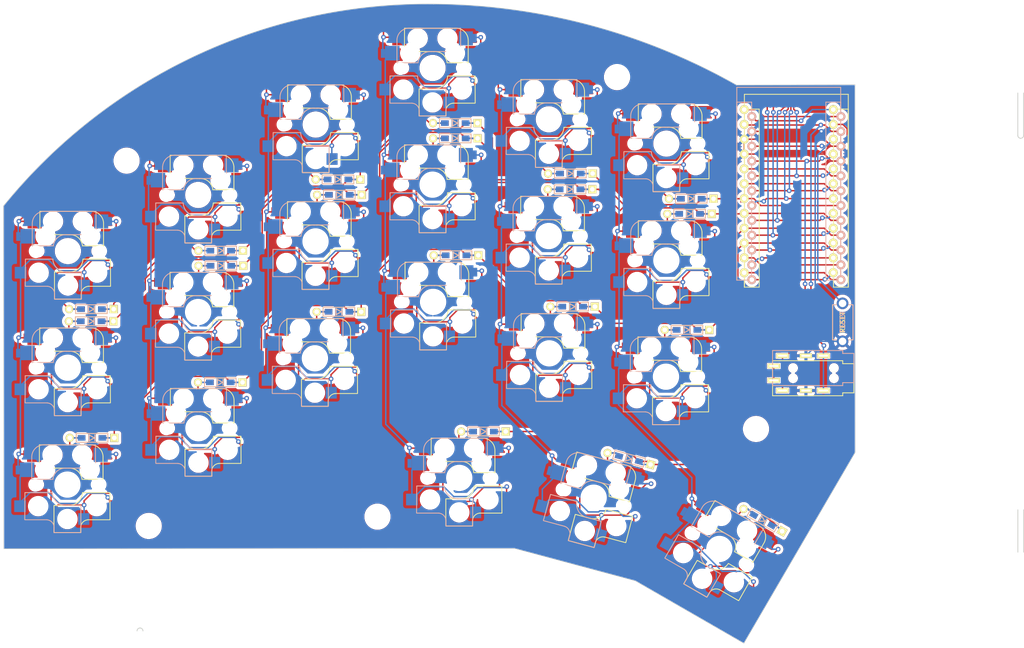
<source format=kicad_pcb>
(kicad_pcb (version 20221018) (generator pcbnew)
  (layers (0 "F.Cu" signal) (31 "B.Cu" signal) (34 "B.Paste" user) (35 "F.Paste" user) (36 "B.SilkS" user "B.Silkscreen") (37 "F.SilkS" user "F.Silkscreen") (38 "B.Mask" user) (39 "F.Mask" user) (44 "Edge.Cuts" user))
  (net 0 "")
  (net 1 "row0")
  (net 2 "Net-(D1-A)")
  (net 3 "row1")
  (net 4 "Net-(D2-A)")
  (net 5 "row2")
  (net 6 "Net-(D3-A)")
  (net 7 "Net-(D4-A)")
  (net 8 "Net-(D5-A)")
  (net 9 "Net-(D6-A)")
  (net 10 "Net-(D7-A)")
  (net 11 "Net-(D8-A)")
  (net 12 "Net-(D9-A)")
  (net 13 "Net-(D10-A)")
  (net 14 "Net-(D11-A)")
  (net 15 "Net-(D12-A)")
  (net 16 "row3")
  (net 17 "Net-(D13-A)")
  (net 18 "Net-(D14-A)")
  (net 19 "Net-(D15-A)")
  (net 20 "Net-(D16-A)")
  (net 21 "Net-(D17-A)")
  (net 22 "Net-(D18-A)")
  (net 23 "Net-(D19-A)")
  (net 24 "Net-(D20-A)")
  (net 25 "Net-(D21-A)")
  (net 26 "reset")
  (net 27 "GND")
  (net 28 "col0")
  (net 29 "col1")
  (net 30 "col2")
  (net 31 "col3")
  (net 32 "col4")
  (net 33 "col5")
  (net 34 "data")
  (net 35 "unconnected-(U1-8{slash}B4-Pad11)")
  (net 36 "unconnected-(U1-9{slash}B5-Pad12)")
  (net 37 "unconnected-(U1-B6{slash}10-Pad13)")
  (net 38 "unconnected-(U1-B2{slash}16-Pad14)")
  (net 39 "VCC")
  (net 40 "unconnected-(U1-RAW-Pad24)")
  (net 41 "unconnected-(J2-PadA)")
  (net 42 "unconnected-(U1-3{slash}D0{slash}SCL-Pad6)")
  (net 43 "unconnected-(U1-TX0{slash}D3-Pad1)")
  (net 44 "unconnected-(U1-2{slash}D1{slash}SDA-Pad5)")
  (footprint "lily:MX_Choc_Hotswap" (layer "F.Cu") (at 96.63 87.78)
    (fp_text reference "SW9" hide)
    (fp_text value "SW_PUSH" hide)
  )
  (footprint "lily:MX_Choc_Hotswap" (layer "F.Cu") (at 121.3354 108.266)
    (fp_text reference "SW13" hide)
    (fp_text value "SW_PUSH" hide)
  )
  (footprint "kora:D3_TH_SMD" (layer "F.Cu") (at 140.35 56.134 180)
    (fp_text reference "D14" hide)
    (fp_text value "D" hide)
  )
  (footprint "lily:TACT_SWITCH_TVBP06" (layer "F.Cu") (at 186.93 81.62 -90)
    (fp_text reference "RSW1" hide)
    (fp_text value "SW_PUSH" hide)
  )
  (footprint "lily:ProMicro_rev2" (layer "F.Cu") (at 178.92 59.95)
    (fp_text reference "U1" hide)
    (fp_text value "ProMicro" hide)
  )
  (footprint "kora:D3_TH_SMD" (layer "F.Cu") (at 140.74 78.93 180)
    (fp_text reference "D16" hide)
    (fp_text value "D" hide)
  )
  (footprint "kbd:M2_Hole_NPTH_Outside" (layer "F.Cu") (at 68.2 116.49)
    (fp_text reference "MH1")
    (fp_text value "MOUNT_HOLE")
  )
  (footprint "kbd:M2_Hole_NPTH_Outside" (layer "F.Cu") (at 64.41 53.93)
    (fp_text reference "MH2")
    (fp_text value "MOUNT_HOLE")
  )
  (footprint "lily:MX_Choc_Hotswap" (layer "F.Cu") (at 76.7 99.756)
    (fp_text reference "SW6" hide)
    (fp_text value "SW_PUSH" hide)
  )
  (footprint "lily:MX_Choc_Hotswap" (layer "F.Cu") (at 76.65 79.856)
    (fp_text reference "SW5" hide)
    (fp_text value "SW_PUSH" hide)
  )
  (footprint "kora:D3_TH_SMD" (layer "F.Cu") (at 120.66 50.11 180)
    (fp_text reference "D11" hide)
    (fp_text value "D" hide)
  )
  (footprint "lily:MX_Choc_Hotswap" (layer "F.Cu") (at 76.67 59.806)
    (fp_text reference "SW4" hide)
    (fp_text value "SW_PUSH" hide)
  )
  (footprint "kora:D3_TH_SMD" (layer "F.Cu") (at 160.305 82.91 180)
    (fp_text reference "D20" hide)
    (fp_text value "D" hide)
  )
  (footprint "kora:D3_TH_SMD" (layer "F.Cu") (at 125.48 100.32 180)
    (fp_text reference "D13" hide)
    (fp_text value "D" hide)
  )
  (footprint "kora:D3_TH_SMD" (layer "F.Cu") (at 100.584 57.15 180)
    (fp_text reference "D7" hide)
    (fp_text value "D" hide)
  )
  (footprint "kora:D3_TH_SMD" (layer "F.Cu") (at 58.39 79.356 180)
    (fp_text reference "D1" hide)
    (fp_text value "D" hide)
  )
  (footprint "lily:MX_Choc_Hotswap" (layer "F.Cu") (at 116.77 58.04)
    (fp_text reference "SW11" hide)
    (fp_text value "SW_PUSH" hide)
  )
  (footprint "lily:MX_Choc_Hotswap" (layer "F.Cu") (at 54.28 109.406)
    (fp_text reference "SW3" hide)
    (fp_text value "SW_PUSH" hide)
  )
  (footprint "kora:D3_TH_SMD" (layer "F.Cu") (at 150.391508 104.981508 165)
    (fp_text reference "D17" hide)
    (fp_text value "D" hide)
  )
  (footprint "kbd:M2_Hole_NPTH_Outside" (layer "F.Cu") (at 107.34 114.9)
    (fp_text reference "MH4")
    (fp_text value "MOUNT_HOLE")
  )
  (footprint "lily:MX_Choc_Hotswap" (layer "F.Cu") (at 156.71 90.93)
    (fp_text reference "SW20" hide)
    (fp_text value "SW_PUSH" hide)
  )
  (footprint "kora:D3_TH_SMD" (layer "F.Cu") (at 100.745 79.81 180)
    (fp_text reference "D9" hide)
    (fp_text value "D" hide)
  )
  (footprint "kora:D3_TH_SMD" (layer "F.Cu") (at 80.54 71.93 180)
    (fp_text reference "D5" hide)
    (fp_text value "D" hide)
  )
  (footprint "lily:MX_Choc_Hotswap" (layer "F.Cu") (at 136.65 66.84)
    (fp_text reference "SW15" hide)
    (fp_text value "SW_PUSH" hide)
  )
  (footprint "lily:MX_Choc_Hotswap" (layer "F.Cu") (at 96.74 67.76)
    (fp_text reference "SW8" hide)
    (fp_text value "SW_PUSH" hide)
  )
  (footprint "lily:MX_Choc_Hotswap" (layer "F.Cu") (at 116.86 78.12)
    (fp_text reference "SW12" hide)
    (fp_text value "SW_PUSH" hide)
  )
  (footprint "kora:D3_TH_SMD" (layer "F.Cu") (at 160.755 63.04 180)
    (fp_text reference "D19" hide)
    (fp_text value "D" hide)
  )
  (footprint "kora:D3_TH_SMD" (layer "F.Cu") (at 173.282805 115.4925 150)
    (fp_text reference "D21" hide)
    (fp_text value "D" hide)
  )
  (footprint "kora:D3_TH_SMD" (layer "F.Cu") (at 100.815 59.78 180)
    (fp_text reference "D8" hide)
    (fp_text value "D" hide)
  )
  (footprint "kbd:M2_Hole_NPTH_Outside" (layer "F.Cu") (at 148.336 39.624)
    (fp_text reference "MH3")
    (fp_text value "MOUNT_HOLE")
  )
  (footprint "lily:MX_Choc_Hotswap" (layer "F.Cu") (at 54.34 89.39)
    (fp_text reference "SW2" hide)
    (fp_text value "SW_PUSH" hide)
  )
  (footprint "kora:D3_TH_SMD" (layer "F.Cu") (at 80.51 69.342 180)
    (fp_text reference "D4" hide)
    (fp_text value "D" hide)
  )
  (footprint "kbd:M2_Hole_NPTH_Outside" (layer "F.Cu") (at 172.12 99.88)
    (fp_text reference "MH5")
    (fp_text value "MOUNT_HOLE")
  )
  (footprint "lily:MX_Choc_Hotswap" (layer "F.Cu") (at 144.3362 111.6467 -15)
    (fp_text reference "SW17" hide)
    (fp_text value "SW_PUSH" hide)
  )
  (footprint "kora:D3_TH_SMD" (layer "F.Cu") (at 120.65 47.498 180)
    (fp_text reference "D10" hide)
    (fp_text value "D" hide)
  )
  (footprint "lily:MX_Choc_Hotswap" (layer "F.Cu") (at 156.78 71.02)
    (fp_text reference "SW19" hide)
    (fp_text value "SW_PUSH" hide)
  )
  (footprint "kora:D3_TH_SMD" (layer "F.Cu") (at 120.785 70.14 180)
    (fp_text reference "D12" hide)
    (fp_text value "D" hide)
  )
  (footprint "lily:TRRS_JACK_MJ4PP9" (layer "F.Cu") (at 186.9575 91.195 -90)
    (fp_text reference "J2" hide)
    (fp_text value "MJ-4PP-9" hide)
  )
  (footprint "lily:MX_Choc_Hotswap" (layer "F.Cu") (at 156.78 51.01)
    (fp_text reference "SW18" hide)
    (fp_text value "SW_PUSH" hide)
  )
  (footprint "lily:MX_Choc_Hotswap" (layer "F.Cu") (at 116.77 38.06)
    (fp_text reference "SW10" hide)
    (fp_text value "SW_PUSH" hide)
  )
  (footprint "lily:MX_Choc_Hotswap" (layer "F.Cu") (at 165.8451 120.4304 -30)
    (fp_text reference "SW21" hide)
    (fp_text value "SW_PUSH" hide)
  )
  (footprint "kora:D3_TH_SMD" (layer "F.Cu") (at 58.345 81.436 180)
    (fp_text reference "D2" hide)
    (fp_text value "D" hide)
  )
  (footprint "kora:D3_TH_SMD" (layer "F.Cu") (at 161.039 60.452 180)
    (fp_text reference "D18" hide)
    (fp_text value "D" hide)
  )
  (footprint "lily:MX_Choc_Hotswap" (layer "F.Cu") (at 136.67 46.85)
    (fp_text reference "SW14" hide)
    (fp_text value "SW_PUSH" hide)
  )
  (footprint "kora:D3_TH_SMD" (layer "F.Cu") (at 58.495 101.406 180)
    (fp_text reference "D3" hide)
    (fp_text value "D" hide)
  )
  (footprint "kora:D3_TH_SMD" (layer "F.Cu") (at 80.44 91.9 180)
    (fp_text reference "D6" hide)
    (fp_text value "D" hide)
  )
  (footprint "kora:D3_TH_SMD" (layer "F.Cu") (at 140.3 58.84 180)
    (fp_text reference "D15" hide)
    (fp_text value "D" hide)
  )
  (footprint "lily:MX_Choc_Hotswap" (layer "F.Cu") (at 136.73 86.93)
    (fp_text reference "SW16" hide)
    (fp_text value "SW_PUSH" hide)
  )
  (footprint "lily:MX_Choc_Hotswap" (layer "F.Cu") (at 96.77 47.75)
    (fp_text reference "SW7" hide)
    (fp_text value "SW_PUSH" hide)
  )
  (footprint "lily:MX_Choc_Hotswap" (layer "F.Cu") (at 54.368 69.4175)
    (fp_text reference "SW1" hide)
    (fp_text value "SW_PUSH" hide)
  )
  (gr_line (start 168.795342 40.977298) (end 189.06 40.94) (stroke (width 0.1)) (layer "Edge.Cuts"))
  (gr_line (start 216.923999 120.973) (end 216.923999 113.723) (stroke (width 0.15)) (layer "Edge.Cuts"))
  (gr_line (start 216.916 49.599) (end 216.916 42.349) (stroke (width 0.15)) (layer "Edge.Cuts"))
  (gr_line (start 189.06 40.94) (end 189.08 103.91) (stroke (width 0.1)) (layer "Edge.Cuts"))
  (gr_line (start 217.916 42.349) (end 217.916 49.599) (stroke (width 0.15)) (layer "Edge.Cuts"))
  (gr_arc (start 66.703999 133.965) (mid 67.057552 134.111447) (end 67.203999 134.465) (stroke (width 0.15)) (layer "Edge.Cuts"))
  (gr_line (start 170.04 136.59) (end 189.08 103.91) (stroke (width 0.1)) (layer "Edge.Cuts"))
  (gr_line (start 109.81 120.34) (end 130.81 120.34) (stroke (width 0.1)) (layer "Edge.Cuts"))
  (gr_line (start 217.923999 113.723) (end 217.923999 120.973) (stroke (width 0.15)) (layer "Edge.Cuts"))
  (gr_arc (start 116.917513 27.099036) (mid 143.742599 30.725601) (end 168.795342 40.977298) (stroke (width 0.1)) (layer "Edge.Cuts"))
  (gr_arc (start 43.35 61.68) (mid 76.173993 35.965521) (end 116.917513 27.099036) (stroke (width 0.1)) (layer "Edge.Cuts"))
  (gr_line (start 43.35 61.68) (end 43.41 120.39) (stroke (width 0.1)) (layer "Edge.Cuts"))
  (gr_arc (start 66.203999 134.465) (mid 66.350446 134.111447) (end 66.703999 133.965) (stroke (width 0.15)) (layer "Edge.Cuts"))
  (gr_arc (start 217.916 49.599) (mid 217.769553 49.952553) (end 217.416 50.099) (stroke (width 0.15)) (layer "Edge.Cuts"))
  (gr_line (start 43.41 120.39) (end 109.81 120.34) (stroke (width 0.1)) (layer "Edge.Cuts"))
  (gr_line (start 151.47 125.89) (end 170.04 136.59) (stroke (width 0.1)) (layer "Edge.Cuts"))
  (gr_arc (start 217.416 50.099) (mid 217.062447 49.952553) (end 216.916 49.599) (stroke (width 0.15)) (layer "Edge.Cuts"))
  (gr_line (start 130.81 120.34) (end 151.47 125.89) (stroke (width 0.1)) (layer "Edge.Cuts"))
  (segment (start 150.114 61.468) (end 150.368 61.468) (width 0.25) (layer "F.Cu") (net 1))
  (segment (start 162.814 60.452) (end 164.849 60.452) (width 0.25) (layer "F.Cu") (net 1))
  (segment (start 171.740321 60.42) (end 172.936066 61.615745) (width 0.25) (layer "F.Cu") (net 1))
  (segment (start 90.7915 58.3065) (end 101.2025 58.3065) (width 0.25) (layer "F.Cu") (net 1))
  (segment (start 127 57.021604) (end 127.186396 57.208) (width 0.25) (layer "F.Cu") (net 1))
  (segment (start 84.32 69.342) (end 87.167 66.495) (width 0.25) (layer "F.Cu") (net 1))
  (segment (start 104.394 57.15) (end 104.394 55.243604) (width 0.25) (layer "F.Cu") (net 1))
  (segment (start 62.2 79.356) (end 62.2 78.4075) (width 0.25) (layer "F.Cu") (net 1))
  (segment (start 70.1915 70.416) (end 81.211 70.416) (width 0.25) (layer "F.Cu") (net 1))
  (segment (start 127.186396 57.208) (end 141.051 57.208) (width 0.25) (layer "F.Cu") (net 1))
  (segment (start 101.2025 58.3065) (end 102.359 57.15) (width 0.25) (layer "F.Cu") (net 1))
  (segment (start 104.394 55.243604) (end 111.001104 48.6365) (width 0.25) (layer "F.Cu") (net 1))
  (segment (start 87.167 61.931) (end 90.7915 58.3065) (width 0.25) (layer "F.Cu") (net 1))
  (segment (start 60.165 79.356) (end 62.2 79.356) (width 0.25) (layer "F.Cu") (net 1))
  (segment (start 82.285 69.342) (end 84.32 69.342) (width 0.25) (layer "F.Cu") (net 1))
  (segment (start 164.849 60.452) (end 170.068 60.452) (width 0.25) (layer "F.Cu") (net 1))
  (segment (start 81.211 70.416) (end 82.285 69.342) (width 0.25) (layer "F.Cu") (net 1))
  (segment (start 102.359 57.15) (end 104.394 57.15) (width 0.25) (layer "F.Cu") (net 1))
  (segment (start 169.53 60.99) (end 170.1 60.42) (width 0.25) (layer "F.Cu") (net 1))
  (segment (start 121.2865 48.6365) (end 122.425 47.498) (width 0.25) (layer "F.Cu") (net 1))
  (segment (start 170.1 60.42) (end 171.740321 60.42) (width 0.25) (layer "F.Cu") (net 1))
  (segment (start 62.2 78.4075) (end 70.1915 70.416) (width 0.25) (layer "F.Cu") (net 1))
  (segment (start 141.051 57.208) (end 142.125 56.134) (width 0.25) (layer "F.Cu") (net 1))
  (segment (start 172.936066 61.615745) (end 186.638815 61.615745) (width 0.25) (layer "F.Cu") (net 1))
  (segment (start 170.068 60.452) (end 170.1 60.42) (width 0.25) (layer "F.Cu") (net 1))
  (segment (start 149.494 61.468) (end 150.114 61.468) (width 0.25) (layer "F.Cu") (net 1))
  (segment (start 144.16 56.134) (end 149.494 61.468) (width 0.25) (layer "F.Cu") (net 1))
  (segment (start 124.46 47.498) (end 127 50.038) (width 0.25) (layer "F.Cu") (net 1))
  (segment (start 150.1215 61.4755) (end 161.7905 61.4755) (width 0.25) (layer "F.Cu") (net 1))
  (segment (start 111.001104 48.6365) (end 121.2865 48.6365) (width 0.25) (layer "F.Cu") (net 1))
  (segment (start 87.167 66.495) (end 87.167 61.931) (width 0.25) (layer "F.Cu") (net 1))
  (segment (start 150.114 61.468) (end 150.1215 61.4755) (width 0.25) (layer "F.Cu") (net 1))
  (segment (start 122.425 47.498) (end 124.46 47.498) (width 0.25) (layer "F.Cu") (net 1))
  (segment (start 142.125 56.134) (end 144.16 56.134) (width 0.25) (layer "F.Cu") (net 1))
  (segment (start 161.7905 61.4755) (end 162.814 60.452) (width 0.25) (layer "F.Cu") (net 1))
  (segment (start 127 50.038) (end 127 57.021604) (width 0.25) (layer "F.Cu") (net 1))
  (segment (start 60.165 79.356) (end 62.2 79.356) (width 0.25) (layer "B.Cu") (net 1))
  (segment (start 82.285 69.342) (end 84.32 69.342) (width 0.25) (layer "B.Cu") (net 1))
  (segment (start 102.359 57.15) (end 104.394 57.15) (width 0.25) (layer "B.Cu") (net 1))
  (segment (start 162.814 60.452) (end 164.849 60.452) (width 0.25) (layer "B.Cu") (net 1))
  (segment (start 122.425 47.498) (end 124.46 47.498) (width 0.25) (layer "B.Cu") (net 1))
  (segment (start 142.125 56.134) (end 144.16 56.134) (width 0.25) (layer "B.Cu") (net 1))
  (segment (start 57.16 72.33) (end 58.47 71.02) (width 0.25) (layer "F.Cu") (net 2))
  (segment (start 61.862501 66.877499) (end 61.88 66.86) (width 0.25) (layer "F.Cu") (net 2))
  (segment (start 61.268 66.877499) (end 62.827999 66.877499) (width 0.25) (layer "F.Cu") (net 2))
  (segment (start 62.315499 65.83) (end 62.59 65.83) (width 0.25) (layer "F.Cu") (net 2))
  (segment (start 61.268 70.878) (end 61.268 66.877499) (width 0.25) (layer "F.Cu") (net 2))
  (segment (start 61.38 70.99) (end 61.268 70.878) (width 0.25) (layer "F.Cu") (net 2))
  (segment (start 51.568 75.3175) (end 51.243 74.9925) (width 0.25) (layer "F.Cu") (net 2))
  (segment (start 61.268 66.877499) (end 62.315499 65.83) (width 0.25) (layer "F.Cu") (net 2))
  (segment (start 61.862501 66.877499) (end 61.268 66.877499) (width 0.25) (layer "F.Cu") (net 2))
  (segment (start 61.35 71.02) (end 61.38 70.99) (width 0.25) (layer "F.Cu") (net 2))
  (segment (start 51.568 76.344) (end 51.568 75.3175) (width 0.25) (layer "F.Cu") (net 2))
  (segment (start 58.47 71.02) (end 61.35 71.02) (width 0.25) (layer "F.Cu") (net 2))
  (segment (start 62.62 65.8) (end 62.62 64.32) (width 0.25) (layer "F.Cu") (net 2))
  (segment (start 62.827999 66.877499) (end 62.868 66.9175) (width 0.25) (layer "F.Cu") (net 2))
  (segment (start 57.16 73.05) (end 57.16 72.33) (width 0.25) (layer "F.Cu") (net 2))
  (segment (start 62.59 65.83) (end 62.62 65.8) (width 0.25) (layer "F.Cu") (net 2))
  (segment (start 52.68 73.05) (end 57.16 73.05) (width 0.25) (layer "F.Cu") (net 2))
  (segment (start 56.615 79.356) (end 54.58 79.356) (width 0.25) (layer "F.Cu") (net 2))
  (segment (start 51.243 74.9925) (end 51.243 74.487) (width 0.25) (layer "F.Cu") (net 2))
  (segment (start 51.243 74.487) (end 52.68 73.05) (width 0.25) (layer "F.Cu") (net 2))
  (segment (start 54.58 79.356) (end 51.568 76.344) (width 0.25) (layer "F.Cu") (net 2))
  (via (at 57.16 73.05) (size 0.8) (drill 0.4) (layers "F.Cu" "B.Cu") (net 2))
  (via (at 62.62 64.32) (size 0.8) (drill 0.4) (layers "F.Cu" "B.Cu") (net 2))
  (segment (start 61.548 64.3375) (end 61.568 64.3175) (width 0.25) (layer "B.Cu") (net 2))
  (segment (start 62.62 64.32) (end 62.6025 64.3375) (width 0.25) (layer "B.Cu") (net 2))
  (segment (start 57.168 75.3175) (end 57.168 73.058) (width 0.25) (layer "B.Cu") (net 2))
  (segment (start 54.58 79.356) (end 56.615 79.356) (width 0.25) (layer "B.Cu") (net 2))
  (segment (start 62.6025 64.3375) (end 60.068 64.3375) (width 0.25) (layer "B.Cu") (net 2))
  (segment (start 57.168 73.058) (end 57.16 73.05) (width 0.25) (layer "B.Cu") (net 2))
  (segment (start 60.068 64.3375) (end 61.548 64.3375) (width 0.25) (layer "B.Cu") (net 2))
  (segment (start 91.1035 58.7565) (end 101.5665 58.7565) (width 0.25) (layer "F.Cu") (net 3))
  (segment (start 170.02 63.04) (end 170.1 62.96) (width 0.25) (layer "F.Cu") (net 3))
  (segment (start 184.935745 64.155745) (end 186.638815 64.155745) (width 0.25) (layer "F.Cu") (net 3))
  (segment (start 104.625 59.78) (end 107.717 56.688) (width 0.25) (layer "F.Cu") (net 3))
  (segment (start 144.11 58.84) (end 145.2 58.84) (width 0.25) (layer "F.Cu") (net 3))
  (segment (start 87.617 68.663) (end 87.617 62.243) (width 0.25) (layer "F.Cu") (net 3))
  (segment (start 67.607 74.125) (end 70.866 70.866) (width 0.25) (layer "F.Cu") (net 3))
  (segment (start 164.565 63.04) (end 170.02 63.04) (width 0.25) (layer "F.Cu") (net 3))
  (segment (start 126.492 57.15) (end 127 57.658) (width 0.25) (layer "F.Cu") (net 3))
  (segment (start 121.4115 49.0865) (end 122.435 50.11) (width 0.25) (layer "F.Cu") (net 3))
  (segment (start 67.607 75.984) (end 67.607 74.125) (width 0.25) (layer "F.Cu") (net 3))
  (segment (start 102.59 59.78) (end 104.625 59.78) (width 0.25) (layer "F.Cu") (net 3))
  (segment (start 124.47 50.11) (end 126.492 52.132) (width 0.25) (layer "F.Cu") (net 3))
  (segment (start 107.717 56.688) (end 107.717 52.557) (width 0.25) (layer "F.Cu") (net 3))
  (segment (start 140.893 57.658) (end 142.075 58.84) (width 0.25) (layer "F.Cu") (net 3))
  (segment (start 170.1 62.96) (end 183.74 62.96) (width 0.25) (layer "F.Cu") (net 3))
  (segment (start 126.492 52.132) (end 126.492 57.15) (width 0.25) (layer "F.Cu") (net 3))
  (segment (start 81.251 70.866) (end 82.315 71.93) (width 0.25) (layer "F.Cu") (net 3))
  (segment (start 111.1875 49.0865) (end 121.4115 49.0865) (width 0.25) (layer "F.Cu") (net 3))
  (segment (start 149.3115 62.0165) (end 161.5065 62.0165) (width 0.25) (layer "F.Cu") (net 3))
  (segment (start 161.5065 62.0165) (end 162.53 63.04) (width 0.25) (layer "F.Cu") (net 3))
  (segment (start 62.155 81.436) (end 67.607 75.984) (width 0.25) (layer "F.Cu") (net 3))
  (segment (start 70.866 70.866) (end 81.251 70.866) (width 0.25) (layer "F.Cu") (net 3))
  (segment (start 183.74 62.96) (end 184.935745 64.155745) (width 0.25) (layer "F.Cu") (net 3))
  (segment (start 101.5665 58.7565) (end 102.59 59.78) (width 0.25) (layer "F.Cu") (net 3))
  (segment (start 142.075 58.84) (end 144.11 58.84) (width 0.25) (layer "F.Cu") (net 3))
  (segment (start 60.12 81.436) (end 62.155 81.436) (width 0.25) (layer "F.Cu") (net 3))
  (segment (start 148.844 62.484) (end 149.3115 62.0165) (width 0.25) (layer "F.Cu") (net 3))
  (segment (start 127 57.658) (end 140.893 57.658) (width 0.25) (layer "F.Cu") (net 3))
  (segment (start 87.617 62.243) (end 91.1035 58.7565) (width 0.25) (layer "F.Cu") (net 3))
  (segment (start 122.435 50.11) (end 124.47 50.11) (width 0.25) (layer "F.Cu") (net 3))
  (segment (start 84.35 71.93) (end 87.617 68.663) (width 0.25) (layer "F.Cu") (net 3))
  (segment (start 107.717 52.557) (end 111.1875 49.0865) (width 0.25) (layer "F.Cu") (net 3))
  (segment (start 82.315 71.93) (end 84.35 71.93) (width 0.25) (layer "F.Cu") (net 3))
  (segment (start 162.53 63.04) (end 164.565 63.04) (width 0.25) (layer "F.Cu") (net 3))
  (segment (start 145.2 58.84) (end 148.844 62.484) (width 0.25) (layer "F.Cu") (net 3))
  (segment (start 142.075 58.84) (end 144.11 58.84) (width 0.25) (layer "B.Cu") (net 3))
  (segment (start 82.315 71.93) (end 84.35 71.93) (width 0.25) (layer "B.Cu") (net 3))
  (segment (start 122.435 50.11) (end 124.47 50.11) (width 0.25) (layer "B.Cu") (net 3))
  (segment (start 162.53 63.04) (end 164.565 63.04) (width 0.25) (layer "B.Cu") (net 3))
  (segment (start 60.12 81.436) (end 62.155 81.436) (width 0.25) (layer "B.Cu") (net 3))
  (segment (start 102.59 59.78) (end 104.625 59.78) (width 0.25) (layer "B.Cu") (net 3))
  (segment (start 51.52 96.2865) (end 51.52 95.26) (width 0.25) (layer "F.Cu") (net 4))
  (segment (start 51.195 94.935) (end 51.195 94.4295) (width 0.25) (layer "F.Cu") (net 4))
  (segment (start 61.814501 86.819999) (end 61.22 86.819999) (width 0.25) (layer "F.Cu") (net 4))
  (segment (start 62.572 85.7425) (end 62.572 84.2625) (width 0.25) (layer "F.Cu") (net 4))
  (segment (start 61.302 90.9625) (end 61.332 90.9325) (width 0.25) (layer "F.Cu") (net 4))
  (segment (start 51.195 94.4295) (end 52.632 92.9925) (width 0.25) (layer "F.Cu") (net 4))
  (segment (start 51.52 95.26) (end 51.195 94.935) (width 0.25) (layer "F.Cu") (net 4))
  (segment (start 51.54 95.29) (end 51.54 88.491649) (width 0.25) (layer "F.Cu") (net 4))
  (segment (start 61.814501 86.819999) (end 61.832 86.8025) (width 0.25) (layer "F.Cu") (net 4))
  (segment (start 52.632 92.9925) (end 57.112 92.9925) (width 0.25) (layer "F.Cu") (net 4))
  (segment (start 61.22 90.8205) (end 61.22 86.819999) (width 0.25) (layer "F.Cu") (net 4))
  (segment (start 62.267499 85.7725) (end 62.542 85.7725) (width 0.25) (layer "F.Cu") (net 4))
  (segment (start 57.112 92.2725) (end 58.422 90.9625) (width 0.25) (layer "F.Cu") (net 4))
  (segment (start 57.112 92.9925) (end 57.112 92.2725) (width 0.25) (layer "F.Cu") (net 4))
  (segment (start 61.332 90.9325) (end 61.22 90.8205) (width 0.25) (layer "F.Cu") (net 4))
  (segment (start 62.542 85.7725) (end 62.572 85.7425) (width 0.25) (layer "F.Cu") (net 4))
  (segment (start 54.535 81.436) (end 56.57 81.436) (width 0.25) (layer "F.Cu") (net 4))
  (segment (start 51.54 88.491649) (end 54.535 85.496649) (width 0.25) (layer "F.Cu") (net 4))
  (segment (start 54.535 85.496649) (end 54.535 81.436) (width 0.25) (layer "F.Cu") (net 4))
  (segment (start 58.422 90.9625) (end 61.302 90.9625) (width 0.25) (layer "F.Cu") (net 4))
  (segment (start 61.24 86.849999) (end 62.799999 86.849999) (width 0.25) (layer "F.Cu") (net 4))
  (segment (start 61.22 86.819999) (end 62.267499 85.7725) (width 0.25) (layer "F.Cu") (net 4))
  (segment (start 62.799999 86.849999) (end 62.84 86.89) (width 0.25) (layer "F.Cu") (net 4))
  (via (at 57.112 92.9925) (size 0.8) (drill 0.4) (layers "F.Cu" "B.Cu") (net 4))
  (via (at 62.572 84.2625) (size 0.8) (drill 0.4) (layers "F.Cu" "B.Cu") (net 4))
  (segment (start 60.04 84.31) (end 61.52 84.31) (width 0.25) (layer "B.Cu") (net 4))
  (segment (start 54.535 81.436) (end 56.57 81.436) (width 0.25) (layer "B.Cu") (net 4))
  (segment (start 57.12 93.0005) (end 57.112 92.9925) (width 0.25) (layer "B.Cu") (net 4))
  (segment (start 61.52 84.31) (end 61.54 84.29) (width 0.25) (layer "B.Cu") (net 4))
  (segment (start 57.12 95.26) (end 57.12 93.0005) (width 0.25) (layer "B.Cu") (net 4))
  (segment (start 62.5545 84.28) (end 60.02 84.28) (width 0.25) (layer "B.Cu") (net 4))
  (segment (start 62.572 84.2625) (end 62.5545 84.28) (width 0.25) (layer "B.Cu") (net 4))
  (segment (start 162.08 82.91) (end 164.115 82.91) (width 0.25) (layer "F.Cu") (net 5))
  (segment (start 60.27 101.406) (end 62.305 101.406) (width 0.25) (layer "F.Cu") (net 5))
  (segment (start 142.515 78.93) (end 144.55 78.93) (width 0.25) (layer "F.Cu") (net 5))
  (segment (start 91.009195 78.74) (end 101.45 78.74) (width 0.25) (layer "F.Cu") (net 5))
  (segment (start 121.5365 69.1165) (end 122.56 70.14) (width 0.25) (layer "F.Cu") (net 5))
  (segment (start 168.563 67.037) (end 170.1 65.5) (width 0.25) (layer "F.Cu") (net 5))
  (segment (start 84.25 91.9) (end 87.487 88.663) (width 0.25) (layer "F.Cu") (net 5))
  (segment (start 71.022695 90.8765) (end 81.1915 90.8765) (width 0.25) (layer "F.Cu") (net 5))
  (segment (start 87.487 88.663) (end 87.487 82.262195) (width 0.25) (layer "F.Cu") (net 5))
  (segment (start 124.595 70.14) (end 132.3615 77.9065) (width 0.25) (layer "F.Cu") (net 5))
  (segment (start 132.3615 77.9065) (end 141.4915 77.9065) (width 0.25) (layer "F.Cu") (net 5))
  (segment (start 111.192695 69.1165) (end 121.5365 69.1165) (width 0.25) (layer "F.Cu") (net 5))
  (segment (start 102.52 79.81) (end 104.555 79.81) (width 0.25) (layer "F.Cu") (net 5))
  (segment (start 141.4915 77.9065) (end 142.515 78.93) (width 0.25) (layer "F.Cu") (net 5))
  (segment (start 183.802749 65.5) (end 184.998494 66.695745) (width 0.25) (layer "F.Cu") (net 5))
  (segment (start 184.998494 66.695745) (end 186.638815 66.695745) (width 0.25) (layer "F.Cu") (net 5))
  (segment (start 170.1 65.5) (end 183.802749 65.5) (width 0.25) (layer "F.Cu") (net 5))
  (segment (start 82.215 91.9) (end 84.25 91.9) (width 0.25) (layer "F.Cu") (net 5))
  (segment (start 81.1915 90.8765) (end 82.215 91.9) (width 0.25) (layer "F.Cu") (net 5))
  (segment (start 101.45 78.74) (end 102.52 79.81) (width 0.25) (layer "F.Cu") (net 5))
  (segment (start 164.115 82.91) (end 168.563 78.462) (width 0.25) (layer "F.Cu") (net 5))
  (segment (start 87.487 82.262195) (end 91.009195 78.74) (width 0.25) (layer "F.Cu") (net 5))
  (segment (start 104.555 75.754195) (end 111.192695 69.1165) (width 0.25) (layer "F.Cu") (net 5))
  (segment (start 160.958 81.788) (end 162.08 82.91) (width 0.25) (layer "F.Cu") (net 5))
  (segment (start 104.555 79.81) (end 104.555 75.754195) (width 0.25) (layer "F.Cu") (net 5))
  (segment (start 122.56 70.14) (end 124.595 70.14) (width 0.25) (layer "F.Cu") (net 5))
  (segment (start 168.563 78.462) (end 168.563 67.037) (width 0.25) (layer "F.Cu") (net 5))
  (segment (start 62.305 101.406) (end 62.305 99.594195) (width 0.25) (layer "F.Cu") (net 5))
  (segment (start 62.305 99.594195) (end 71.022695 90.8765) (width 0.25) (layer "F.Cu") (net 5))
  (segment (start 147.408 81.788) (end 160.958 81.788) (width 0.25) (layer "F.Cu") (net 5))
  (segment (start 144.55 78.93) (end 147.408 81.788) (width 0.25) (layer "F.Cu") (net 5))
  (segment (start 142.515 78.93) (end 144.55 78.93) (width 0.25) (layer "B.Cu") (net 5))
  (segment (start 60.27 101.406) (end 62.305 101.406) (width 0.25) (layer "B.Cu") (net 5))
  (segment (start 82.215 91.9) (end 84.25 91.9) (width 0.25) (layer "B.Cu") (net 5))
  (segment (start 122.56 70.14) (end 124.595 70.14) (width 0.25) (layer "B.Cu") (net 5))
  (segment (start 102.52 79.81) (end 104.555 79.81) (width 0.25) (layer "B.Cu") (net 5))
  (segment (start 162.08 82.91) (end 164.115 82.91) (width 0.25) (layer "B.Cu") (net 5))
  (segment (start 51.48 115.306) (end 51.48 108.507649) (width 0.25) (layer "F.Cu") (net 6))
  (segment (start 51.54 115.18) (end 51.215 114.855) (width 0.25) (layer "F.Cu") (net 6))
  (segment (start 61.24 106.739999) (end 62.287499 105.6925) (width 0.25) (layer "F.Cu") (net 6))
  (segment (start 54.685 101.406) (end 56.72 101.406) (width 0.25) (layer "F.Cu") (net 6))
  (segment (start 51.215 114.3495) (end 52.652 112.9125) (width 0.25) (layer "F.Cu") (net 6))
  (segment (start 58.442 110.8825) (end 61.322 110.8825) (width 0.25) (layer "F.Cu") (net 6))
  (segment (start 51.48 108.507649) (end 54.685 105.302649) (width 0.25) (layer "F.Cu") (net 6))
  (segment (start 62.739999 106.865999) (end 62.78 106.906) (width 0.25) (layer "F.Cu") (net 6))
  (segment (start 62.287499 105.6925) (end 62.562 105.6925) (width 0.25) (layer "F.Cu") (net 6))
  (segment (start 51.215 114.855) (end 51.215 114.3495) (width 0.25) (layer "F.Cu") (net 6))
  (segment (start 57.132 112.9125) (end 57.132 112.1925) (width 0.25) (layer "F.Cu") (net 6))
  (segment (start 61.834501 106.739999) (end 61.852 106.7225) (width 0.25) (layer "F.Cu") (net 6))
  (segment (start 54.685 105.302649) (end 54.685 101.406) (width 0.25) (layer "F.Cu") (net 6))
  (segment (start 61.18 106.865999) (end 62.739999 106.865999) (width 0.25) (layer "F.Cu") (net 6))
  (segment (start 62.562 105.6925) (end 62.592 105.6625) (width 0.25) (layer "F.Cu") (net 6))
  (segment (start 52.652 112.9125) (end 57.132 112.9125) (width 0.25) (layer "F.Cu") (net 6))
  (segment (start 57.132 112.1925) (end 58.442 110.8825) (width 0.25) (layer "F.Cu") (net 6))
  (segment (start 61.352 110.8525) (end 61.24 110.7405) (width 0.25) (layer "F.Cu") (net 6))
  (segment (start 51.54 116.2065) (end 51.54 115.18) (width 0.25) (layer "F.Cu") (net 6))
  (segment (start 61.322 110.8825) (end 61.352 110.8525) (width 0.25) (layer "F.Cu") (net 6))
  (segment (start 62.592 105.6625) (end 62.592 104.1825) (width 0.25) (layer "F.Cu") (net 6))
  (segment (start 61.24 110.7405) (end 61.24 106.739999) (width 0.25) (layer "F.Cu") (net 6))
  (segment (start 61.834501 106.739999) (end 61.24 106.739999) (width 0.25) (layer "F.Cu") (net 6))
  (via (at 57.132 112.9125) (size 0.8) (drill 0.4) (layers "F.Cu" "B.Cu") (net 6))
  (via (at 62.592 104.1825) (size 0.8) (drill 0.4) (layers "F.Cu" "B.Cu") (net 6))
  (segment (start 57.14 115.18) (end 57.14 112.9205) (width 0.25) (layer "B.Cu") (net 6))
  (segment (start 62.592 104.1825) (end 62.5745 104.2) (width 0.25) (layer "B.Cu") (net 6))
  (segment (start 59.98 104.326) (end 61.46 104.326) (width 0.25) (layer "B.Cu") (net 6))
  (segment (start 61.46 104.326) (end 61.48 104.306) (width 0.25) (layer "B.Cu") (net 6))
  (segment (start 54.685 101.406) (end 56.72 101.406) (width 0.25) (layer "B.Cu") (net 6))
  (segment (start 62.5745 104.2) (end 60.04 104.2) (width 0.25) (layer "B.Cu") (net 6))
  (segment (start 57.14 112.9205) (end 57.132 112.9125) (width 0.25) (layer "B.Cu") (net 6))
  (segment (start 73.625 65.515) (end 73.625 65.0095) (width 0.25) (layer "F.Cu") (net 7))
  (segment (start 84.972 56.3525) (end 85.002 56.3225) (width 0.25) (layer "F.Cu") (net 7))
  (segment (start 83.732 61.5425) (end 83.762 61.5125) (width 0.25) (layer "F.Cu") (net 7))
  (segment (start 83.65 57.399999) (end 84.697499 56.3525) (width 0.25) (layer "F.Cu") (net 7))
  (segment (start 76.7 69.342) (end 78.735 69.342) (width 0.25) (layer "F.Cu") (net 7))
  (segment (start 73.625 65.0095) (end 75.062 63.5725) (width 0.25) (layer "F.Cu") (net 7))
  (segment (start 79.542 63.5725) (end 79.542 62.8525) (width 0.25) (layer "F.Cu") (net 7))
  (segment (start 84.244501 57.399999) (end 84.262 57.3825) (width 0.25) (layer "F.Cu") (net 7))
  (segment (start 83.762 61.5125) (end 83.65 61.4005) (width 0.25) (layer "F.Cu") (net 7))
  (segment (start 84.697499 56.3525) (end 84.972 56.3525) (width 0.25) (layer "F.Cu") (net 7))
  (segment (start 73.87 66.97) (end 76.7 69.8) (width 0.25) (layer "F.Cu") (net 7))
  (segment (start 85.002 56.3225) (end 85.002 54.8425) (width 0.25) (layer "F.Cu") (net 7))
  (segment (start 80.852 61.5425) (end 83.732 61.5425) (width 0.25) (layer "F.Cu") (net 7))
  (segment (start 75.062 63.5725) (end 79.542 63.5725) (width 0.25) (layer "F.Cu") (net 7))
  (segment (start 84.244501 57.399999) (end 83.65 57.399999) (width 0.25) (layer "F.Cu") (net 7))
  (segment (start 73.87 65.706) (end 73.87 66.97) (width 0.25) (layer "F.Cu") (net 7))
  (segment (start 79.542 62.8525) (end 80.852 61.5425) (width 0.25) (layer "F.Cu") (net 7))
  (segment (start 73.95 65.84) (end 73.625 65.515) (width 0.25) (layer "F.Cu") (net 7))
  (segment (start 83.65 61.4005) (end 83.65 57.399999) (width 0.25) (layer "F.Cu") (net 7))
  (segment (start 85.129999 57.265999) (end 85.17 57.306) (width 0.25) (layer "F.Cu") (net 7))
  (segment (start 83.57 57.265999) (end 85.129999 57.265999) (width 0.25) (layer "F.Cu") (net 7))
  (via (at 79.542 63.5725) (size 0.8) (drill 0.4) (layers "F.Cu" "B.Cu") (net 7))
  (via (at 85.002 54.8425) (size 0.8) (drill 0.4) (layers "F.Cu" "B.Cu") (net 7))
  (segment (start 85.002 54.8425) (end 84.9845 54.86) (width 0.25) (layer "B.Cu") (net 7))
  (segment (start 79.55 65.84) (end 79.55 63.5805) (width 0.25) (layer "B.Cu") (net 7))
  (segment (start 79.55 63.5805) (end 79.542 63.5725) (width 0.25) (layer "B.Cu") (net 7))
  (segment (start 83.85 54.726) (end 83.87 54.706) (width 0.25) (layer "B.Cu") (net 7))
  (segment (start 76.7 69.342) (end 78.735 69.342) (width 0.25) (layer "B.Cu") (net 7))
  (segment (start 82.37 54.726) (end 83.85 54.726) (width 0.25) (layer "B.Cu") (net 7))
  (segment (start 84.9845 54.86) (end 82.45 54.86) (width 0.25) (layer "B.Cu") (net 7))
  (segment (start 84.667499 76.0225) (end 84.942 76.0225) (width 0.25) (layer "F.Cu") (net 8))
  (segment (start 76.73 71.93) (end 78.765 71.93) (width 0.25) (layer "F.Cu") (net 8))
  (segment (start 84.214501 77.069999) (end 83.62 77.069999) (width 0.25) (layer "F.Cu") (net 8))
  (segment (start 73.85 85.756) (end 73.85 78.957649) (width 0.25) (layer "F.Cu") (net 8))
  (segment (start 83.732 81.1825) (end 83.62 81.0705) (width 0.25) (layer "F.Cu") (net 8))
  (segment (start 80.822 81.2125) (end 83.702 81.2125) (width 0.25) (layer "F.Cu") (net 8))
  (segment (start 75.032 83.2425) (end 79.512 83.2425) (width 0.25) (layer "F.Cu") (net 8))
  (segment (start 73.595 85.185) (end 73.595 84.6795) (width 0.25) (layer "F.Cu") (net 8))
  (segment (start 73.85 78.957649) (end 76.73 76.077649) (width 0.25) (layer "F.Cu") (net 8))
  (segment (start 83.702 81.2125) (end 83.732 81.1825) (width 0.25) (layer "F.Cu") (net 8))
  (segment (start 83.55 77.315999) (end 85.109999 77.315999) (width 0.25) (layer "F.Cu") (net 8))
  (segment (start 84.942 76.0225) (end 84.972 75.9925) (width 0.25) (layer "F.Cu") (net 8))
  (segment (start 73.595 84.6795) (end 75.032 83.2425) (width 0.25) (layer "F.Cu") (net 8))
  (segment (start 83.62 81.0705) (end 83.62 77.069999) (width 0.25) (layer "F.Cu") (net 8))
  (segment (start 79.512 83.2425) (end 79.512 82.5225) (width 0.25) (layer "F.Cu") (net 8))
  (segment (start 76.73 76.077649) (end 76.73 71.93) (width 0.25) (layer "F.Cu") (net 8))
  (segment (start 83.62 77.069999) (end 84.667499 76.0225) (width 0.25) (layer "F.Cu") (net 8))
  (segment (start 85.109999 77.315999) (end 85.15 77.356) (width 0.25) (layer "F.Cu") (net 8))
  (segment (start 73.92 85.51) (end 73.595 85.185) (width 0.25) (layer "F.Cu") (net 8))
  (segment (start 84.972 75.9925) (end 84.972 74.5125) (width 0.25) (layer "F.Cu") (net 8))
  (segment (start 84.214501 77.069999) (end 84.232 77.0525) (width 0.25) (layer "F.Cu") (net 8))
  (segment (start 79.512 82.5225) (end 80.822 81.2125) (width 0.25) (layer "F.Cu") (net 8))
  (via (at 84.972 74.5125) (size 0.8) (drill 0.4) (layers "F.Cu" "B.Cu") (net 8))
  (via (at 79.512 83.2425) (size 0.8) (drill 0.4) (layers "F.Cu" "B.Cu") (net 8))
  (segment (start 82.35 74.776) (end 83.83 74.776) (width 0.25) (layer "B.Cu") (net 8))
  (segment (start 83.83 74.776) (end 83.85 74.756) (width 0.25) (layer "B.Cu") (net 8))
  (segment (start 76.73 71.93) (end 78.765 71.93) (width 0.25) (layer "B.Cu") (net 8))
  (segment (start 79.52 83.2505) (end 79.512 83.2425) (width 0.25) (layer "B.Cu") (net 8))
  (segment (start 84.972 74.5125) (end 84.9545 74.53) (width 0.25) (layer "B.Cu") (net 8))
  (segment (start 84.9545 74.53) (end 82.42 74.53) (width 0.25) (layer "B.Cu") (net 8))
  (segment (start 79.52 85.51) (end 79.52 83.2505) (width 0.25) (layer "B.Cu") (net 8))
  (segment (start 75.012 103.3525) (end 79.492 103.3525) (width 0.25) (layer "F.Cu") (net 9))
  (segment (start 73.9 99.197243) (end 76.63 96.467243) (width 0.25) (layer "F.Cu") (net 9))
  (segment (start 83.6 101.1805) (end 83.6 97.179999) (width 0.25) (layer "F.Cu") (net 9))
  (segment (start 83.6 97.179999) (end 84.647499 96.1325) (width 0.25) (layer "F.Cu") (net 9))
  (segment (start 84.194501 97.179999) (end 83.6 97.179999) (width 0.25) (layer "F.Cu") (net 9))
  (segment (start 76.63 91.9) (end 78.665 91.9) (width 0.25) (layer "F.Cu") (net 9))
  (segment (start 84.922 96.1325) (end 84.952 96.1025) (width 0.25) (layer "F.Cu") (net 9))
  (segment (start 84.952 96.1025) (end 84.952 94.6225) (width 0.25) (layer "F.Cu") (net 9))
  (segment (start 83.682 101.3225) (end 83.712 101.2925) (width 0.25) (layer "F.Cu") (net 9))
  (segment (start 84.647499 96.1325) (end 84.922 96.1325) (width 0.25) (layer "F.Cu") (net 9))
  (segment (start 73.575 104.7895) (end 75.012 103.3525) (width 0.25) (layer "F.Cu") (net 9))
  (segment (start 83.712 101.2925) (end 83.6 101.1805) (width 0.25) (layer "F.Cu") (net 9))
  (segment (start 80.802 101.3225) (end 83.682 101.3225) (width 0.25) (layer "F.Cu") (net 9))
  (segment (start 79.492 102.6325) (end 80.802 101.3225) (width 0.25) (layer "F.Cu") (net 9))
  (segment (start 73.9 105.656) (end 73.9 99.197243) (width 0.25) (layer "F.Cu") (net 9))
  (segment (start 85.159999 97.215999) (end 85.2 97.256) (width 0.25) (layer "F.Cu") (net 9))
  (segment (start 73.9 105.62) (end 73.575 105.295) (width 0.25) (layer "F.Cu") (net 9))
  (segment (start 83.6 97.215999) (end 85.159999 97.215999) (width 0.25) (layer "F.Cu") (net 9))
  (segment (start 79.492 103.3525) (end 79.492 102.6325) (width 0.25) (layer "F.Cu") (net 9))
  (segment (start 76.63 96.467243) (end 76.63 91.9) (width 0.25) (layer "F.Cu") (net 9))
  (segment (start 84.194501 97.179999) (end 84.212 97.1625) (width 0.25) (layer "F.Cu") (net 9))
  (segment (start 73.575 105.295) (end 73.575 104.7895) (width 0.25) (layer "F.Cu") (net 9))
  (via (at 79.492 103.3525) (size 0.8) (drill 0.4) (layers "F.Cu" "B.Cu") (net 9))
  (via (at 84.952 94.6225) (size 0.8) (drill 0.4) (layers "F.Cu" "B.Cu") (net 9))
  (segment (start 82.4 94.676) (end 83.88 94.676) (width 0.25) (layer "B.Cu") (net 9))
  (segment (start 84.9345 94.64) (end 82.4 94.64) (width 0.25) (layer "B.Cu") (net 9))
  (segment (start 84.952 94.6225) (end 84.9345 94.64) (width 0.25) (layer "B.Cu") (net 9))
  (segment (start 79.5 105.62) (end 79.5 103.3605) (width 0.25) (layer "B.Cu") (net 9))
  (segment (start 76.63 91.9) (end 78.665 91.9) (width 0.25) (layer "B.Cu") (net 9))
  (segment (start 83.88 94.676) (end 83.9 94.656) (width 0.25) (layer "B.Cu") (net 9))
  (segment (start 79.5 103.3605) (end 79.492 103.3525) (width 0.25) (layer "B.Cu") (net 9))
  (segment (start 96.774 57.15) (end 98.809 57.15) (width 0.25) (layer "F.Cu") (net 10))
  (segment (start 103.63 45.199999) (end 104.677499 44.1525) (width 0.25) (layer "F.Cu") (net 10))
  (segment (start 103.63 49.2005) (end 103.63 45.199999) (width 0.25) (layer "F.Cu") (net 10))
  (segment (start 100.832 49.3425) (end 103.712 49.3425) (width 0.25) (layer "F.Cu") (net 10))
  (segment (start 105.229999 45.209999) (end 105.27 45.25) (width 0.25) (layer "F.Cu") (net 10))
  (segment (start 99.522 51.3725) (end 99.522 50.6525) (width 0.25) (layer "F.Cu") (net 10))
  (segment (start 93.93 53.64) (end 93.605 53.315) (width 0.25) (layer "F.Cu") (net 10))
  (segment (start 93.97 54.346) (end 96.774 57.15) (width 0.25) (layer "F.Cu") (net 10))
  (segment (start 104.224501 45.199999) (end 104.242 45.1825) (width 0.25) (layer "F.Cu") (net 10))
  (segment (start 103.712 49.3425) (end 103.742 49.3125) (width 0.25) (layer "F.Cu") (net 10))
  (segment (start 95.042 51.3725) (end 99.522 51.3725) (width 0.25) (layer "F.Cu") (net 10))
  (segment (start 93.97 53.65) (end 93.97 54.346) (width 0.25) (layer "F.Cu") (net 10))
  (segment (start 93.605 53.315) (end 93.605 52.8095) (width 0.25) (layer "F.Cu") (net 10))
  (segment (start 104.224501 45.199999) (end 103.63 45.199999) (width 0.25) (layer "F.Cu") (net 10))
  (segment (start 103.742 49.3125) (end 103.63 49.2005) (width 0.25) (layer "F.Cu") (net 10))
  (segment (start 104.677499 44.1525) (end 104.952 44.1525) (width 0.25) (layer "F.Cu") (net 10))
  (segment (start 103.67 45.209999) (end 105.229999 45.209999) (width 0.25) (layer "F.Cu") (net 10))
  (segment (start 93.605 52.8095) (end 95.042 51.3725) (width 0.25) (layer "F.Cu") (net 10))
  (segment (start 104.952 44.1525) (end 104.982 44.1225) (width 0.25) (layer "F.Cu") (net 10))
  (segment (start 104.982 44.1225) (end 104.982 42.6425) (width 0.25) (layer "F.Cu") (net 10))
  (segment (start 99.522 50.6525) (end 100.832 49.3425) (width 0.25) (layer "F.Cu") (net 10))
  (via (at 104.982 42.6425) (size 0.8) (drill 0.4) (layers "F.Cu" "B.Cu") (net 10))
  (via (at 99.522 51.3725) (size 0.8) (drill 0.4) (layers "F.Cu" "B.Cu") (net 10))
  (segment (start 103.95 42.67) (end 103.97 42.65) (width 0.25) (layer "B.Cu") (net 10))
  (segment (start 96.774 57.15) (end 98.809 57.15) (width 0.25) (layer "B.Cu") (net 10))
  (segment (start 104.9645 42.66) (end 102.43 42.66) (width 0.25) (layer "B.Cu") (net 10))
  (segment (start 99.53 51.3805) (end 99.522 51.3725) (width 0.25) (layer "B.Cu") (net 10))
  (segment (start 102.47 42.67) (end 103.95 42.67) (width 0.25) (layer "B.Cu") (net 10))
  (segment (start 99.53 53.64) (end 99.53 51.3805) (width 0.25) (layer "B.Cu") (net 10))
  (segment (start 104.982 42.6425) (end 104.9645 42.66) (width 0.25) (layer "B.Cu") (net 10))
  (segment (start 99.522 70.7125) (end 100.832 69.4025) (width 0.25) (layer "F.Cu") (net 11))
  (segment (start 93.93 74.7265) (end 93.93 73.7) (width 0.25) (layer "F.Cu") (net 11))
  (segment (start 104.224501 65.259999) (end 104.242 65.2425) (width 0.25) (layer "F.Cu") (net 11))
  (segment (start 99.522 71.4325) (end 99.522 70.7125) (width 0.25) (layer "F.Cu") (net 11))
  (segment (start 93.605 72.8695) (end 95.042 71.4325) (width 0.25) (layer "F.Cu") (net 11))
  (segment (start 103.64 65.219999) (end 105.199999 65.219999) (width 0.25) (layer "F.Cu") (net 11))
  (segment (start 103.712 69.4025) (end 103.742 69.3725) (width 0.25) (layer "F.Cu") (net 11))
  (segment (start 100.832 69.4025) (end 103.712 69.4025) (width 0.25) (layer "F.Cu") (net 11))
  (segment (start 97.005 64.136243) (end 97.005 59.78) (width 0.25) (layer "F.Cu") (net 11))
  (segment (start 103.742 69.3725) (end 103.63 69.2605) (width 0.25) (layer "F.Cu") (net 11))
  (segment (start 105.199999 65.219999) (end 105.24 65.26) (width 0.25) (layer "F.Cu") (net 11))
  (segment (start 95.042 71.4325) (end 99.522 71.4325) (width 0.25) (layer "F.Cu") (net 11))
  (segment (start 104.952 64.2125) (end 104.982 64.1825) (width 0.25) (layer "F.Cu") (net 11))
  (segment (start 104.982 64.1825) (end 104.982 62.7025) (width 0.25) (layer "F.Cu") (net 11))
  (segment (start 104.224501 65.259999) (end 103.63 65.259999) (width 0.25) (layer "F.Cu") (net 11))
  (segment (start 93.94 67.201243) (end 97.005 64.136243) (width 0.25) (layer "F.Cu") (net 11))
  (segment (start 97.005 59.78) (end 99.04 59.78) (width 0.25) (layer "F.Cu") (net 11))
  (segment (start 93.605 73.375) (end 93.605 72.8695) (width 0.25) (layer "F.Cu") (net 11))
  (segment (start 103.63 69.2605) (end 103.63 65.259999) (width 0.25) (layer "F.Cu") (net 11))
  (segment (start 103.63 65.259999) (end 104.677499 64.2125) (width 0.25) (layer "F.Cu") (net 11))
  (segment (start 93.94 73.66) (end 93.94 67.201243) (width 0.25) (layer "F.Cu") (net 11))
  (segment (start 104.677499 64.2125) (end 104.952 64.2125) (width 0.25) (layer "F.Cu") (net 11))
  (segment (start 93.93 73.7) (end 93.605 73.375) (width 0.25) (layer "F.Cu") (net 11))
  (via (at 99.522 71.4325) (size 0.8) (drill 0.4) (layers "F.Cu" "B.Cu") (net 11))
  (via (at 104.982 62.7025) (size 0.8) (drill 0.4) (layers "F.Cu" "B.Cu") (net 11))
  (segment (start 99.53 71.4405) (end 99.522 71.4325) (width 0.25) (layer "B.Cu") (net 11))
  (segment (start 97.005 59.78) (end 99.04 59.78) (width 0.25) (layer "B.Cu") (net 11))
  (segment (start 104.982 62.7025) (end 104.9645 62.72) (width 0.25) (layer "B.Cu") (net 11))
  (segment (start 103.92 62.68) (end 103.94 62.66) (width 0.25) (layer "B.Cu") (net 11))
  (segment (start 102.44 62.68) (end 103.92 62.68) (width 0.25) (layer "B.Cu") (net 11))
  (segment (start 104.9645 62.72) (end 102.43 62.72) (width 0.25) (layer "B.Cu") (net 11))
  (segment (start 99.53 73.7) (end 99.53 71.4405) (width 0.25) (layer "B.Cu") (net 11))
  (segment (start 104.094501 85.129999) (end 104.112 85.1125) (width 0.25) (layer "F.Cu") (net 12))
  (segment (start 103.582 89.2725) (end 103.612 89.2425) (width 0.25) (layer "F.Cu") (net 12))
  (segment (start 103.5 89.1305) (end 103.5 85.129999) (width 0.25) (layer "F.Cu") (net 12))
  (segment (start 104.547499 84.0825) (end 104.822 84.0825) (width 0.25) (layer "F.Cu") (net 12))
  (segment (start 93.475 93.245) (end 93.475 92.7395) (width 0.25) (layer "F.Cu") (net 12))
  (segment (start 99.392 91.3025) (end 99.392 90.5825) (width 0.25) (layer "F.Cu") (net 12))
  (segment (start 93.8 94.5965) (end 93.8 93.57) (width 0.25) (layer "F.Cu") (net 12))
  (segment (start 94.912 91.3025) (end 99.392 91.3025) (width 0.25) (layer "F.Cu") (net 12))
  (segment (start 104.094501 85.129999) (end 103.5 85.129999) (width 0.25) (layer "F.Cu") (net 12))
  (segment (start 103.5 85.129999) (end 104.547499 84.0825) (width 0.25) (layer "F.Cu") (net 12))
  (segment (start 103.612 89.2425) (end 103.5 89.1305) (width 0.25) (layer "F.Cu") (net 12))
  (segment (start 93.475 92.7395) (end 94.912 91.3025) (width 0.25) (layer "F.Cu") (net 12))
  (segment (start 100.702 89.2725) (end 103.582 89.2725) (width 0.25) (layer "F.Cu") (net 12))
  (segment (start 104.852 84.0525) (end 104.852 82.5725) (width 0.25) (layer "F.Cu") (net 12))
  (segment (start 99.392 90.5825) (end 100.702 89.2725) (width 0.25) (layer "F.Cu") (net 12))
  (segment (start 93.83 93.68) (end 93.83 87.221243) (width 0.25) (layer "F.Cu") (net 12))
  (segment (start 93.83 87.221243) (end 96.935 84.116243) (width 0.25) (layer "F.Cu") (net 12))
  (segment (start 96.935 84.116243) (end 96.935 79.81) (width 0.25) (layer "F.Cu") (net 12))
  (segment (start 93.8 93.57) (end 93.475 93.245) (width 0.25) (layer "F.Cu") (net 12))
  (segment (start 103.53 85.239999) (end 105.089999 85.239999) (width 0.25) (layer "F.Cu") (net 12))
  (segment (start 105.089999 85.239999) (end 105.13 85.28) (width 0.25) (layer "F.Cu") (net 12))
  (segment (start 96.935 79.81) (end 98.97 79.81) (width 0.25) (layer "F.Cu") (net 12))
  (segment (start 104.822 84.0825) (end 104.852 84.0525) (width 0.25) (layer "F.Cu") (net 12))
  (via (at 99.392 91.3025) (size 0.8) (drill 0.4) (layers "F.Cu" "B.Cu") (net 12))
  (via (at 104.852 82.5725) (size 0.8) (drill 0.4) (layers "F.Cu" "B.Cu") (net 12))
  (segment (start 104.8345 82.59) (end 102.3 82.59) (width 0.25) (layer "B.Cu") (net 12))
  (segment (start 104.852 82.5725) (end 104.8345 82.59) (width 0.25) (layer "B.Cu") (net 12))
  (segment (start 96.935 79.81) (end 98.97 79.81) (width 0.25) (layer "B.Cu") (net 12))
  (segment (start 103.81 82.7) (end 103.83 82.68) (width 0.25) (layer "B.Cu") (net 12))
  (segment (start 102.33 82.7) (end 103.81 82.7) (width 0.25) (layer "B.Cu") (net 12))
  (segment (start 99.4 93.57) (end 99.4 91.3105) (width 0.25) (layer "B.Cu") (net 12))
  (segment (start 99.4 91.3105) (end 99.392 91.3025) (width 0.25) (layer "B.Cu") (net 12))
  (segment (start 125.229999 35.519999) (end 125.27 35.56) (width 0.25) (layer "F.Cu") (net 13))
  (segment (start 113.635 42.9695) (end 115.072 41.5325) (width 0.25) (layer "F.Cu") (net 13))
  (segment (start 123.66 39.3605) (end 123.66 35.359999) (width 0.25) (layer "F.Cu") (net 13))
  (segment (start 123.67 35.519999) (end 125.229999 35.519999) (width 0.25) (layer "F.Cu") (net 13))
  (segment (start 119.552 40.8125) (end 120.862 39.5025) (width 0.25) (layer "F.Cu") (net 13))
  (segment (start 123.742 39.5025) (end 123.772 39.4725) (width 0.25) (layer "F.Cu") (net 13))
  (segment (start 116.84 47.498) (end 118.875 47.498) (width 0.25) (layer "F.Cu") (net 13))
  (segment (start 113.96 43.8) (end 113.635 43.475) (width 0.25) (layer "F.Cu") (net 13))
  (segment (start 119.552 41.5325) (end 119.552 40.8125) (width 0.25) (layer "F.Cu") (net 13))
  (segment (start 120.862 39.5025) (end 123.742 39.5025) (width 0.25) (layer "F.Cu") (net 13))
  (segment (start 124.254501 35.359999) (end 123.66 35.359999) (width 0.25) (layer "F.Cu") (net 13))
  (segment (start 113.97 43.96) (end 113.97 45.18) (width 0.25) (layer "F.Cu") (net 13))
  (segment (start 113.96 44.8265) (end 113.96 43.8) (width 0.25) (layer "F.Cu") (net 13))
  (segment (start 123.66 35.359999) (end 124.707499 34.3125) (width 0.25) (layer "F.Cu") (net 13))
  (segment (start 116.288 47.498) (end 116.84 47.498) (width 0.25) (layer "F.Cu") (net 13))
  (segment (start 113.635 43.475) (end 113.635 42.9695) (width 0.25) (layer "F.Cu") (net 13))
  (segment (start 124.707499 34.3125) (end 124.982 34.3125) (width 0.25) (layer "F.Cu") (net 13))
  (segment (start 123.772 39.4725) (end 123.66 39.3605) (width 0.25) (layer "F.Cu") (net 13))
  (segment (start 124.254501 35.359999) (end 124.272 35.3425) (width 0.25) (layer "F.Cu") (net 13))
  (segment (start 113.97 45.18) (end 116.288 47.498) (width 0.25) (layer "F.Cu") (net 13))
  (segment (start 125.012 34.2825) (end 125.012 32.8025) (width 0.25) (layer "F.Cu") (net 13))
  (segment (start 124.982 34.3125) (end 125.012 34.2825) (width 0.25) (layer "F.Cu") (net 13))
  (segment (start 115.072 41.5325) (end 119.552 41.5325) (width 0.25) (layer "F.Cu") (net 13))
  (via (at 119.552 41.5325) (size 0.8) (drill 0.4) (layers "F.Cu" "B.Cu") (net 13))
  (via (at 125.012 32.8025) (size 0.8) (drill 0.4) (layers "F.Cu" "B.Cu") (net 13))
  (segment (start 119.56 43.8) (end 119.56 41.5405) (width 0.25) (layer "B.Cu") (net 13))
  (segment (start 124.9945 32.82) (end 122.46 32.82) (width 0.25) (layer "B.Cu") (net 13))
  (segment (start 125.012 32.8025) (end 124.9945 32.82) (width 0.25) (layer "B.Cu") (net 13))
  (segment (start 122.47 32.98) (end 123.95 32.98) (width 0.25) (layer "B.Cu") (net 13))
  (segment (start 116.84 47.498) (end 118.875 47.498) (width 0.25) (layer "B.Cu") (net 13))
  (segment (start 119.56 41.5405) (end 119.552 41.5325) (width 0.25) (layer "B.Cu") (net 13))
  (segment (start 123.95 32.98) (end 123.97 32.96) (width 0.25) (layer "B.Cu") (net 13))
  (segment (start 124.324501 55.499999) (end 123.73 55.499999) (width 0.25) (layer "F.Cu") (net 14))
  (segment (start 123.842 59.6125) (end 123.73 59.5005) (width 0.25) (layer "F.Cu") (net 14))
  (segment (start 123.73 59.5005) (end 123.73 55.499999) (width 0.25) (layer "F.Cu") (net 14))
  (segment (start 123.67 55.499999) (end 125.229999 55.499999) (width 0.25) (layer "F.Cu") (net 14))
  (segment (start 123.812 59.6425) (end 123.842 59.6125) (width 0.25) (layer "F.Cu") (net 14))
  (segment (start 114.03 64.9665) (end 114.03 63.94) (width 0.25) (layer "F.Cu") (net 14))
  (segment (start 125.229999 55.499999) (end 125.27 55.54) (width 0.25) (layer "F.Cu") (net 14))
  (segment (start 119.622 61.6725) (end 119.622 60.9525) (width 0.25) (layer "F.Cu") (net 14))
  (segment (start 113.705 63.615) (end 113.705 63.1095) (width 0.25) (layer "F.Cu") (net 14))
  (segment (start 114.03 63.94) (end 113.705 63.615) (width 0.25) (layer "F.Cu") (net 14))
  (segment (start 113.97 63.94) (end 113.97 57.481243) (width 0.25) (layer "F.Cu") (net 14))
  (segment (start 125.052 54.4525) (end 125.082 54.4225) (width 0.25) (layer "F.Cu") (net 14))
  (segment (start 113.705 63.1095) (end 115.142 61.6725) (width 0.25) (layer "F.Cu") (net 14))
  (segment (start 125.082 54.4225) (end 125.082 52.9425) (width 0.25) (layer "F.Cu") (net 14))
  (segment (start 119.622 60.9525) (end 120.932 59.6425) (width 0.25) (layer "F.Cu") (net 14))
  (segment (start 113.97 57.481243) (end 116.85 54.601243) (width 0.25) (layer "F.Cu") (net 14))
  (segment (start 116.85 54.601243) (end 116.85 50.11) (width 0.25) (layer "F.Cu") (net 14))
  (segment (start 115.142 61.6725) (end 119.622 61.6725) (width 0.25) (layer "F.Cu") (net 14))
  (segment (start 120.932 59.6425) (end 123.812 59.6425) (width 0.25) (layer "F.Cu") (net 14))
  (segment (start 123.73 55.499999) (end 124.777499 54.4525) (width 0.25) (layer "F.Cu") (net 14))
  (segment (start 124.777499 54.4525) (end 125.052 54.4525) (width 0.25) (layer "F.Cu") (net 14))
  (segment (start 116.85 50.11) (end 118.885 50.11) (width 0.25) (layer "F.Cu") (net 14))
  (segment (start 124.324501 55.499999) (end 124.342 55.4825) (width 0.25) (layer "F.Cu") (net 14))
  (via (at 119.622 61.6725) (size 0.8) (drill 0.4) (layers "F.Cu" "B.Cu") (net 14))
  (via (at 125.082 52.9425) (size 0.8) (drill 0.4) (layers "F.Cu" "B.Cu") (net 14))
  (segment (start 119.63 63.94) (end 119.63 61.6805) (width 0.25) (layer "B.Cu") (net 14))
  (segment (start 123.95 52.96) (end 123.97 52.94) (width 0.25) (layer "B.Cu") (net 14))
  (segment (start 125.0645 52.96) (end 122.53 52.96) (width 0.25) (layer "B.Cu") (net 14))
  (segment (start 122.47 52.96) (end 123.95 52.96) (width 0.25) (layer "B.Cu") (net 14))
  (segment (start 116.85 50.11) (end 118.885 50.11) (width 0.25) (layer "B.Cu") (net 14))
  (segment (start 125.082 52.9425) (end 125.0645 52.96) (width 0.25) (layer "B.Cu") (net 14))
  (segment (start 119.63 61.6805) (end 119.622 61.6725) (width 0.25) (layer "B.Cu") (net 14))
  (segment (start 114.06 77.561243) (end 116.975 74.646243) (width 0.25) (layer "F.Cu") (net 15))
  (segment (start 123.952 79.4625) (end 123.84 79.3505) (width 0.25) (layer "F.Cu") (net 15))
  (segment (start 113.815 82.9595) (end 115.252 81.5225) (width 0.25) (layer "F.Cu") (net 15))
  (segment (start 123.84 79.3505) (end 123.84 75.349999) (width 0.25) (layer "F.Cu") (net 15))
  (segment (start 123.84 75.349999) (end 124.887499 74.3025) (width 0.25) (layer "F.Cu") (net 15))
  (segment (start 123.922 79.4925) (end 123.952 79.4625) (width 0.25) (layer "F.Cu") (net 15))
  (segment (start 121.042 79.4925) (end 123.922 79.4925) (width 0.25) (layer "F.Cu") (net 15))
  (segment (start 124.434501 75.349999) (end 123.84 75.349999) (width 0.25) (layer "F.Cu") (net 15))
  (segment (start 114.14 84.8165) (end 114.14 83.79) (width 0.25) (layer "F.Cu") (net 15))
  (segment (start 124.887499 74.3025) (end 125.162 74.3025) (width 0.25) (layer "F.Cu") (net 15))
  (segment (start 114.06 84.02) (end 114.06 77.561243) (width 0.25) (layer "F.Cu") (net 15))
  (segment (start 125.192 74.2725) (end 125.192 72.7925) (width 0.25) (layer "F.Cu") (net 15))
  (segment (start 124.434501 75.349999) (end 124.452 75.3325) (width 0.25) (layer "F.Cu") (net 15))
  (segment (start 125.319999 75.579999) (end 125.36 75.62) (width 0.25) (layer "F.Cu") (net 15))
  (segment (start 115.252 81.5225) (end 119.732 81.5225) (width 0.25) (layer "F.Cu") (net 15))
  (segment (start 116.975 74.646243) (end 116.975 70.14) (width 0.25) (layer "F.Cu") (net 15))
  (segment (start 125.162 74.3025) (end 125.192 74.2725) (width 0.25) (layer "F.Cu") (net 15))
  (segment (start 123.76 75.579999) (end 125.319999 75.579999) (width 0.25) (layer "F.Cu") (net 15))
  (segment (start 119.732 80.8025) (end 121.042 79.4925) (width 0.25) (layer "F.Cu") (net 15))
  (segment (start 119.732 81.5225) (end 119.732 80.8025) (width 0.25) (layer "F.Cu") (net 15))
  (segment (start 114.14 83.79) (end 113.815 83.465) (width 0.25) (layer "F.Cu") (net 15))
  (segment (start 113.815 83.465) (end 113.815 82.9595) (width 0.25) (layer "F.Cu") (net 15))
  (segment (start 116.975 70.14) (end 119.01 70.14) (width 0.25) (layer "F.Cu") (net 15))
  (via (at 125.192 72.7925) (size 0.8) (drill 0.4) (layers "F.Cu" "B.Cu") (net 15))
  (via (at 119.732 81.5225) (size 0.8) (drill 0.4) (layers "F.Cu" "B.Cu") (net 15))
  (segment (start 122.56 73.04) (end 124.04 73.04) (width 0.25) (layer "B.Cu") (net 15))
  (segment (start 116.975 70.14) (end 119.01 70.14) (width 0.25) (layer "B.Cu") (net 15))
  (segment (start 119.74 81.5305) (end 119.732 81.5225) (width 0.25) (layer "B.Cu") (net 15))
  (segment (start 125.192 72.7925) (end 125.1745 72.81) (width 0.25) (layer "B.Cu") (net 15))
  (segment (start 119.74 83.79) (end 119.74 81.5305) (width 0.25) (layer "B.Cu") (net 15))
  (segment (start 124.04 73.04) (end 124.06 73.02) (width 0.25) (layer "B.Cu") (net 15))
  (segment (start 125.1745 72.81) (end 122.64 72.81) (width 0.25) (layer "B.Cu") (net 15))
  (segment (start 175.564862 116.38) (end 176.582362 117.3975) (width 0.25) (layer "F.Cu") (net 16))
  (segment (start 153.544988 105.440912) (end 154.071685 105.967609) (width 0.25) (layer "F.Cu") (net 16))
  (segment (start 174.82 116.38) (end 175.564862 116.38) (width 0.25) (layer "F.Cu") (net 16))
  (segment (start 152.106026 105.440912) (end 153.544988 105.440912) (width 0.25) (layer "F.Cu") (net 16))
  (segment (start 183.802749 68.04) (end 184.998494 69.235745) (width 0.25) (layer "F.Cu") (net 16))
  (segment (start 164.956092 105.967609) (end 174.82 115.831517) (width 0.25) (layer "F.Cu") (net 16))
  (segment (start 127.255 100.32) (end 129.29 100.32) (width 0.25) (layer "F.Cu") (net 16))
  (segment (start 174.82 115.831517) (end 174.82 116.38) (width 0.25) (layer "F.Cu") (net 16))
  (segment (start 176.582362 117.3975) (end 169.013 109.828138) (width 0.25) (layer "F.Cu") (net 16))
  (segment (start 129.29 100.32) (end 146.985114 100.32) (width 0.25) (layer "F.Cu") (net 16))
  (segment (start 146.985114 100.32) (end 152.106026 105.440912) (width 0.25) (layer "F.Cu") (net 16))
  (segment (start 169.013 109.828138) (end 169.013 69.127) (width 0.25) (layer "F.Cu") (net 16))
  (segment (start 154.071685 105.967609) (end 164.956092 105.967609) (width 0.25) (layer "F.Cu") (net 16))
  (segment (start 170.1 68.04) (end 183.802749 68.04) (width 0.25) (layer "F.Cu") (net 16))
  (segment (start 169.013 69.127) (end 170.1 68.04) (width 0.25) (layer "F.Cu") (net 16))
  (segment (start 184.998494 69.235745) (end 186.638815 69.235745) (width 0.25) (layer "F.Cu") (net 16))
  (segment (start 152.632723 105.967609) (end 152.106026 105.440912) (width 0.25) (layer "B.Cu") (net 16))
  (segment (start 127.255 100.32) (end 129.29 100.32) (width 0.25) (layer "B.Cu") (net 16))
  (segment (start 175.564862 116.38) (end 176.582362 117.3975) (width 0.25) (layer "B.Cu") (net 16))
  (segment (start 174.82 116.38) (end 175.564862 116.38) (width 0.25) (layer "B.Cu") (net 16))
  (segment (start 154.071685 105.967609) (end 152.632723 105.967609) (width 0.25) (layer "B.Cu") (net 16))
  (segment (start 118.5354 107.367649) (end 121.2735 104.629549) (width 0.25) (layer "F.Cu") (net 17))
  (segment (start 118.5354 112.5746) (end 118.5354 114.166) (width 0.25) (layer "F.Cu") (net 17))
  (segment (start 118.5354 114.166) (end 118.5354 107.367649) (width 0.25) (layer "F.Cu") (net 17))
  (segment (start 125.534598 109.86) (end 128.02 109.86) (width 0.25) (layer "F.Cu") (net 17))
  (segment (start 123.422299 111.972299) (end 125.534598 109.86) (width 0.25) (layer "F.Cu") (net 17))
  (segment (start 128.02 109.86) (end 128.2354 109.6446) (width 0.25) (layer "F.Cu") (net 17))
  (segment (start 118.819 112.291) (end 118.5354 112.5746) (width 0.25) (layer "F.Cu") (net 17))
  (segment (start 129.794 103.124) (end 129.794 104.167399) (width 0.25) (layer "F.Cu") (net 17))
  (segment (start 128.2354 105.725999) (end 129.795399 105.725999) (width 0.25) (layer "F.Cu") (net 17))
  (segment (start 123.103598 112.291) (end 118.819 112.291) (width 0.25) (layer "F.Cu") (net 17))
  (segment (start 129.794 104.167399) (end 128.2354 105.725999) (width 0.25) (layer "F.Cu") (net 17))
  (segment (start 121.2735 104.629549) (end 121.2735 100.7165) (width 0.25) (layer "F.Cu") (net 17))
  (segment (start 121.2735 100.7165) (end 121.67 100.32) (width 0.25) (layer "F.Cu") (net 17))
  (segment (start 129.795399 105.725999) (end 129.8354 105.766) (width 0.25) (layer "F.Cu") (net 17))
  (segment (start 121.67 100.32) (end 123.705 100.32) (width 0.25) (layer "F.Cu") (net 17))
  (segment (start 123.422299 111.972299) (end 123.103598 112.291) (width 0.25) (layer "F.Cu") (net 17))
  (segment (start 128.2354 109.6446) (end 128.2354 105.725999) (width 0.25) (layer "F.Cu") (net 17))
  (via (at 123.422299 111.972299) (size 0.8) (drill 0.4) (layers "F.Cu" "B.Cu") (net 17))
  (via (at 129.794 103.124) (size 0.8) (drill 0.4) (layers "F.Cu" "B.Cu") (net 17))
  (segment (start 121.67 100.32) (end 123.705 100.32) (width 0.25) (layer "B.Cu") (net 17))
  (segment (start 129.752 103.166) (end 129.794 103.124) (width 0.25) (layer "B.Cu") (net 17))
  (segment (start 124.1354 112.6854) (end 124.1354 114.166) (width 0.25) (layer "B.Cu") (net 17))
  (segment (start 128.5354 103.166) (end 129.752 103.166) (width 0.25) (layer "B.Cu") (net 17))
  (segment (start 128.5154 103.186) (end 128.5354 103.166) (width 0.25) (layer "B.Cu") (net 17))
  (segment (start 123.422299 111.972299) (end 124.1354 112.6854) (width 0.25) (layer "B.Cu") (net 17))
  (segment (start 127.0354 103.186) (end 128.5154 103.186) (width 0.25) (layer "B.Cu") (net 17))
  (segment (start 133.9 53.7865) (end 133.9 52.76) (width 0.25) (layer "F.Cu") (net 18))
  (segment (start 144.194501 44.319999) (end 144.212 44.3025) (width 0.25) (layer "F.Cu") (net 18))
  (segment (start 144.194501 44.319999) (end 143.6 44.319999) (width 0.25) (layer "F.Cu") (net 18))
  (segment (start 139.492 50.4925) (end 139.492 49.7725) (width 0.25) (layer "F.Cu") (net 18))
  (segment (start 133.87 52.75) (end 133.87 53.464) (width 0.25) (layer "F.Cu") (net 18))
  (segment (start 135.012 50.4925) (end 139.492 50.4925) (width 0.25) (layer "F.Cu") (net 18))
  (segment (start 133.9 52.76) (end 133.575 52.435) (width 0.25) (layer "F.Cu") (net 18))
  (segment (start 144.647499 43.2725) (end 144.922 43.2725) (width 0.25) (layer "F.Cu") (net 18))
  (segment (start 143.682 48.4625) (end 143.712 48.4325) (width 0.25) (layer "F.Cu") (net 18))
  (segment (start 143.6 44.319999) (end 144.647499 43.2725) (width 0.25) (layer "F.Cu") (net 18))
  (segment (start 144.952 43.2425) (end 144.952 41.7625) (width 0.25) (layer "F.Cu") (net 18))
  (segment (start 143.57 44.309999) (end 145.129999 44.309999) (width 0.25) (layer "F.Cu") (net 18))
  (segment (start 139.492 49.7725) (end 140.802 48.4625) (width 0.25) (layer "F.Cu") (net 18))
  (segment (start 145.129999 44.309999) (end 145.17 44.35) (width 0.25) (layer "F.Cu") (net 18))
  (segment (start 136.54 56.134) (end 138.575 56.134) (width 0.25) (layer "F.Cu") (net 18))
  (segment (start 133.87 53.464) (end 136.54 56.134) (width 0.25) (layer "F.Cu") (net 18))
  (segment (start 144.922 43.2725) (end 144.952 43.2425) (width 0.25) (layer "F.Cu") (net 18))
  (segment (start 143.6 48.3205) (end 143.6 44.319999) (width 0.25) (layer "F.Cu") (net 18))
  (segment (start 133.575 52.435) (end 133.575 51.9295) (width 0.25) (layer "F.Cu") (net 18))
  (segment (start 143.712 48.4325) (end 143.6 48.3205) (width 0.25) (layer "F.Cu") (net 18))
  (segment (start 140.802 48.4625) (end 143.682 48.4625) (width 0.25) (layer "F.Cu") (net 18))
  (segment (start 133.575 51.9295) (end 135.012 50.4925) (width 0.25) (layer "F.Cu") (net 18))
  (via (at 139.492 50.4925) (size 0.8) (drill 0.4) (layers "F.Cu" "B.Cu") (net 18))
  (via (at 144.952 41.7625) (size 0.8) (drill 0.4) (layers "F.Cu" "B.Cu") (net 18))
  (segment (start 142.37 41.77) (end 143.85 41.77) (width 0.25) (layer "B.Cu") (net 18))
  (segment (start 144.952 41.7625) (end 144.9345 41.78) (width 0.25) (layer "B.Cu") (net 18))
  (segment (start 136.54 56.134) (end 138.575 56.134) (width 0.25) (layer "B.Cu") (net 18))
  (segment (start 139.5 50.5005) (end 139.492 50.4925) (width 0.25) (layer "B.Cu") (net 18))
  (segment (start 139.5 52.76) (end 139.5 50.5005) (width 0.25) (layer "B.Cu") (net 18))
  (segment (start 143.85 41.77) (end 143.87 41.75) (width 0.25) (layer "B.Cu") (net 18))
  (segment (start 144.9345 41.78) (end 142.4 41.78) (width 0.25) (layer "B.Cu") (net 18))
  (segment (start 136.49 58.84) (end 138.525 58.84) (width 0.25) (layer "F.Cu") (net 19))
  (segment (start 136.49 63.301649) (end 136.49 58.84) (width 0.25) (layer "F.Cu") (net 19))
  (segment (start 133.85 72.74) (end 133.85 65.941649) (width 0.25) (layer "F.Cu") (net 19))
  (segment (start 144.922 63.2825) (end 144.952 63.2525) (width 0.25) (layer "F.Cu") (net 19))
  (segment (start 139.492 69.7825) (end 140.802 68.4725) (width 0.25) (layer "F.Cu") (net 19))
  (segment (start 143.6 64.329999) (end 144.647499 63.2825) (width 0.25) (layer "F.Cu") (net 19))
  (segment (start 144.647499 63.2825) (end 144.922 63.2825) (width 0.25) (layer "F.Cu") (net 19))
  (segment (start 133.575 72.445) (end 133.575 71.9395) (width 0.25) (layer "F.Cu") (net 19))
  (segment (start 145.109999 64.299999) (end 145.15 64.34) (width 0.25) (layer "F.Cu") (net 19))
  (segment (start 135.012 70.5025) (end 139.492 70.5025) (width 0.25) (layer "F.Cu") (net 19))
  (segment (start 139.492 70.5025) (end 139.492 69.7825) (width 0.25) (layer "F.Cu") (net 19))
  (segment (start 144.952 63.2525) (end 144.952 61.7725) (width 0.25) (layer "F.Cu") (net 19))
  (segment (start 143.6 68.3305) (end 143.6 64.329999) (width 0.25) (layer "F.Cu") (net 19))
  (segment (start 143.712 68.4425) (end 143.6 68.3305) (width 0.25) (layer "F.Cu") (net 19))
  (segment (start 140.802 68.4725) (end 143.682 68.4725) (width 0.25) (layer "F.Cu") (net 19))
  (segment (start 144.194501 64.329999) (end 143.6 64.329999) (width 0.25) (layer "F.Cu") (net 19))
  (segment (start 143.682 68.4725) (end 143.712 68.4425) (width 0.25) (layer "F.Cu") (net 19))
  (segment (start 143.55 64.299999) (end 145.109999 64.299999) (width 0.25) (layer "F.Cu") (net 19))
  (segment (start 133.9 73.7965) (end 133.9 72.77) (width 0.25) (layer "F.Cu") (net 19))
  (segment (start 133.9 72.77) (end 133.575 72.445) (width 0.25) (layer "F.Cu") (net 19))
  (segment (start 144.194501 64.329999) (end 144.212 64.3125) (width 0.25) (layer "F.Cu") (net 19))
  (segment (start 133.85 65.941649) (end 136.49 63.301649) (width 0.25) (layer "F.Cu") (net 19))
  (segment (start 133.575 71.9395) (end 135.012 70.5025) (width 0.25) (layer "F.Cu") (net 19))
  (via (at 139.492 70.5025) (size 0.8) (drill 0.4) (layers "F.Cu" "B.Cu") (net 19))
  (via (at 144.952 61.7725) (size 0.8) (drill 0.4) (layers "F.Cu" "B.Cu") (net 19))
  (segment (start 143.83 61.76) (end 143.85 61.74) (width 0.25) (layer "B.Cu") (net 19))
  (segment (start 144.9345 61.79) (end 142.4 61.79) (width 0.25) (layer "B.Cu") (net 19))
  (segment (start 139.5 72.77) (end 139.5 70.5105) (width 0.25) (layer "B.Cu") (net 19))
  (segment (start 142.35 61.76) (end 143.83 61.76) (width 0.25) (layer "B.Cu") (net 19))
  (segment (start 136.49 58.84) (end 138.525 58.84) (width 0.25) (layer "B.Cu") (net 19))
  (segment (start 139.5 70.5105) (end 139.492 70.5025) (width 0.25) (layer "B.Cu") (net 19))
  (segment (start 144.952 61.7725) (end 144.9345 61.79) (width 0.25) (layer "B.Cu") (net 19))
  (segment (start 136.93 78.93) (end 138.965 78.93) (width 0.25) (layer "F.Cu") (net 20))
  (segment (start 133.91 93.9565) (end 133.91 92.93) (width 0.25) (layer "F.Cu") (net 20))
  (segment (start 133.91 92.93) (end 133.585 92.605) (width 0.25) (layer "F.Cu") (net 20))
  (segment (start 143.61 88.4905) (end 143.61 84.489999) (width 0.25) (layer "F.Cu") (net 20))
  (segment (start 133.93 86.031649) (end 136.93 83.031649) (width 0.25) (layer "F.Cu") (net 20))
  (segment (start 136.93 83.031649) (end 136.93 78.93) (width 0.25) (layer "F.Cu") (net 20))
  (segment (start 144.657499 83.4425) (end 144.932 83.4425) (width 0.25) (layer "F.Cu") (net 20))
  (segment (start 143.722 88.6025) (end 143.61 88.4905) (width 0.25) (layer "F.Cu") (net 20))
  (segment (start 133.585 92.0995) (end 135.022 90.6625) (width 0.25) (layer "F.Cu") (net 20))
  (segment (start 140.812 88.6325) (end 143.692 88.6325) (width 0.25) (layer "F.Cu") (net 20))
  (segment (start 143.61 84.489999) (end 144.657499 83.4425) (width 0.25) (layer "F.Cu") (net 20))
  (segment (start 144.204501 84.489999) (end 144.222 84.4725) (width 0.25) (layer "F.Cu") (net 20))
  (segment (start 139.502 90.6625) (end 139.502 89.9425) (width 0.25) (layer "F.Cu") (net 20))
  (segment (start 133.93 92.83) (end 133.93 86.031649) (width 0.25) (layer "F.Cu") (net 20))
  (segment (start 143.692 88.6325) (end 143.722 88.6025) (width 0.25) (layer "F.Cu") (net 20))
  (segment (start 133.585 92.605) (end 133.585 92.0995) (width 0.25) (layer "F.Cu") (net 20))
  (segment (start 139.502 89.9425) (end 140.812 88.6325) (width 0.25) (layer "F.Cu") (net 20))
  (segment (start 144.932 83.4425) (end 144.962 83.4125) (width 0.25) (layer "F.Cu") (net 20))
  (segment (start 143.63 84.389999) (end 145.189999 84.389999) (width 0.25) (layer "F.Cu") (net 20))
  (segment (start 145.189999 84.389999) (end 145.23 84.43) (width 0.25) (layer "F.Cu") (net 20))
  (segment (start 144.962 83.4125) (end 144.962 81.9325) (width 0.25) (layer "F.Cu") (net 20))
  (segment (start 144.204501 84.489999) (end 143.61 84.489999) (width 0.25) (layer "F.Cu") (net 20))
  (segment (start 135.022 90.6625) (end 139.502 90.6625) (width 0.25) (layer "F.Cu") (net 20))
  (via (at 139.502 90.6625) (size 0.8) (drill 0.4) (layers "F.Cu" "B.Cu") (net 20))
  (via (at 144.962 81.9325) (size 0.8) (drill 0.4) (layers "F.Cu" "B.Cu") (net 20))
  (segment (start 138.965 78.93) (end 136.93 78.93) (width 0.25) (layer "B.Cu") (net 20))
  (segment (start 139.51 90.6705) (end 139.502 90.6625) (width 0.25) (layer "B.Cu") (net 20))
  (segment (start 144.962 81.9325) (end 144.9445 81.95) (width 0.25) (layer "B.Cu") (net 20))
  (segment (start 143.91 81.85) (end 143.93 81.83) (width 0.25) (layer "B.Cu") (net 20))
  (segment (start 139.51 92.93) (end 139.51 90.6705) (width 0.25) (layer "B.Cu") (net 20))
  (segment (start 144.9445 81.95) (end 142.41 81.95) (width 0.25) (layer "B.Cu") (net 20))
  (segment (start 142.43 81.85) (end 143.91 81.85) (width 0.25) (layer "B.Cu") (net 20))
  (segment (start 145.66 114.639721) (end 149.953109 114.639721) (width 0.25) (layer "F.Cu") (net 21))
  (segment (start 146.711331 103.995407) (end 148.150293 103.995407) (width 0.25) (layer "F.Cu") (net 21))
  (segment (start 142.085823 114.639721) (end 145.66 114.639721) (width 0.25) (layer "F.Cu") (net 21))
  (segment (start 153.377588 109.26) (end 154.16 109.26) (width 0.25) (layer "F.Cu") (net 21))
  (segment (start 148.150293 103.995407) (end 148.67699 104.522104) (width 0.25) (layer "F.Cu") (net 21))
  (segment (start 149.953109 114.639721) (end 151.658489 112.934341) (width 0.25) (layer "F.Cu") (net 21))
  (segment (start 141.9612 114.764344) (end 141.9612 110.2488) (width 0.25) (layer "F.Cu") (net 21))
  (segment (start 151.658489 110.979099) (end 153.377588 109.26) (width 0.25) (layer "F.Cu") (net 21))
  (segment (start 140.104575 116.620969) (end 141.9612 114.764344) (width 0.25) (layer "F.Cu") (net 21))
  (segment (start 141.9612 110.2488) (end 146.711331 105.498669) (width 0.25) (layer "F.Cu") (net 21))
  (segment (start 140.104575 116.620969) (end 142.085823 114.639721) (width 0.25) (layer "F.Cu") (net 21))
  (segment (start 151.658489 112.934341) (end 151.658489 110.979099) (width 0.25) (layer "F.Cu") (net 21))
  (segment (start 146.711331 105.498669) (end 146.711331 103.995407) (width 0.25) (layer "F.Cu") (net 21))
  (via (at 154.16 109.26) (size 0.8) (drill 0.4) (layers "F.Cu" "B.Cu") (net 21))
  (via (at 145.66 114.639721) (size 0.8) (drill 0.4) (layers "F.Cu" "B.Cu") (net 21))
  (segment (start 146.711331 103.995407) (end 148.150293 103.995407) (width 0.25) (layer "B.Cu") (net 21))
  (segment (start 145.51376 114.785961) (end 145.66 114.639721) (width 0.25) (layer "B.Cu") (net 21))
  (segment (start 148.150293 103.995407) (end 148.67699 104.522104) (width 0.25) (layer "B.Cu") (net 21))
  (segment (start 152.201713 109.26) (end 151.156778 108.215065) (width 0.25) (layer "B.Cu") (net 21))
  (segment (start 152.241933 108.215065) (end 152.610843 108.583975) (width 0.25) (layer "B.Cu") (net 21))
  (segment (start 154.16 109.26) (end 152.201713 109.26) (width 0.25) (layer "B.Cu") (net 21))
  (segment (start 151.156778 108.215065) (end 152.241933 108.215065) (width 0.25) (layer "B.Cu") (net 21))
  (segment (start 145.51376 118.070356) (end 145.51376 114.785961) (width 0.25) (layer "B.Cu") (net 21))
  (segment (start 163.83 48.439999) (end 164.877499 47.3925) (width 0.25) (layer "F.Cu") (net 22))
  (segment (start 165.182 47.3625) (end 165.182 45.8825) (width 0.25) (layer "F.Cu") (net 22))
  (segment (start 164.877499 47.3925) (end 165.152 47.3925) (width 0.25) (layer "F.Cu") (net 22))
  (segment (start 163.942 52.5525) (end 163.83 52.4405) (width 0.25) (layer "F.Cu") (net 22))
  (segment (start 164.424501 48.439999) (end 164.442 48.4225) (width 0.25) (layer "F.Cu") (net 22))
  (segment (start 155.242 54.6125) (end 159.722 54.6125) (width 0.25) (layer "F.Cu") (net 22))
  (segment (start 165.152 47.3925) (end 165.182 47.3625) (width 0.25) (layer "F.Cu") (net 22))
  (segment (start 154.13 56.88) (end 153.805 56.555) (width 0.25) (layer "F.Cu") (net 22))
  (segment (start 154.13 57.9065) (end 154.13 56.88) (width 0.25) (layer "F.Cu") (net 22))
  (segment (start 164.424501 48.439999) (end 163.83 48.439999) (width 0.25) (layer "F.Cu") (net 22))
  (segment (start 153.805 56.0495) (end 155.242 54.6125) (width 0.25) (layer "F.Cu") (net 22))
  (segment (start 153.98 56.91) (end 153.98 57.203) (width 0.25) (layer "F.Cu") (net 22))
  (segment (start 159.722 54.6125) (end 159.722 53.8925) (width 0.25) (layer "F.Cu") (net 22))
  (segment (start 161.032 52.5825) (end 163.912 52.5825) (width 0.25) (layer "F.Cu") (net 22))
  (segment (start 163.83 52.4405) (end 163.83 48.439999) (width 0.25) (layer "F.Cu") (net 22))
  (segment (start 163.912 52.5825) (end 163.942 52.5525) (width 0.25) (layer "F.Cu") (net 22))
  (segment (start 157.229 60.452) (end 159.264 60.452) (width 0.25) (layer "F.Cu") (net 22))
  (segment (start 153.98 56.91) (end 153.98 58.005) (width 0.25) (layer "F.Cu") (net 22))
  (segment (start 159.722 53.8925) (end 161.032 52.5825) (width 0.25) (layer "F.Cu") (net 22))
  (segment (start 153.98 57.203) (end 157.229 60.452) (width 0.25) (layer "F.Cu") (net 22))
  (segment (start 153.805 56.555) (end 153.805 56.0495) (width 0.25) (layer "F.Cu") (net 22))
  (via (at 165.182 45.8825) (size 0.8) (drill 0.4) (layers "F.Cu" "B.Cu") (net 22))
  (via (at 159.722 54.6125) (size 0.8) (drill 0.4) (layers "F.Cu" "B.Cu") (net 22))
  (segment (start 159.73 56.88) (end 159.73 54.6205) (width 0.25) (layer "B.Cu") (net 22))
  (segment (start 157.229 60.452) (end 159.264 60.452) (width 0.25) (layer "B.Cu") (net 22))
  (segment (start 165.1645 45.9) (end 162.63 45.9) (width 0.25) (layer "B.Cu") (net 22))
  (segment (start 165.182 45.8825) (end 165.1645 45.9) (width 0.25) (layer "B.Cu") (net 22))
  (segment (start 159.73 54.6205) (end 159.722 54.6125) (width 0.25) (layer "B.Cu") (net 22))
  (segment (start 163.71 68.559999) (end 164.757499 67.5125) (width 0.25) (layer "F.Cu") (net 23))
  (segment (start 163.792 72.7025) (end 163.822 72.6725) (width 0.25) (layer "F.Cu") (net 23))
  (segment (start 155.122 74.7325) (end 159.602 74.7325) (width 0.25) (layer "F.Cu") (net 23))
  (segment (start 165.032 67.5125) (end 165.062 67.4825) (width 0.25) (layer "F.Cu") (net 23))
  (segment (start 163.71 72.5605) (end 163.71 68.559999) (width 0.25) (layer "F.Cu") (net 23))
  (segment (start 153.685 76.1695) (end 155.122 74.7325) (width 0.25) (layer "F.Cu") (net 23))
  (segment (start 156.945 67.156649) (end 156.945 63.04) (width 0.25) (layer "F.Cu") (net 23))
  (segment (start 163.822 72.6725) (end 163.71 72.5605) (width 0.25) (layer "F.Cu") (net 23))
  (segment (start 159.602 74.0125) (end 160.912 72.7025) (width 0.25) (layer "F.Cu") (net 23))
  (segment (start 160.912 72.7025) (end 163.792 72.7025) (width 0.25) (layer "F.Cu") (net 23))
  (segment (start 153.98 70.121649) (end 156.945 67.156649) (width 0.25) (layer "F.Cu") (net 23))
  (segment (start 165.062 67.4825) (end 165.062 66.0025) (width 0.25) (layer "F.Cu") (net 23))
  (segment (start 153.685 76.675) (end 153.685 76.1695) (width 0.25) (layer "F.Cu") (net 23))
  (segment (start 156.945 63.04) (end 158.98 63.04) (width 0.25) (layer "F.Cu") (net 23))
  (segment (start 154.01 78.0265) (end 154.01 77) (width 0.25) (layer "F.Cu") (net 23))
  (segment (start 164.757499 67.5125) (end 165.032 67.5125) (width 0.25) (layer "F.Cu") (net 23))
  (segment (start 164.304501 68.559999) (end 163.71 68.559999) (width 0.25) (layer "F.Cu") (net 23))
  (segment (start 153.98 76.92) (end 153.98 70.121649) (width 0.25) (layer "F.Cu") (net 23))
  (segment (start 159.602 74.7325) (end 159.602 74.0125) (width 0.25) (layer "F.Cu") (net 23))
  (segment (start 164.304501 68.559999) (end 164.322 68.5425) (width 0.25) (layer "F.Cu") (net 23))
  (segment (start 154.01 77) (end 153.685 76.675) (width 0.25) (layer "F.Cu") (net 23))
  (via (at 159.602 74.7325) (size 0.8) (drill 0.4) (layers "F.Cu" "B.Cu") (net 23))
  (via (at 165.062 66.0025) (size 0.8) (drill 0.4) (layers "F.Cu" "B.Cu") (net 23))
  (segment (start 159.61 74.7405) (end 159.602 74.7325) (width 0.25) (layer "B.Cu") (net 23))
  (segment (start 156.945 63.04) (end 158.98 63.04) (width 0.25) (layer "B.Cu") (net 23))
  (segment (start 165.0445 66.02) (end 162.51 66.02) (width 0.25) (layer "B.Cu") (net 23))
  (segment (start 165.062 66.0025) (end 165.0445 66.02) (width 0.25) (layer "B.Cu") (net 23))
  (segment (start 159.61 77) (end 159.61 74.7405) (width 0.25) (layer "B.Cu") (net 23))
  (segment (start 164.194501 88.399999) (end 163.6 88.399999) (width 0.25) (layer "F.Cu") (net 24))
  (segment (start 163.6 88.399999) (end 164.647499 87.3525) (width 0.25) (layer "F.Cu") (net 24))
  (segment (start 163.712 92.5125) (end 163.6 92.4005) (width 0.25) (layer "F.Cu") (net 24))
  (segment (start 153.9 96.84) (end 153.575 96.515) (width 0.25) (layer "F.Cu") (net 24))
  (segment (start 163.682 92.5425) (end 163.712 92.5125) (width 0.25) (layer "F.Cu") (net 24))
  (segment (start 156.495 82.91) (end 158.53 82.91) (width 0.25) (layer "F.Cu") (net 24))
  (segment (start 153.91 96.83) (end 153.91 90.08) (width 0.25) (layer "F.Cu") (net 24))
  (segment (start 159.492 93.8525) (end 160.802 92.5425) (width 0.25) (layer "F.Cu") (net 24))
  (segment (start 164.922 87.3525) (end 164.952 87.3225) (width 0.25) (layer "F.Cu") (net 24))
  (segment (start 163.6 92.4005) (end 163.6 88.399999) (width 0.25) (layer "F.Cu") (net 24))
  (segment (start 164.647499 87.3525) (end 164.922 87.3525) (width 0.25) (layer "F.Cu") (net 24))
  (segment (start 153.9 97.8665) (end 153.9 96.84) (width 0.25) (layer "F.Cu") (net 24))
  (segment (start 159.492 94.5725) (end 159.492 93.8525) (width 0.25) (layer "F.Cu") (net 24))
  (segment (start 153.91 90.08) (end 156.495 87.495) (width 0.25) (layer "F.Cu") (net 24))
  (segment (start 164.194501 88.399999) (end 164.212 88.3825) (width 0.25) (layer "F.Cu") (net 24))
  (segment (start 156.495 87.495) (end 156.495 82.91) (width 0.25) (layer "F.Cu") (net 24))
  (segment (start 153.575 96.0095) (end 155.012 94.5725) (width 0.25) (layer "F.Cu") (net 24))
  (segment (start 155.012 94.5725) (end 159.492 94.5725) (width 0.25) (layer "F.Cu") (net 24))
  (segment (start 164.952 87.3225) (end 164.952 85.8425) (width 0.25) (layer "F.Cu") (net 24))
  (segment (start 160.802 92.5425) (end 163.682 92.5425) (width 0.25) (layer "F.Cu") (net 24))
  (segment (start 153.575 96.515) (end 153.575 96.0095) (width 0.25) (layer "F.Cu") (net 24))
  (via (at 159.492 94.5725) (size 0.8) (drill 0.4) (layers "F.Cu" "B.Cu") (net 24))
  (via (at 164.952 85.8425) (size 0.8) (drill 0.4) (layers "F.Cu" "B.Cu") (net 24))
  (segment (start 164.9345 85.86) (end 162.4 85.86) (width 0.25) (layer "B.Cu") (net 24))
  (segment (start 158.53 82.91) (end 156.495 82.91) (width 0.25) (layer "B.Cu") (net 24))
  (segment (start 164.952 85.8425) (end 164.9345 85.86) (width 0.25) (layer "B.Cu") (net 24))
  (segment (start 159.5 96.84) (end 159.5 94.5805) (width 0.25) (layer "B.Cu") (net 24))
  (segment (start 159.5 94.5805) (end 159.492 94.5725) (width 0.25) (layer "B.Cu") (net 24))
  (segment (start 164.33 123.407899) (end 168.949596 123.407899) (width 0.25) (layer "F.Cu") (net 25))
  (segment (start 169.983248 113.614788) (end 169.983248 113.5875) (width 0.25) (layer "F.Cu") (net 25))
  (segment (start 160.470229 122.98525) (end 163.51 119.945479) (width 0.25) (layer "F.Cu") (net 25))
  (segment (start 161.20228 123.407899) (end 164.33 123.407899) (width 0.25) (layer "F.Cu") (net 25))
  (segment (start 173.090676 121.680695) (end 174.699305 121.680695) (width 0.25) (layer "F.Cu") (net 25))
  (segment (start 169.983248 113.5875) (end 170.72811 113.5875) (width 0.25) (layer "F.Cu") (net 25))
  (segment (start 170.72811 113.5875) (end 171.74561 114.605) (width 0.25) (layer "F.Cu") (net 25))
  (segment (start 163.51 119.385991) (end 166.26 116.635991) (width 0.25) (layer "F.Cu") (net 25))
  (segment (start 172.466252 124.5054) (end 173.090676 123.880976) (width 0.25) (layer "F.Cu") (net 25))
  (segment (start 163.51 119.945479) (end 163.51 119.385991) (width 0.25) (layer "F.Cu") (net 25))
  (segment (start 173.090676 123.880976) (end 173.090676 121.680695) (width 0.25) (layer "F.Cu") (net 25))
  (segment (start 168.949596 123.407899) (end 170.047097 124.5054) (width 0.25) (layer "F.Cu") (net 25))
  (segment (start 160.470229 124.13995) (end 161.20228 123.407899) (width 0.25) (layer "F.Cu") (net 25))
  (segment (start 170.047097 124.5054) (end 172.466252 124.5054) (width 0.25) (layer "F.Cu") (net 25))
  (segment (start 166.962045 116.635991) (end 169.983248 113.614788) (width 0.25) (layer "F.Cu") (net 25))
  (segment (start 174.699305 121.680695) (end 175.91 120.47) (width 0.25) (layer "F.Cu") (net 25))
  (segment (start 166.26 116.635991) (end 166.962045 116.635991) (width 0.25) (layer "F.Cu") (net 25))
  (segment (start 160.470229 124.13995) (end 160.470229 122.98525) (width 0.25) (layer "F.Cu") (net 25))
  (via (at 164.33 123.407899) (size 0.8) (drill 0.4) (layers "F.Cu" "B.Cu") (net 25))
  (via (at 175.91 120.47) (size 0.8) (drill 0.4) (layers "F.Cu" "B.Cu") (net 25))
  (segment (start 169.983248 113.5875) (end 170.72811 113.5875) (width 0.25) (layer "B.Cu") (net 25))
  (segment (start 165.319971 126.93995) (end 165.319971 124.39787) (width 0.25) (layer "B.Cu") (net 25))
  (segment (start 165.319971 124.39787) (end 164.33 123.407899) (width 0.25) (layer "B.Cu") (net 25))
  (segment (start 174.910454 120.47) (end 173.321445 118.880991) (width 0.25) (layer "B.Cu") (net 25))
  (segment (start 175.91 120.47) (end 174.910454 120.47) (width 0.25) (layer "B.Cu") (net 25))
  (segment (start 170.72811 113.5875) (end 171.74561 114.605) (width 0.25) (layer "B.Cu") (net 25))
  (segment (start 171.398815 51.455745) (end 183.334255 51.455745) (width 0.25) (layer "F.Cu") (net 26))
  (segment (start 183.334255 51.455745) (end 183.38 51.41) (width 0.25) (layer "F.Cu") (net 26))
  (via (at 183.38 51.41) (size 0.8) (drill 0.4) (layers "F.Cu" "B.Cu") (net 26))
  (segment (start 184.19 51.41) (end 185.34 50.26) (width 0.25) (layer "B.Cu") (net 26))
  (segment (start 183.38 51.41) (end 184.19 51.41) (width 0.25) (layer "B.Cu") (net 26))
  (segment (start 182.695 74.135) (end 186.93 78.37) (width 0.25) (layer "B.Cu") (net 26))
  (segment (start 184.19 51.41) (end 182.695 52.905) (width 0.25) (layer "B.Cu") (net 26))
  (segment (start 182.695 52.905) (end 182.695 74.135) (width 0.25) (layer "B.Cu") (net 26))
  (segment (start 170.1 50.26) (end 183.802749 50.26) (width 0.25) (layer "F.Cu") (net 27))
  (segment (start 171.398815 48.915745) (end 183.294255 48.915745) (width 0.25) (layer "F.Cu") (net 27))
  (segment (start 187.725815 48.465494) (end 186.980321 47.72) (width 0.25) (layer "F.Cu") (net 27))
  (segment (start 186.980321 47.72) (end 185.34 47.72) (width 0.25) (layer "F.Cu") (net 27))
  (segment (start 170.1 52.8) (end 183.802749 52.8) (width 0.25) (layer "F.Cu") (net 27))
  (segment (start 186.638815 51.455745) (end 187.725815 50.368745) (width 0.25) (layer "F.Cu") (net 27))
  (segment (start 170.1 50.26) (end 170.1 50.21456) (width 0.25) (layer "F.Cu") (net 27))
  (segment (start 183.802749 52.8) (end 184.998494 53.995745) (width 0.25) (layer "F.Cu") (net 27))
  (segment (start 170.1 50.21456) (end 171.398815 48.915745) (width 0.25) (layer "F.Cu") (net 27))
  (segment (start 171.398815 48.915745) (end 171.398815 48.961185) (width 0.25) (layer "F.Cu") (net 27))
  (segment (start 186.638815 51.455745) (end 186.638815 53.995745) (width 0.25) (layer "F.Cu") (net 27))
  (segment (start 184.998494 51.455745) (end 186.638815 51.455745) (width 0.25) (layer "F.Cu") (net 27))
  (segment (start 183.294255 48.915745) (end 183.31 48.9) (width 0.25) (layer "F.Cu") (net 27))
  (segment (start 187.725815 50.368745) (end 187.725815 48.465494) (width 0.25) (layer "F.Cu") (net 27))
  (segment (start 184.998494 53.995745) (end 186.638815 53.995745) (width 0.25) (layer "F.Cu") (net 27))
  (segment (start 170.1 50.26) (end 170.1 52.8) (width 0.25) (layer "F.Cu") (net 27))
  (segment (start 183.802749 50.26) (end 184.998494 51.455745) (width 0.25) (layer "F.Cu") (net 27))
  (via (at 183.31 48.9) (size 0.8) (drill 0.4) (layers "F.Cu" "B.Cu") (net 27))
  (segment (start 183.31 48.9) (end 184.16 48.9) (width 0.25) (layer "B.Cu") (net 27))
  (segment (start 184.16 48.9) (end 185.34 47.72) (width 0.25) (layer "B.Cu") (net 27))
  (segment (start 182.245 49.965) (end 183.31 48.9) (width 0.25) (layer "B.Cu") (net 27))
  (segment (start 182.245 83.9825) (end 182.245 49.965) (width 0.25) (layer "B.Cu") (net 27))
  (segment (start 183.1325 84.87) (end 180.6575 87.345) (width 0.25) (layer "B.Cu") (net 27))
  (segment (start 183.1325 84.87) (end 182.245 83.9825) (width 0.25) (layer "B.Cu") (net 27))
  (segment (start 186.93 84.87) (end 183.1325 84.87) (width 0.25) (layer "B.Cu") (net 27))
  (segment (start 180.6575 87.345) (end 180.6575 93.295) (width 0.25) (layer "B.Cu") (net 27))
  (segment (start 179.07 56.535745) (end 171.398815 56.535745) (width 0.25) (layer "F.Cu") (net 28))
  (segment (start 47.1 104.326) (end 47.08 104.306) (width 0.25) (layer "F.Cu") (net 28))
  (segment (start 48.64 84.31) (end 47.16 84.31) (width 0.25) (layer "F.Cu") (net 28))
  (segment (start 155.47 34.82) (end 146.96 34.82) (width 0.25) (layer "F.Cu") (net 28))
  (segment (start 47.168 64.3175) (end 45.9875 64.3175) (width 0.25) (layer "F.Cu") (net 28))
  (segment (start 61.175012 91.687) (end 61.175012 91.815012) (width 0.25) (layer "F.Cu") (net 28))
  (segment (start 47.14 104.18) (end 45.9595 104.18) (width 0.25) (layer "F.Cu") (net 28))
  (segment (start 162.07 41.42) (end 155.47 34.82) (width 0.25) (layer "F.Cu") (net 28))
  (segment (start 178.812868 45.351229) (end 178.562 45.100361) (width 0.25) (layer "F.Cu") (net 28))
  (segment (start 61.223012 71.872512) (end 62.468 73.1175) (width 0.25) (layer "F.Cu") (net 28))
  (segment (start 45.9595 104.18) (end 45.952 104.1725) (width 0.25) (layer "F.Cu") (net 28))
  (segment (start 109.07 27.81) (end 106.63 30.25) (width 0.25) (layer "F.Cu") (net 28))
  (segment (start 47.16 84.31) (end 47.14 84.29) (width 0.25) (layer "F.Cu") (net 28))
  (segment (start 92.65 30.25) (end 84.57 38.33) (width 0.25) (layer "F.Cu") (net 28))
  (segment (start 179.08737 45.65124) (end 178.812868 45.376738) (width 0.25) (layer "F.Cu") (net 28))
  (segment (start 84.57 38.33) (end 71.96 38.33) (width 0.25) (layer "F.Cu") (net 28))
  (segment (start 178.562 45.100361) (end 178.562 43.476138) (width 0.25) (layer "F.Cu") (net 28))
  (segment (start 48.668 64.3375) (end 47.188 64.3375) (width 0.25) (layer "F.Cu") (net 28))
  (segment (start 131.53 30.89) (end 128.71 28.07) (width 0.25) (layer "F.Cu") (net 28))
  (segment (start 47.16 104.2) (end 47.14 104.18) (width 0.25) (layer "F.Cu") (net 28))
  (segment (start 125.95 27.81) (end 109.07 27.81) (width 0.25) (layer "F.Cu") (net 28))
  (segment (start 61.175012 91.815012) (end 62.42 93.06) (width 0.25) (layer "F.Cu") (net 28))
  (segment (start 71.96 38.33) (end 45.98 64.31) (width 0.25) (layer "F.Cu") (net 28))
  (segment (start 178.562 43.476138) (end 179.07 42.968138) (width 0.25) (layer "F.Cu") (net 28))
  (segment (start 179.07 42.164) (end 178.326 41.42) (width 0.25) (layer "F.Cu") (net 28))
  (segment (start 48.62 84.28) (end 47.14 84.28) (width 0.25) (layer "F.Cu") (net 28))
  (segment (start 48.64 104.2) (end 47.16 104.2) (width 0.25) (layer "F.Cu") (net 28))
  (segment (start 47.188 64.3375) (end 47.168 64.3175) (width 0.25) (layer "F.Cu") (net 28))
  (segment (start 106.63 30.25) (end 92.65 30.25) (width 0.25) (layer "F.Cu") (net 28))
  (segment (start 179.07 42.968138) (end 179.07 42.164) (width 0.25) (layer "F.Cu") (net 28))
  (segment (start 128.71 28.07) (end 126.21 28.07) (width 0.25) (layer "F.Cu") (net 28))
  (segment (start 146.96 34.82) (end 143.03 30.89) (width 0.25) (layer "F.Cu") (net 28))
  (segment (start 47.14 84.28) (end 47.12 84.26) (width 0.25) (layer "F.Cu") (net 28))
  (segment (start 143.03 30.89) (end 131.53 30.89) (width 0.25) (layer "F.Cu") (net 28))
  (segment (start 126.21 28.07) (end 125.95 27.81) (width 0.25) (layer "F.Cu") (net 28))
  (segment (start 61.195012 111.607) (end 61.195012 111.735012) (width 0.25) (layer "F.Cu") (net 28))
  (segment (start 183.534255 56.535745) (end 183.57 56.5) (width 0.25) (layer "F.Cu") (net 28))
  (segment (start 47.12 84.26) (end 45.9395 84.26) (width 0.25) (layer "F.Cu") (net 28))
  (segment (start 61.223012 71.7445) (end 61.223012 71.872512) (width 0.25) (layer "F.Cu") (net 28))
  (segment (start 45.9395 84.26) (end 45.932 84.2525) (width 0.25) (layer "F.Cu") (net 28))
  (segment (start 45.9875 64.3175) (end 45.98 64.31) (width 0.25) (layer "F.Cu") (net 28))
  (segment (start 178.326 41.42) (end 162.07 41.42) (width 0.25) (layer "F.Cu") (net 28))
  (segment (start 178.812868 45.376738) (end 178.812868 45.351229) (width 0.25) (layer "F.Cu") (net 28))
  (segment (start 179.07 56.535745) (end 183.534255 56.535745) (width 0.25) (layer "F.Cu") (net 28))
  (segment (start 48.58 104.326) (end 47.1 104.326) (width 0.25) (layer "F.Cu") (net 28))
  (segment (start 61.195012 111.735012) (end 62.44 112.98) (width 0.25) (layer "F.Cu") (net 28))
  (via (at 45.952 104.1725) (size 0.8) (drill 0.4) (layers "F.Cu" "B.Cu") (net 28))
  (via (at 61.175012 91.687) (size 0.8) (drill 0.4) (layers "F.Cu" "B.Cu") (net 28))
  (via (at 45.932 84.2525) (size 0.8) (drill 0.4) (layers "F.Cu" "B.Cu") (net 28))
  (via (at 61.223012 71.7445) (size 0.8) (drill 0.4) (layers "F.Cu" "B.Cu") (net 28))
  (via (at 45.98 64.31) (size 0.8) (drill 0.4) (layers "F.Cu" "B.Cu") (net 28))
  (via (at 179.08737 45.65124) (size 0.8) (drill 0.4) (layers "F.Cu" "B.Cu") (net 28))
  (via (at 61.195012 111.607) (size 0.8) (drill 0.4) (layers "F.Cu" "B.Cu") (net 28))
  (via (at 179.07 56.535745) (size 0.8) (drill 0.4) (layers "F.Cu" "B.Cu") (net 28))
  (via (at 183.57 56.5) (size 0.8) (drill 0.4) (layers "F.Cu" "B.Cu") (net 28))
  (segment (start 183.57 56.5) (end 184.18 56.5) (width 0.25) (layer "B.Cu") (net 28))
  (segment (start 47.38 86.86) (end 47.42 86.82) (width 0.25) (layer "B.Cu") (net 28))
  (segment (start 56.012 112.6325) (end 57.772 110.8725) (width 0.25) (layer "B.Cu") (net 28))
  (segment (start 46.268 73.1175) (end 46.268 83.9165) (width 0.25) (layer "B.Cu") (net 28))
  (segment (start 46.24 103.8845) (end 45.952 104.1725) (width 0.25) (layer "B.Cu") (net 28))
  (segment (start 55.992 92.7125) (end 57.752 90.9525) (width 0.25) (layer "B.Cu") (net 28))
  (segment (start 45.908 66.8775) (end 45.868 66.9175) (width 0.25) (layer "B.Cu") (net 28))
  (segment (start 46.268 83.9165) (end 45.932 84.2525) (width 0.25) (layer "B.Cu") (net 28))
  (segment (start 47.468 66.8775) (end 45.908 66.8775) (width 0.25) (layer "B.Cu") (net 28))
  (segment (start 46.24 88.05) (end 47.44 86.85) (width 0.25) (layer "B.Cu") (net 28))
  (segment (start 57.772 110.8725) (end 60.542 110.8725) (width 0.25) (layer "B.Cu") (net 28))
  (segment (start 52.872 112.6325) (end 56.012 112.6325) (width 0.25) (layer "B.Cu") (net 28))
  (segment (start 46.268 73.1175) (end 46.268 72.562) (width 0.25) (layer "B.Cu") (net 28))
  (segment (start 56.04 72.77) (end 57.8 71.01) (width 0.25) (layer "B.Cu") (net 28))
  (segment (start 45.932 84.2525) (end 45.82 84.3645) (width 0.25) (layer "B.Cu") (net 28))
  (segment (start 50.982 90.8425) (end 51.082 90.9425) (width 0.25) (layer "B.Cu") (net 28))
  (segment (start 184.18 56.5) (end 185.34 55.34) (width 0.25) (layer "B.Cu") (net 28))
  (segment (start 45.82 84.3645) (end 45.82 86.86) (width 0.25) (layer "B.Cu") (net 28))
  (segment (start 51.082 90.9425) (end 52.852 92.7125) (width 0.25) (layer "B.Cu") (net 28))
  (segment (start 45.84 104.2845) (end 45.84 106.78) (width 0.25) (layer "B.Cu") (net 28))
  (segment (start 60.522 90.9525) (end 61.175012 91.605512) (width 0.25) (layer "B.Cu") (net 28))
  (segment (start 47.93 70.9) (end 51.03 70.9) (width 0.25) (layer "B.Cu") (net 28))
  (segment (start 57.8 71.01) (end 60.57 71.01) (width 0.25) (layer "B.Cu") (net 28))
  (segment (start 51.03 70.9) (end 51.13 71) (width 0.25) (layer "B.Cu") (net 28))
  (segment (start 46.24 112.98) (end 46.24 112.4245) (width 0.25) (layer "B.Cu") (net 28))
  (segment (start 45.98 64.31) (end 45.868 64.422) (width 0.25) (layer "B.Cu") (net 28))
  (segment (start 52.852 92.7125) (end 55.992 92.7125) (width 0.25) (layer "B.Cu") (net 28))
  (segment (start 45.88 86.85) (end 45.84 86.89) (width 0.25) (layer "B.Cu") (net 28))
  (segment (start 60.542 110.8725) (end 61.195012 111.525512) (width 0.25) (layer "B.Cu") (net 28))
  (segment (start 45.868 64.422) (end 45.868 66.9175) (width 0.25) (layer "B.Cu") (net 28))
  (segment (start 47.4 106.78) (end 47.44 106.74) (width 0.25) (layer "B.Cu") (net 28))
  (segment (start 46.268 68.0775) (end 47.468 66.8775) (width 0.25) (layer "B.Cu") (net 28))
  (segment (start 46.18 113.106) (end 46.18 108.066) (width 0.25) (layer "B.Cu") (net 28))
  (segment (start 46.24 93.09) (end 46.24 103.8845) (width 0.25) (layer "B.Cu") (net 28))
  (segment (start 46.22 93.06) (end 46.22 92.5045) (width 0.25) (layer "B.Cu") (net 28))
  (segment (start 47.902 110.7625) (end 51.002 110.7625) (width 0.25) (layer "B.Cu") (net 28))
  (segment (start 46.18 108.066) (end 47.38 106.866) (width 0.25) (layer "B.Cu") (net 28))
  (segment (start 179.07 45.66861) (end 179.08737 45.65124) (width 0.25) (layer "B.Cu") (net 28))
  (segment (start 47.38 106.866) (end 45.82 106.866) (width 0.25) (layer "B.Cu") (net 28))
  (segment (start 46.268 72.562) (end 47.93 70.9) (width 0.25) (layer "B.Cu") (net 28))
  (segment (start 61.175012 91.605512) (end 61.175012 91.687) (width 0.25) (layer "B.Cu") (net 28))
  (segment (start 60.57 71.01) (end 61.223012 71.663012) (width 0.25) (layer "B.Cu") (net 28))
  (segment (start 61.195012 111.525512) (end 61.195012 111.607) (width 0.25) (layer "B.Cu") (net 28))
  (segment (start 45.84 106.78) (end 47.4 106.78) (width 0.25) (layer "B.Cu") (net 28))
  (segment (start 45.952 104.1725) (end 45.84 104.2845) (width 0.25) (layer "B.Cu") (net 28))
  (segment (start 51.13 71) (end 52.9 72.77) (width 0.25) (layer "B.Cu") (net 28))
  (segment (start 46.22 92.5045) (end 47.882 90.8425) (width 0.25) (layer "B.Cu") (net 28))
  (segment (start 46.268 73.1175) (end 46.268 68.0775) (width 0.25) (layer "B.Cu") (net 28))
  (segment (start 45.82 106.866) (end 45.78 106.906) (width 0.25) (layer "B.Cu") (net 28))
  (segment (start 47.882 90.8425) (end 50.982 90.8425) (width 0.25) (layer "B.Cu") (net 28))
  (segment (start 52.9 72.77) (end 56.04 72.77) (width 0.25) (layer "B.Cu") (net 28))
  (segment (start 61.223012 71.663012) (end 61.223012 71.7445) (width 0.25) (layer "B.Cu") (net 28))
  (segment (start 51.102 110.8625) (end 52.872 112.6325) (width 0.25) (layer "B.Cu") (net 28))
  (segment (start 57.752 90.9525) (end 60.522 90.9525) (width 0.25) (layer "B.Cu") (net 28))
  (segment (start 46.24 93.09) (end 46.24 88.05) (width 0.25) (layer "B.Cu") (net 28))
  (segment (start 45.82 86.86) (end 47.38 86.86) (width 0.25) (layer "B.Cu") (net 28))
  (segment (start 46.24 112.4245) (end 47.902 110.7625) (width 0.25) (layer "B.Cu") (net 28))
  (segment (start 47.44 86.85) (end 45.88 86.85) (width 0.25) (layer "B.Cu") (net 28))
  (segment (start 179.07 56.535745) (end 179.07 45.66861) (width 0.25) (layer "B.Cu") (net 28))
  (segment (start 51.002 110.7625) (end 51.102 110.8625) (width 0.25) (layer "B.Cu") (net 28))
  (segment (start 83.605012 62.395012) (end 84.85 63.64) (width 0.25) (layer "F.Cu") (net 29))
  (segment (start 71.05 54.86) (end 69.57 54.86) (width 0.25) (layer "F.Cu") (net 29))
  (segment (start 83.605012 62.267) (end 83.605012 62.395012) (width 0.25) (layer "F.Cu") (net 29))
  (segment (start 146.678 35.27) (end 142.748 31.34) (width 0.25) (layer "F.Cu") (net 29))
  (segment (start 69.5 94.62) (end 68.3195 94.62) (width 0.25) (layer "F.Cu") (net 29))
  (segment (start 178.179604 41.91) (end 161.923604 41.91) (width 0.25) (layer "F.Cu") (net 29))
  (segment (start 70.95 74.776) (end 69.47 74.776) (width 0.25) (layer "F.Cu") (net 29))
  (segment (start 68.3195 94.62) (end 68.312 94.6125) (width 0.25) (layer "F.Cu") (net 29))
  (segment (start 68.362 42.564396) (end 68.362 54.8325) (width 0.25) (layer "F.Cu") (net 29))
  (segment (start 183.734224 59.075745) (end 183.85406 58.955909) (width 0.25) (layer "F.Cu") (net 29))
  (segment (start 69.49 54.726) (end 69.47 54.706) (width 0.25) (layer "F.Cu") (net 29))
  (segment (start 92.964 30.734) (end 84.836 38.862) (width 0.25) (layer "F.Cu") (net 29))
  (segment (start 107 30.734) (end 92.964 30.734) (width 0.25) (layer "F.Cu") (net 29))
  (segment (start 69.57 54.86) (end 69.55 54.84) (width 0.25) (layer "F.Cu") (net 29))
  (segment (start 178.087868 43.313874) (end 178.62 42.781742) (width 0.25) (layer "F.Cu") (net 29))
  (segment (start 177.8 59.075745) (end 183.734224 59.075745) (width 0.25) (layer "F.Cu") (net 29))
  (segment (start 72.064396 38.862) (end 68.362 42.564396) (width 0.25) (layer "F.Cu") (net 29))
  (segment (start 178.087868 45.651534) (end 178.087868 43.313874) (width 0.25) (layer "F.Cu") (net 29))
  (segment (start 83.575012 81.937) (end 83.575012 82.065012) (width 0.25) (layer "F.Cu") (net 29))
  (segment (start 109.474 28.26) (end 107 30.734) (width 0.25) (layer "F.Cu") (net 29))
  (segment (start 178.62 42.350396) (end 178.179604 41.91) (width 0.25) (layer "F.Cu") (net 29))
  (segment (start 69.52 74.51) (end 68.3395 74.51) (width 0.25) (layer "F.Cu") (net 29))
  (segment (start 83.555012 102.175012) (end 84.8 103.42) (width 0.25) (layer "F.Cu") (net 29))
  (segment (start 69.52 94.64) (end 69.5 94.62) (width 0.25) (layer "F.Cu") (net 29))
  (segment (start 142.748 31.34) (end 131.162 31.34) (width 0.25) (layer "F.Cu") (net 29))
  (segment (start 125.73 28.26) (end 109.474 28.26) (width 0.25) (layer "F.Cu") (net 29))
  (segment (start 83.555012 102.047) (end 83.555012 102.175012) (width 0.25) (layer "F.Cu") (net 29))
  (segment (start 131.162 31.34) (end 128.524 28.702) (width 0.25) (layer "F.Cu") (net 29))
  (segment (start 69.47 74.776) (end 69.45 74.756) (width 0.25) (layer "F.Cu") (net 29))
  (segment (start 68.3395 74.51) (end 68.332 74.5025) (width 0.25) (layer "F.Cu") (net 29))
  (segment (start 70.97 54.726) (end 69.49 54.726) (width 0.25) (layer "F.Cu") (net 29))
  (segment (start 71 94.64) (end 69.52 94.64) (width 0.25) (layer "F.Cu") (net 29))
  (segment (start 84.836 38.862) (end 72.064396 38.862) (width 0.25) (layer "F.Cu") (net 29))
  (segment (start 69.52 94.676) (end 69.5 94.656) (width 0.25) (layer "F.Cu") (net 29))
  (segment (start 71 94.676) (end 69.52 94.676) (width 0.25) (layer "F.Cu") (net 29))
  (segment (start 161.923604 41.91) (end 155.283604 35.27) (width 0.25) (layer "F.Cu") (net 29))
  (segment (start 171.398815 59.075745) (end 177.8 59.075745) (width 0.25) (layer "F.Cu") (net 29))
  (segment (start 178.62 42.781742) (end 178.62 42.350396) (width 0.25) (layer "F.Cu") (net 29))
  (segment (start 68.3695 54.84) (end 68.362 54.8325) (width 0.25) (layer "F.Cu") (net 29))
  (segment (start 126.172 28.702) (end 125.73 28.26) (width 0.25) (layer "F.Cu") (net 29))
  (segment (start 155.283604 35.27) (end 146.678 35.27) (width 0.25) (layer "F.Cu") (net 29))
  (segment (start 128.524 28.702) (end 126.172 28.702) (width 0.25) (layer "F.Cu") (net 29))
  (segment (start 69.55 54.84) (end 68.3695 54.84) (width 0.25) (layer "F.Cu") (net 29))
  (segment (start 71.02 74.53) (end 69.54 74.53) (width 0.25) (layer "F.Cu") (net 29))
  (segment (start 83.575012 82.065012) (end 84.82 83.31) (width 0.25) (layer "F.Cu") (net 29))
  (segment (start 69.54 74.53) (end 69.52 74.51) (width 0.25) (layer "F.Cu") (net 29))
  (via (at 177.8 59.075745) (size 0.8) (drill 0.4) (layers "F.Cu" "B.Cu") (net 29))
  (via (at 68.362 54.8325) (size 0.8) (drill 0.4) (layers "F.Cu" "B.Cu") (net 29))
  (via (at 183.85406 58.955909) (size 0.8) (drill 0.4) (layers "F.Cu" "B.Cu") (net 29))
  (via (at 68.312 94.6125) (size 0.8) (drill 0.4) (layers "F.Cu" "B.Cu") (net 29))
  (via (at 83.575012 81.937) (size 0.8) (drill 0.4) (layers "F.Cu" "B.Cu") (net 29))
  (via (at 178.087868 45.651534) (size 0.8) (drill 0.4) (layers "F.Cu" "B.Cu") (net 29))
  (via (at 83.605012 62.267) (size 0.8) (drill 0.4) (layers "F.Cu" "B.Cu") (net 29))
  (via (at 83.555012 102.047) (size 0.8) (drill 0.4) (layers "F.Cu" "B.Cu") (net 29))
  (via (at 68.332 74.5025) (size 0.8) (drill 0.4) (layers "F.Cu" "B.Cu") (net 29))
  (segment (start 183.85406 58.955909) (end 184.264091 58.955909) (width 0.25) (layer "B.Cu") (net 29))
  (segment (start 68.65 63.64) (end 68.65 63.0845) (width 0.25) (layer "B.Cu") (net 29))
  (segment (start 78.372 103.0725) (end 80.132 101.3125) (width 0.25) (layer "B.Cu") (net 29))
  (segment (start 184.264091 58.955909) (end 185.34 57.88) (width 0.25) (layer "B.Cu") (net 29))
  (segment (start 68.22 77.11) (end 69.78 77.11) (width 0.25) (layer "B.Cu") (net 29))
  (segment (start 80.132 101.3125) (end 82.902 101.3125) (width 0.25) (layer "B.Cu") (net 29))
  (segment (start 68.24 97.216) (end 68.2 97.256) (width 0.25) (layer "B.Cu") (net 29))
  (segment (start 69.81 57.44) (end 69.85 57.4) (width 0.25) (layer "B.Cu") (net 29))
  (segment (start 68.65 63.0845) (end 70.312 61.4225) (width 0.25) (layer "B.Cu") (net 29))
  (segment (start 82.902 101.3125) (end 83.555012 101.965512) (width 0.25) (layer "B.Cu") (net 29))
  (segment (start 73.382 81.0925) (end 73.482 81.1925) (width 0.25) (layer "B.Cu") (net 29))
  (segment (start 68.21 57.266) (end 68.17 57.306) (width 0.25) (layer "B.Cu") (net 29))
  (segment (start 68.332 74.5025) (end 68.22 74.6145) (width 0.25) (layer "B.Cu") (net 29))
  (segment (start 69.78 77.11) (end 69.82 77.07) (width 0.25) (layer "B.Cu") (net 29))
  (segment (start 68.6 103.456) (end 68.6 98.416) (width 0.25) (layer "B.Cu") (net 29))
  (segment (start 68.55 95.966) (end 69.8 97.216) (width 0.25) (layer "B.Cu") (net 29))
  (segment (start 68.57 63.506) (end 68.57 76.136) (width 0.25) (layer "B.Cu") (net 29))
  (segment (start 78.392 82.9625) (end 80.152 81.2025) (width 0.25) (layer "B.Cu") (net 29))
  (segment (start 78.422 63.2925) (end 80.182 61.5325) (width 0.25) (layer "B.Cu") (net 29))
  (segment (start 68.17 63.106) (end 68.57 63.506) (width 0.25) (layer "B.Cu") (net 29))
  (segment (start 83.605012 62.185512) (end 83.605012 62.267) (width 0.25) (layer "B.Cu") (net 29))
  (segment (start 68.19 77.316) (end 68.15 77.356) (width 0.25) (layer "B.Cu") (net 29))
  (segment (start 68.57 76.136) (end 69.75 77.316) (width 0.25) (layer "B.Cu") (net 29))
  (segment (start 68.2 97.22) (end 69.76 97.22) (width 0.25) (layer "B.Cu") (net 29))
  (segment (start 69.77 57.266) (end 68.21 57.266) (width 0.25) (layer "B.Cu") (net 29))
  (segment (start 70.312 61.4225) (end 73.412 61.4225) (width 0.25) (layer "B.Cu") (net 29))
  (segment (start 68.312 94.6125) (end 68.2 94.7245) (width 0.25) (layer "B.Cu") (net 29))
  (segment (start 70.262 101.2025) (end 73.362 101.2025) (width 0.25) (layer "B.Cu") (net 29))
  (segment (start 83.555012 101.965512) (end 83.555012 102.047) (width 0.25) (layer "B.Cu") (net 29))
  (segment (start 75.282 63.2925) (end 78.422 63.2925) (width 0.25) (layer "B.Cu") (net 29))
  (segment (start 68.6 102.8645) (end 70.262 101.2025) (width 0.25) (layer "B.Cu") (net 29))
  (segment (start 68.25 57.44) (end 69.81 57.44) (width 0.25) (layer "B.Cu") (net 29))
  (segment (start 68.6 103.42) (end 68.6 102.8645) (width 0.25) (layer "B.Cu") (net 29))
  (segment (start 68.25 54.9445) (end 68.25 57.44) (width 0.25) (layer "B.Cu") (net 29))
  (segment (start 68.6 98.416) (end 69.8 97.216) (width 0.25) (layer "B.Cu") (net 29))
  (segment (start 177.837 59.038745) (end 177.837 45.902402) (width 0.25) (layer "B.Cu") (net 29))
  (segment (start 68.362 54.8325) (end 68.25 54.9445) (width 0.25) (layer "B.Cu") (net 29))
  (segment (start 68.55 83.556) (end 68.55 78.516) (width 0.25) (layer "B.Cu") (net 29))
  (segment (start 68.22 74.6145) (end 68.22 77.11) (width 0.25) (layer "B.Cu") (net 29))
  (segment (start 69.75 77.316) (end 68.19 77.316) (width 0.25) (layer "B.Cu") (net 29))
  (segment (start 68.2 94.7245) (end 68.2 97.22) (width 0.25) (layer "B.Cu") (net 29))
  (segment (start 177.837 45.902402) (end 178.087868 45.651534) (width 0.25) (layer "B.Cu") (net 29))
  (segment (start 75.232 103.0725) (end 78.372 103.0725) (width 0.25) (layer "B.Cu") (net 29))
  (segment (start 68.17 57.306) (end 68.17 63.106) (width 0.25) (layer "B.Cu") (net 29))
  (segment (start 73.512 61.5225) (end 75.282 63.2925) (width 0.25) (layer "B.Cu") (net 29))
  (segment (start 83.575012 81.855512) (end 83.575012 81.937) (width 0.25) (layer "B.Cu") (net 29))
  (segment (start 80.182 61.5325) (end 82.952 61.5325) (width 0.25) (layer "B.Cu") (net 29))
  (segment (start 82.952 61.5325) (end 83.605012 62.185512) (width 0.25) (layer "B.Cu") (net 29))
  (segment (start 82.922 81.2025) (end 83.575012 81.855512) (width 0.25) (layer "B.Cu") (net 29))
  (segment (start 177.8 59.075745) (end 177.837 59.038745) (width 0.25) (layer "B.Cu") (net 29))
  (segment (start 73.412 61.4225) (end 73.512 61.5225) (width 0.25) (layer "B.Cu") (net 29))
  (segment (start 68.55 83.556) (end 68.55 95.966) (width 0.25) (layer "B.Cu") (net 29))
  (segment (start 68.62 83.31) (end 68.62 82.7545) (width 0.25) (layer "B.Cu") (net 29))
  (segment (start 70.282 81.0925) (end 73.382 81.0925) (width 0.25) (layer "B.Cu") (net 29))
  (segment (start 73.362 101.2025) (end 73.462 101.3025) (width 0.25) (layer "B.Cu") (net 29))
  (segment (start 73.482 81.1925) (end 75.252 82.9625) (width 0.25) (layer "B.Cu") (net 29))
  (segment (start 69.8 97.216) (end 68.24 97.216) (width 0.25) (layer "B.Cu") (net 29))
  (segment (start 68.62 82.7545) (end 70.282 81.0925) (width 0.25) (layer "B.Cu") (net 29))
  (segment (start 80.152 81.2025) (end 82.922 81.2025) (width 0.25) (layer "B.Cu") (net 29))
  (segment (start 73.462 101.3025) (end 75.232 103.0725) (width 0.25) (layer "B.Cu") (net 29))
  (segment (start 75.252 82.9625) (end 78.392 82.9625) (width 0.25) (layer "B.Cu") (net 29))
  (segment (start 68.55 78.516) (end 69.75 77.316) (width 0.25) (layer "B.Cu") (net 29))
  (segment (start 69.76 97.22) (end 69.8 97.18) (width 0.25) (layer "B.Cu") (net 29))
  (segment (start 91.04 62.68) (end 89.56 62.68) (width 0.25) (layer "F.Cu") (net 30))
  (segment (start 90.9 82.59) (end 89.42 82.59) (width 0.25) (layer "F.Cu") (net 30))
  (segment (start 89.45 82.7) (end 89.43 82.68) (width 0.25) (layer "F.Cu") (net 30))
  (segment (start 125.918 29.152) (end 125.476 28.71) (width 0.25) (layer "F.Cu") (net 30))
  (segment (start 91.03 42.66) (end 89.55 42.66) (width 0.25) (layer "F.Cu") (net 30))
  (segment (start 177.292 60.42) (end 173.921245 60.42) (width 0.25) (layer "F.Cu") (net 30))
  (segment (start 89.55 62.72) (end 89.53 62.7) (width 0.25) (layer "F.Cu") (net 30))
  (segment (start 89.4 82.57) (end 88.2195 82.57) (width 0.25) (layer "F.Cu") (net 30))
  (segment (start 177.637868 45.076229) (end 177.637868 43.127478) (width 0.25) (layer "F.Cu") (net 30))
  (segment (start 89.59 42.67) (end 89.57 42.65) (width 0.25) (layer "F.Cu") (net 30))
  (segment (start 103.585012 70.255012) (end 104.83 71.5) (width 0.25) (layer "F.Cu") (net 30))
  (segment (start 103.585012 70.127) (end 103.585012 70.255012) (width 0.25) (layer "F.Cu") (net 30))
  (segment (start 88.3495 42.64) (end 88.342 42.6325) (width 0.25) (layer "F.Cu") (net 30))
  (segment (start 178.17 42.536792) (end 177.993208 42.36) (width 0.25) (layer "F.Cu") (net 30))
  (segment (start 91.07 42.67) (end 89.59 42.67) (width 0.25) (layer "F.Cu") (net 30))
  (segment (start 177.362868 45.351229) (end 177.637868 45.076229) (width 0.25) (layer "F.Cu") (net 30))
  (segment (start 103.585012 50.067) (end 103.585012 50.195012) (width 0.25) (layer "F.Cu") (net 30))
  (segment (start 93.028198 31.306198) (end 88.342 35.992396) (width 0.25) (layer "F.Cu") (net 30))
  (segment (start 178.17 42.595346) (end 178.17 42.536792) (width 0.25) (layer "F.Cu") (net 30))
  (segment (start 177.362868 45.376736) (end 177.362868 45.351229) (width 0.25) (layer "F.Cu") (net 30))
  (segment (start 91.03 62.72) (end 89.55 62.72) (width 0.25) (layer "F.Cu") (net 30))
  (segment (start 154.94 35.72) (end 146.424 35.72) (width 0.25) (layer "F.Cu") (net 30))
  (segment (start 88.342 35.992396) (end 88.342 42.6325) (width 0.25) (layer "F.Cu") (net 30))
  (segment (start 177.088366 45.651238) (end 177.362868 45.376736) (width 0.25) (layer "F.Cu") (net 30))
  (segment (start 89.53 62.7) (end 88.3495 62.7) (width 0.25) (layer "F.Cu") (net 30))
  (segment (start 88.2195 82.57) (end 88.212 82.5625) (width 0.25) (layer "F.Cu") (net 30))
  (segment (start 89.55 42.66) (end 89.53 42.64) (width 0.25) (layer "F.Cu") (net 30))
  (segment (start 89.56 62.68) (end 89.54 62.66) (width 0.25) (layer "F.Cu") (net 30))
  (segment (start 177.637868 43.127478) (end 178.17 42.595346) (width 0.25) (layer "F.Cu") (net 30))
  (segment (start 103.455012 89.997) (end 103.455012 90.125012) (width 0.25) (layer "F.Cu") (net 30))
  (segment (start 130.975604 31.79) (end 128.337604 29.152) (width 0.25) (layer "F.Cu") (net 30))
  (segment (start 89.42 82.59) (end 89.4 82.57) (width 0.25) (layer "F.Cu") (net 30))
  (segment (start 142.494 31.79) (end 130.975604 31.79) (width 0.25) (layer "F.Cu") (net 30))
  (segment (start 90.93 82.7) (end 89.45 82.7) (width 0.25) (layer "F.Cu") (net 30))
  (segment (start 177.993208 42.36) (end 161.58 42.36) (width 0.25) (layer "F.Cu") (net 30))
  (segment (start 103.455012 90.125012) (end 104.7 91.37) (width 0.25) (layer "F.Cu") (net 30))
  (segment (start 185.34 60.42) (end 177.292 60.42) (width 0.25) (layer "F.Cu") (net 30))
  (segment (start 103.585012 50.195012) (end 104.83 51.44) (width 0.25) (layer "F.Cu") (net 30))
  (segment (start 161.58 42.36) (end 154.94 35.72) (width 0.25) (layer "F.Cu") (net 30))
  (segment (start 89.53 42.64) (end 88.3495 42.64) (width 0.25) (layer "F.Cu") (net 30))
  (segment (start 107.064198 31.306198) (end 93.028198 31.306198) (width 0.25) (layer "F.Cu") (net 30))
  (segment (start 173.921245 60.42) (end 173.45 60.891245) (width 0.25) (layer "F.Cu") (net 30))
  (segment (start 125.476 28.71) (end 109.660396 28.71) (width 0.25) (layer "F.Cu") (net 30))
  (segment (start 146.424 35.72) (end 142.494 31.79) (width 0.25) (layer "F.Cu") (net 30))
  (segment (start 88.3495 62.7) (end 88.342 62.6925) (width 0.25) (layer "F.Cu") (net 30))
  (segment (start 109.660396 28.71) (end 107.064198 31.306198) (width 0.25) (layer "F.Cu") (net 30))
  (segment (start 128.337604 29.152) (end 125.918 29.152) (width 0.25) (layer "F.Cu") (net 30))
  (via (at 88.342 42.6325) (size 0.8) (drill 0.4) (layers "F.Cu" "B.Cu") (net 30))
  (via (at 173.45 60.891245) (size 0.8) (drill 0.4) (layers "F.Cu" "B.Cu") (net 30))
  (via (at 177.088366 45.651238) (size 0.8) (drill 0.4) (layers "F.Cu" "B.Cu") (net 30))
  (via (at 103.585012 50.067) (size 0.8) (drill 0.4) (layers "F.Cu" "B.Cu") (net 30))
  (via (at 103.455012 89.997) (size 0.8) (drill 0.4) (layers "F.Cu" "B.Cu") (net 30))
  (via (at 177.292 60.42) (size 0.8) (drill 0.4) (layers "F.Cu" "B.Cu") (net 30))
  (via (at 88.342 62.6925) (size 0.8) (drill 0.4) (layers "F.Cu" "B.Cu") (net 30))
  (via (at 88.212 82.5625) (size 0.8) (drill 0.4) (layers "F.Cu" "B.Cu") (net 30))
  (via (at 103.585012 70.127) (size 0.8) (drill 0.4) (layers "F.Cu" "B.Cu") (net 30))
  (segment (start 88.64 66.42) (end 89.84 65.22) (width 0.25) (layer "B.Cu") (net 30))
  (segment (start 100.162 69.3925) (end 102.932 69.3925) (width 0.25) (layer "B.Cu") (net 30))
  (segment (start 177.292 60.42) (end 177.038 60.166) (width 0.25) (layer "B.Cu") (net 30))
  (segment (start 88.342 42.6325) (end 88.23 42.7445) (width 0.25) (layer "B.Cu") (net 30))
  (segment (start 88.5 91.37) (end 88.5 90.8145) (width 0.25) (layer "B.Cu") (net 30))
  (segment (start 88.67 46.41) (end 89.87 45.21) (width 0.25) (layer "B.Cu") (net 30))
  (segment (start 88.64 82.1345) (end 88.212 82.5625) (width 0.25) (layer "B.Cu") (net 30))
  (segment (start 102.802 89.2625) (end 103.455012 89.915512) (width 0.25) (layer "B.Cu") (net 30))
  (segment (start 89.79 45.24) (end 89.83 45.2) (width 0.25) (layer "B.Cu") (net 30))
  (segment (start 88.23 62.8045) (end 88.23 65.3) (width 0.25) (layer "B.Cu") (net 30))
  (segment (start 95.262 51.0925) (end 98.402 51.0925) (width 0.25) (layer "B.Cu") (net 30))
  (segment (start 88.53 86.44) (end 89.73 85.24) (width 0.25) (layer "B.Cu") (net 30))
  (segment (start 88.23 65.3) (end 89.79 65.3) (width 0.25) (layer "B.Cu") (net 30))
  (segment (start 103.585012 49.985512) (end 103.585012 50.067) (width 0.25) (layer "B.Cu") (net 30))
  (segment (start 89.87 45.21) (end 88.31 45.21) (width 0.25) (layer "B.Cu") (net 30))
  (segment (start 90.162 89.1525) (end 93.262 89.1525) (width 0.25) (layer "B.Cu") (net 30))
  (segment (start 88.64 71.46) (end 88.64 66.42) (width 0.25) (layer "B.Cu") (net 30))
  (segment (start 93.392 69.2825) (end 93.492 69.3825) (width 0.25) (layer "B.Cu") (net 30))
  (segment (start 100.032 89.2625) (end 102.802 89.2625) (width 0.25) (layer "B.Cu") (net 30))
  (segment (start 88.67 62.3645) (end 88.342 62.6925) (width 0.25) (layer "B.Cu") (net 30))
  (segment (start 177.038 45.701604) (end 177.088366 45.651238) (width 0.25) (layer "B.Cu") (net 30))
  (segment (start 88.64 71.46) (end 88.64 82.1345) (width 0.25) (layer "B.Cu") (net 30))
  (segment (start 93.362 89.2525) (end 95.132 91.0225) (width 0.25) (layer "B.Cu") (net 30))
  (segment (start 88.67 51.45) (end 88.67 62.3645) (width 0.25) (layer "B.Cu") (net 30))
  (segment (start 88.63 70.9445) (end 90.292 69.2825) (width 0.25) (layer "B.Cu") (net 30))
  (segment (start 172.123315 60.891245) (end 171.398815 61.615745) (width 0.25) (layer "B.Cu") (net 30))
  (segment (start 98.272 91.0225) (end 100.032 89.2625) (width 0.25) (layer "B.Cu") (net 30))
  (segment (start 102.932 49.3325) (end 103.585012 49.985512) (width 0.25) (layer "B.Cu") (net 30))
  (segment (start 88.17 85.24) (end 88.13 85.28) (width 0.25) (layer "B.Cu") (net 30))
  (segment (start 88.53 91.48) (end 88.53 86.44) (width 0.25) (layer "B.Cu") (net 30))
  (segment (start 90.292 69.2825) (end 93.392 69.2825) (width 0.25) (layer "B.Cu") (net 30))
  (segment (start 93.392 49.2225) (end 93.492 49.3225) (width 0.25) (layer "B.Cu") (net 30))
  (segment (start 95.262 71.1525) (end 98.402 71.1525) (width 0.25) (layer "B.Cu") (net 30))
  (segment (start 93.262 89.1525) (end 93.362 89.2525) (width 0.25) (layer "B.Cu") (net 30))
  (segment (start 88.23 45.24) (end 89.79 45.24) (width 0.25) (layer "B.Cu") (net 30))
  (segment (start 98.402 51.0925) (end 100.162 49.3325) (width 0.25) (layer "B.Cu") (net 30))
  (segment (start 93.492 69.3825) (end 95.262 71.1525) (width 0.25) (layer "B.Cu") (net 30))
  (segment (start 88.63 50.8845) (end 90.292 49.2225) (width 0.25) (layer "B.Cu") (net 30))
  (segment (start 88.1 82.6745) (end 88.1 85.17) (width 0.25) (layer "B.Cu") (net 30))
  (segment (start 88.342 62.6925) (end 88.23 62.8045) (width 0.25) (layer "B.Cu") (net 30))
  (segment (start 100.162 49.3325) (end 102.932 49.3325) (width 0.25) (layer "B.Cu") (net 30))
  (segment (start 103.455012 89.915512) (end 103.455012 89.997) (width 0.25) (layer "B.Cu") (net 30))
  (segment (start 95.132 91.0225) (end 98.272 91.0225) (width 0.25) (layer "B.Cu") (net 30))
  (segment (start 88.63 71.5) (end 88.63 70.9445) (width 0.25) (layer "B.Cu") (net 30))
  (segment (start 89.66 85.17) (end 89.7 85.13) (width 0.25) (layer "B.Cu") (net 30))
  (segment (start 102.932 69.3925) (end 103.585012 70.045512) (width 0.25) (layer "B.Cu") (net 30))
  (segment (start 89.84 65.22) (end 88.28 65.22) (width 0.25) (layer "B.Cu") (net 30))
  (segment (start 93.492 49.3225) (end 95.262 51.0925) (width 0.25) (layer "B.Cu") (net 30))
  (segment (start 88.1 85.17) (end 89.66 85.17) (width 0.25) (layer "B.Cu") (net 30))
  (segment (start 90.292 49.2225) (end 93.392 49.2225) (width 0.25) (layer "B.Cu") (net 30))
  (segment (start 98.402 71.1525) (end 100.162 69.3925) (width 0.25) (layer "B.Cu") (net 30))
  (segment (start 88.63 51.44) (end 88.63 50.8845) (width 0.25) (layer "B.Cu") (net 30))
  (segment (start 88.23 42.7445) (end 88.23 45.24) (width 0.25) (layer "B.Cu") (net 30))
  (segment (start 177.038 60.166) (end 177.038 45.701604) (width 0.25) (layer "B.Cu") (net 30))
  (segment (start 89.73 85.24) (end 88.17 85.24) (width 0.25) (layer "B.Cu") (net 30))
  (segment (start 88.31 45.21) (end 88.27 45.25) (width 0.25) (layer "B.Cu") (net 30))
  (segment (start 173.45 60.891245) (end 172.123315 60.891245) (width 0.25) (layer "B.Cu") (net 30))
  (segment (start 88.212 82.5625) (end 88.1 82.6745) (width 0.25) (layer "B.Cu") (net 30))
  (segment (start 89.79 65.3) (end 89.83 65.26) (width 0.25) (layer "B.Cu") (net 30))
  (segment (start 88.5 90.8145) (end 90.162 89.1525) (width 0.25) (layer "B.Cu") (net 30))
  (segment (start 103.585012 70.045512) (end 103.585012 70.127) (width 0.25) (layer "B.Cu") (net 30))
  (segment (start 88.67 51.45) (end 88.67 46.41) (width 0.25) (layer "B.Cu") (net 30))
  (segment (start 88.28 65.22) (end 88.24 65.26) (width 0.25) (layer "B.Cu") (net 30))
  (segment (start 129.47 109.76) (end 129.4354 109.7946) (width 0.25) (layer "F.Cu") (net 31))
  (segment (start 114.1354 103.166) (end 114.1554 103.186) (width 0.25) (layer "F.Cu") (net 31))
  (segment (start 154.584 36.17) (end 154.686 36.17) (width 0.25) (layer "F.Cu") (net 31))
  (segment (start 123.685012 60.495012) (end 124.93 61.74) (width 0.25) (layer "F.Cu") (net 31))
  (segment (start 123.615012 40.227) (end 123.615012 40.355012) (width 0.25) (layer "F.Cu") (net 31))
  (segment (start 177.187868 42.941082) (end 177.187868 44.704) (width 0.25) (layer "F.Cu") (net 31))
  (segment (start 154.686 36.17) (end 161.442 42.926) (width 0.25) (layer "F.Cu") (net 31))
  (segment (start 130.756198 32.342198) (end 142.409802 32.342198) (width 0.25) (layer "F.Cu") (net 31))
  (segment (start 111.07 52.96) (end 109.59 52.96) (width 0.25) (layer "F.Cu") (net 31))
  (segment (start 129.4354 109.7946) (end 129.4354 111.966) (width 0.25) (layer "F.Cu") (net 31))
  (segment (start 111.24 72.81) (end 109.76 72.81) (width 0.25) (layer "F.Cu") (net 31))
  (segment (start 108.372 32.7925) (end 108.372 30.634792) (width 0.25) (layer "F.Cu") (net 31))
  (segment (start 108.5595 72.79) (end 108.552 72.7825) (width 0.25) (layer "F.Cu") (net 31))
  (segment (start 123.795012 80.217) (end 123.795012 80.345012) (width 0.25) (layer "F.Cu") (net 31))
  (segment (start 109.59 32.98) (end 109.57 32.96) (width 0.25) (layer "F.Cu") (net 31))
  (segment (start 125.664 29.602) (end 128.016 29.602) (width 0.25) (layer "F.Cu") (net 31))
  (segment (start 146.237604 36.17) (end 148.082 36.17) (width 0.25) (layer "F.Cu") (net 31))
  (segment (start 109.65 52.96) (end 109.63 52.94) (width 0.25) (layer "F.Cu") (net 31))
  (segment (start 148.082 36.17) (end 154.584 36.17) (width 0.25) (layer "F.Cu") (net 31))
  (segment (start 111.16 73.04) (end 109.68 73.04) (width 0.25) (layer "F.Cu") (net 31))
  (segment (start 111.13 52.96) (end 109.65 52.96) (width 0.25) (layer "F.Cu") (net 31))
  (segment (start 177.187868 44.704) (end 177.010299 44.704) (width 0.25) (layer "F.Cu") (net 31))
  (segment (start 183.044255 64.155745) (end 183.477701 63.722299) (width 0.25) (layer "F.Cu") (net 31))
  (segment (start 176.088864 45.625435) (end 176.088864 45.651245) (width 0.25) (layer "F.Cu") (net 31))
  (segment (start 109.56 32.8) (end 108.3795 32.8) (width 0.25) (layer "F.Cu") (net 31))
  (segment (start 123.615012 40.355012) (end 124.86 41.6) (width 0.25) (layer "F.Cu") (net 31))
  (segment (start 128.016 29.602) (end 130.756198 32.342198) (width 0.25) (layer "F.Cu") (net 31))
  (segment (start 109.68 73.04) (end 109.66 73.02) (width 0.25) (layer "F.Cu") (net 31))
  (segment (start 177.20295 42.926) (end 177.247475 42.881475) (width 0.25) (layer "F.Cu") (net 31))
  (segment (start 177.010299 44.704) (end 176.088864 45.625435) (width 0.25) (layer "F.Cu") (net 31))
  (segment (start 108.372 30.634792) (end 109.846792 29.16) (width 0.25) (layer "F.Cu") (net 31))
  (segment (start 109.76 72.81) (end 109.74 72.79) (width 0.25) (layer "F.Cu") (net 31))
  (segment (start 123.795012 80.345012) (end 125.04 81.59) (width 0.25) (layer "F.Cu") (net 31))
  (segment (start 123.685012 60.367) (end 123.685012 60.495012) (width 0.25) (layer "F.Cu") (net 31))
  (segment (start 108.3795 32.8) (end 108.372 32.7925) (width 0.25) (layer "F.Cu") (net 31))
  (segment (start 109.63 52.94) (end 108.4495 52.94) (width 0.25) (layer "F.Cu") (net 31))
  (segment (start 171.398815 64.155745) (end 175.768 64.155745) (width 0.25) (layer "F.Cu") (net 31))
  (segment (start 109.846792 29.16) (end 125.222 29.16) (width 0.25) (layer "F.Cu") (net 31))
  (segment (start 175.768 64.155745) (end 183.044255 64.155745) (width 0.25) (layer "F.Cu") (net 31))
  (segment (start 111.07 32.98) (end 109.59 32.98) (width 0.25) (layer "F.Cu") (net 31))
  (segment (start 125.222 29.16) (end 125.664 29.602) (width 0.25) (layer "F.Cu") (net 31))
  (segment (start 111.06 32.82) (end 109.58 32.82) (width 0.25) (layer "F.Cu") (net 31))
  (segment (start 161.442 42.926) (end 177.20295 42.926) (width 0.25) (layer "F.Cu") (net 31))
  (segment (start 109.58 32.82) (end 109.56 32.8) (width 0.25) (layer "F.Cu") (net 31))
  (segment (start 109.74 72.79) (end 108.5595 72.79) (width 0.25) (layer "F.Cu") (net 31))
  (segment (start 112.846 103.166) (end 112.81 103.13) (width 0.25) (layer "F.Cu") (net 31))
  (segment (start 115.6354 103.186) (end 114.1554 103.186) (width 0.25) (layer "F.Cu") (net 31))
  (segment (start 114.1354 103.166) (end 112.846 103.166) (width 0.25) (layer "F.Cu") (net 31))
  (segment (start 177.247475 42.881475) (end 177.187868 42.941082) (width 0.25) (layer "F.Cu") (net 31))
  (segment (start 109.59 52.96) (end 109.57 52.94) (width 0.25) (layer "F.Cu") (net 31))
  (segment (start 108.4495 52.94) (end 108.442 52.9325) (width 0.25) (layer "F.Cu") (net 31))
  (segment (start 142.409802 32.342198) (end 146.237604 36.17) (width 0.25) (layer "F.Cu") (net 31))
  (via (at 123.795012 80.217) (size 0.8) (drill 0.4) (layers "F.Cu" "B.Cu") (net 31))
  (via (at 112.81 103.13) (size 0.8) (drill 0.4) (layers "F.Cu" "B.Cu") (net 31))
  (via (at 108.372 32.7925) (size 0.8) (drill 0.4) (layers "F.Cu" "B.Cu") (net 31))
  (via (at 123.685012 60.367) (size 0.8) (drill 0.4) (layers "F.Cu" "B.Cu") (net 31))
  (via (at 175.768 64.155745) (size 0.8) (drill 0.4) (layers "F.Cu" "B.Cu") (net 31))
  (via (at 183.477701 63.722299) (size 0.8) (drill 0.4) (layers "F.Cu" "B.Cu") (net 31))
  (via (at 129.47 109.76) (size 0.8) (drill 0.4) (layers "F.Cu" "B.Cu") (net 31))
  (via (at 123.615012 40.227) (size 0.8) (drill 0.4) (layers "F.Cu" "B.Cu") (net 31))
  (via (at 108.442 52.9325) (size 0.8) (drill 0.4) (layers "F.Cu" "B.Cu") (net 31))
  (via (at 176.088864 45.651245) (size 0.8) (drill 0.4) (layers "F.Cu" "B.Cu") (net 31))
  (via (at 108.552 72.7825) (size 0.8) (drill 0.4) (layers "F.Cu" "B.Cu") (net 31))
  (segment (start 120.39 111.46) (end 118.7 109.77) (width 0.25) (layer "B.Cu") (net 31))
  (segment (start 109.87 35.52) (end 108.31 35.52) (width 0.25) (layer "B.Cu") (net 31))
  (segment (start 113.492 59.5225) (end 113.592 59.6225) (width 0.25) (layer "B.Cu") (net 31))
  (segment (start 109.96 75.58) (end 108.4 75.58) (width 0.25) (layer "B.Cu") (net 31))
  (segment (start 129.31 109.92) (end 124.45 109.92) (width 0.25) (layer "B.Cu") (net 31))
  (segment (start 122.91 111.46) (end 120.39 111.46) (width 0.25) (layer "B.Cu") (net 31))
  (segment (start 115.4314 109.77) (end 113.2354 111.966) (width 0.25) (layer "B.Cu") (net 31))
  (segment (start 123.615012 40.145512) (end 123.615012 40.227) (width 0.25) (layer "B.Cu") (net 31))
  (segment (start 113.422 39.3825) (end 113.522 39.4825) (width 0.25) (layer "B.Cu") (net 31))
  (segment (start 118.7 109.77) (end 115.4314 109.77) (width 0.25) (layer "B.Cu") (net 31))
  (segment (start 176.088864 45.651245) (end 175.768 45.972109) (width 0.25) (layer "B.Cu") (net 31))
  (segment (start 118.432 41.2525) (end 120.192 39.4925) (width 0.25) (layer "B.Cu") (net 31))
  (segment (start 113.522 39.4825) (end 115.292 41.2525) (width 0.25) (layer "B.Cu") (net 31))
  (segment (start 108.67 36.72) (end 109.87 35.52) (width 0.25) (layer "B.Cu") (net 31))
  (segment (start 108.67 72.6645) (end 108.552 72.7825) (width 0.25) (layer "B.Cu") (net 31))
  (segment (start 110 75.39) (end 110.04 75.35) (width 0.25) (layer "B.Cu") (net 31))
  (segment (start 123.795012 80.135512) (end 123.795012 80.217) (width 0.25) (layer "B.Cu") (net 31))
  (segment (start 110.322 39.3825) (end 113.422 39.3825) (width 0.25) (layer "B.Cu") (net 31))
  (segment (start 108.4 75.58) (end 108.36 75.62) (width 0.25) (layer "B.Cu") (net 31))
  (segment (start 108.44 72.8945) (end 108.44 75.39) (width 0.25) (layer "B.Cu") (net 31))
  (segment (start 108.67 41.76) (end 108.67 52.7045) (width 0.25) (layer "B.Cu") (net 31))
  (segment (start 108.76 76.78) (end 109.96 75.58) (width 0.25) (layer "B.Cu") (net 31))
  (segment (start 108.73 61.74) (end 108.73 61.1845) (width 0.25) (layer "B.Cu") (net 31))
  (segment (start 183.477701 63.722299) (end 184.577701 63.722299) (width 0.25) (layer "B.Cu") (net 31))
  (segment (start 109.82 35.4) (end 109.86 35.36) (width 0.25) (layer "B.Cu") (net 31))
  (segment (start 129.47 109.76) (end 129.31 109.92) (width 0.25) (layer "B.Cu") (net 31))
  (segment (start 108.552 72.7825) (end 108.44 72.8945) (width 0.25) (layer "B.Cu") (net 31))
  (segment (start 120.192 39.4925) (end 122.962 39.4925) (width 0.25) (layer "B.Cu") (net 31))
  (segment (start 108.67 61.74) (end 108.67 72.6645) (width 0.25) (layer "B.Cu") (net 31))
  (segment (start 108.84 81.0345) (end 110.502 79.3725) (width 0.25) (layer "B.Cu") (net 31))
  (segment (start 108.76 99.08) (end 112.81 103.13) (width 0.25) (layer "B.Cu") (net 31))
  (segment (start 108.26 35.4) (end 109.82 35.4) (width 0.25) (layer "B.Cu") (net 31))
  (segment (start 108.76 81.82) (end 108.76 99.08) (width 0.25) (layer "B.Cu") (net 31))
  (segment (start 175.768 45.972109) (end 175.768 64.155745) (width 0.25) (layer "B.Cu") (net 31))
  (segment (start 108.31 35.52) (end 108.27 35.56) (width 0.25) (layer "B.Cu") (net 31))
  (segment (start 108.66 41.0445) (end 110.322 39.3825) (width 0.25) (layer "B.Cu") (net 31))
  (segment (start 108.33 53.0445) (end 108.33 55.54) (width 0.25) (layer "B.Cu") (net 31))
  (segment (start 108.67 56.7) (end 109.87 55.5) (width 0.25) (layer "B.Cu") (net 31))
  (segment (start 120.262 59.6325) (end 123.032 59.6325) (width 0.25) (layer "B.Cu") (net 31))
  (segment (start 112.81 103.13) (end 112.81 104.1006) (width 0.25) (layer "B.Cu") (net 31))
  (segment (start 108.26 32.9045) (end 108.26 35.4) (width 0.25) (layer "B.Cu") (net 31))
  (segment (start 108.66 41.6) (end 108.66 41.0445) (width 0.25) (layer "B.Cu") (net 31))
  (segment (start 110.502 79.3725) (end 113.602 79.3725) (width 0.25) (layer "B.Cu") (net 31))
  (segment (start 108.67 61.74) (end 108.67 56.7) (width 0.25) (layer "B.Cu") (net 31))
  (segment (start 108.84 81.59) (end 108.84 81.0345) (width 0.25) (layer "B.Cu") (net 31))
  (segment (start 108.67 41.76) (end 108.67 36.72) (width 0.25) (layer "B.Cu") (net 31))
  (segment (start 108.372 32.7925) (end 108.26 32.9045) (width 0.25) (layer "B.Cu") (net 31))
  (segment (start 110.392 59.5225) (end 113.492 59.5225) (width 0.25) (layer "B.Cu") (net 31))
  (segment (start 123.685012 60.285512) (end 123.685012 60.367) (width 0.25) (layer "B.Cu") (net 31))
  (segment (start 124.45 109.92) (end 122.91 111.46) (width 0.25) (layer "B.Cu") (net 31))
  (segment (start 123.142 79.4825) (end 123.795012 80.135512) (width 0.25) (layer "B.Cu") (net 31))
  (segment (start 109.87 55.5) (end 108.31 55.5) (width 0.25) (layer "B.Cu") (net 31))
  (segment (start 115.292 41.2525) (end 118.432 41.2525) (width 0.25) (layer "B.Cu") (net 31))
  (segment (start 113.592 59.6225) (end 115.362 61.3925) (width 0.25) (layer "B.Cu") (net 31))
  (segment (start 113.2354 111.966) (end 113.2354 106.926) (width 0.25) (layer "B.Cu") (net 31))
  (segment (start 108.442 52.9325) (end 108.33 53.0445) (width 0.25) (layer "B.Cu") (net 31))
  (segment (start 112.81 104.1006) (end 114.4354 105.726) (width 0.25) (layer "B.Cu") (net 31))
  (segment (start 184.577701 63.722299) (end 185.34 62.96) (width 0.25) (layer "B.Cu") (net 31))
  (segment (start 109.89 55.54) (end 109.93 55.5) (width 0.25) (layer "B.Cu") (net 31))
  (segment (start 115.362 61.3925) (end 118.502 61.3925) (width 0.25) (layer "B.Cu") (net 31))
  (segment (start 115.472 81.2425) (end 118.612 81.2425) (width 0.25) (layer "B.Cu") (net 31))
  (segment (start 120.372 79.4825) (end 123.142 79.4825) (width 0.25) (layer "B.Cu") (net 31))
  (segment (start 113.602 79.3725) (end 113.702 79.4725) (width 0.25) (layer "B.Cu") (net 31))
  (segment (start 108.33 55.54) (end 109.89 55.54) (width 0.25) (layer "B.Cu") (net 31))
  (segment (start 123.032 59.6325) (end 123.685012 60.285512) (width 0.25) (layer "B.Cu") (net 31))
  (segment (start 118.612 81.2425) (end 120.372 79.4825) (width 0.25) (layer "B.Cu") (net 31))
  (segment (start 122.962 39.4925) (end 123.615012 40.145512) (width 0.25) (layer "B.Cu") (net 31))
  (segment (start 113.2354 106.926) (end 114.4354 105.726) (width 0.25) (layer "B.Cu") (net 31))
  (segment (start 113.702 79.4725) (end 115.472 81.2425) (width 0.25) (layer "B.Cu") (net 31))
  (segment (start 108.76 81.82) (end 108.76 76.78) (width 0.25) (layer "B.Cu") (net 31))
  (segment (start 108.67 52.7045) (end 108.442 52.9325) (width 0.25) (layer "B.Cu") (net 31))
  (segment (start 118.502 61.3925) (end 120.262 59.6325) (width 0.25) (layer "B.Cu") (net 31))
  (segment (start 108.73 61.1845) (end 110.392 59.5225) (width 0.25) (layer "B.Cu") (net 31))
  (segment (start 108.31 55.5) (end 108.27 55.54) (width 0.25) (layer "B.Cu") (net 31))
  (segment (start 108.44 75.39) (end 110 75.39) (width 0.25) (layer "B.Cu") (net 31))
  (segment (start 137.22 104.46) (end 138.024528 105.264528) (width 0.25) (layer "F.Cu") (net 32))
  (segment (start 131.01 81.95) (end 129.53 81.95) (width 0.25) (layer "F.Cu") (net 32))
  (segment (start 175.089361 44.816639) (end 175.089361 45.651245) (width 0.25) (layer "F.Cu") (net 32))
  (segment (start 151.46 114.84) (end 151.202569 115.097431) (width 0.25) (layer "F.Cu") (net 32))
  (segment (start 129.51 81.93) (end 128.3295 81.93) (width 0.25) (layer "F.Cu") (net 32))
  (segment (start 130.797604 33.02) (end 142.24 33.02) (width 0.25) (layer "F.Cu") (net 32))
  (segment (start 128.3295 81.93) (end 128.322 81.9225) (width 0.25) (layer "F.Cu") (net 32))
  (segment (start 129.53 81.95) (end 129.51 81.93) (width 0.25) (layer "F.Cu") (net 32))
  (segment (start 131 41.78) (end 129.52 41.78) (width 0.25) (layer "F.Cu") (net 32))
  (segment (start 129.5 41.76) (end 128.3195 41.76) (width 0.25) (layer "F.Cu") (net 32))
  (segment (start 161.188 43.376) (end 176.53 43.376) (width 0.25) (layer "F.Cu") (net 32))
  (segment (start 128.016 30.238396) (end 130.797604 33.02) (width 0.25) (layer "F.Cu") (net 32))
  (segment (start 142.24 33.02) (end 145.84 36.62) (width 0.25) (layer "F.Cu") (net 32))
  (segment (start 128.3195 61.77) (end 128.312 61.7625) (width 0.25) (layer "F.Cu") (net 32))
  (segment (start 138.024528 105.264528) (end 140.145224 105.264528) (width 0.25) (layer "F.Cu") (net 32))
  (segment (start 128.3195 41.76) (end 128.312 41.7525) (width 0.25) (layer "F.Cu") (net 32))
  (segment (start 129.55 81.85) (end 129.53 81.83) (width 0.25) (layer "F.Cu") (net 32))
  (segment (start 129.52 41.78) (end 129.5 41.76) (width 0.25) (layer "F.Cu") (net 32))
  (segment (start 145.84 36.62) (end 154.432 36.62) (width 0.25) (layer "F.Cu") (net 32))
  (segment (start 154.432 36.62) (end 161.188 43.376) (width 0.25) (layer "F.Cu") (net 32))
  (segment (start 143.555012 69.325012) (end 144.8 70.57) (width 0.25) (layer "F.Cu") (net 32))
  (segment (start 143.555012 69.197) (end 143.555012 69.325012) (width 0.25) (layer "F.Cu") (net 32))
  (segment (start 130.95 61.76) (end 129.47 61.76) (width 0.25) (layer "F.Cu") (net 32))
  (segment (start 131.03 81.85) (end 129.55 81.85) (width 0.25) (layer "F.Cu") (net 32))
  (segment (start 176.53 43.376) (end 175.089361 44.816639) (width 0.25) (layer "F.Cu") (net 32))
  (segment (start 129.5 61.77) (end 128.3195 61.77) (width 0.25) (layer "F.Cu") (net 32))
  (segment (start 128.312 41.7525) (end 128.016 41.4565) (width 0.25) (layer "F.Cu") (net 32))
  (segment (start 143.555012 49.187) (end 143.555012 49.315012) (width 0.25) (layer "F.Cu") (net 32))
  (segment (start 129.47 61.76) (end 129.45 61.74) (width 0.25) (layer "F.Cu") (net 32))
  (segment (start 129.52 61.79) (end 129.5 61.77) (width 0.25) (layer "F.Cu") (net 32))
  (segment (start 175.006 66.695745) (end 183.424255 66.695745) (width 0.25) (layer "F.Cu") (net 32))
  (segment (start 129.49 41.77) (end 129.47 41.75) (width 0.25) (layer "F.Cu") (net 32))
  (segment (start 131 61.79) (end 129.52 61.79) (width 0.25) (layer "F.Cu") (net 32))
  (segment (start 183.424255 66.695745) (end 183.699075 66.420925) (width 0.25) (layer "F.Cu") (net 32))
  (segment (start 143.565012 89.485012) (end 144.81 90.73) (width 0.25) (layer "F.Cu") (net 32))
  (segment (start 130.97 41.77) (end 129.49 41.77) (width 0.25) (layer "F.Cu") (net 32))
  (segment (start 151.202569 115.097431) (end 151.202569 117.31706) (width 0.25) (layer "F.Cu") (net 32))
  (segment (start 143.565012 89.357) (end 143.565012 89.485012) (width 0.25) (layer "F.Cu") (net 32))
  (segment (start 128.016 41.4565) (end 128.016 30.238396) (width 0.25) (layer "F.Cu") (net 32))
  (segment (start 143.555012 49.315012) (end 144.8 50.56) (width 0.25) (layer "F.Cu") (net 32))
  (segment (start 171.398815 66.695745) (end 175.006 66.695745) (width 0.25) (layer "F.Cu") (net 32))
  (via (at 175.006 66.695745) (size 0.8) (drill 0.4) (layers "F.Cu" "B.Cu") (net 32))
  (via (at 128.322 81.9225) (size 0.8) (drill 0.4) (layers "F.Cu" "B.Cu") (net 32))
  (via (at 137.22 104.46) (size 0.8) (drill 0.4) (layers "F.Cu" "B.Cu") (net 32))
  (via (at 183.699075 66.420925) (size 0.8) (drill 0.4) (layers "F.Cu" "B.Cu") (net 32))
  (via (at 143.555012 69.197) (size 0.8) (drill 0.4) (layers "F.Cu" "B.Cu") (net 32))
  (via (at 151.46 114.84) (size 0.8) (drill 0.4) (layers "F.Cu" "B.Cu") (net 32))
  (via (at 143.555012 49.187) (size 0.8) (drill 0.4) (layers "F.Cu" "B.Cu") (net 32))
  (via (at 128.312 61.7625) (size 0.8) (drill 0.4) (layers "F.Cu" "B.Cu") (net 32))
  (via (at 175.089361 45.651245) (size 0.8) (drill 0.4) (layers "F.Cu" "B.Cu") (net 32))
  (via (at 128.312 41.7525) (size 0.8) (drill 0.4) (layers "F.Cu" "B.Cu") (net 32))
  (via (at 143.565012 89.357) (size 0.8) (drill 0.4) (layers "F.Cu" "B.Cu") (net 32))
  (segment (start 143.555012 69.115512) (end 143.555012 69.197) (width 0.25) (layer "B.Cu") (net 32))
  (segment (start 128.57 61.5045) (end 128.312 61.7625) (width 0.25) (layer "B.Cu") (net 32))
  (segment (start 135.55457 113.124191) (end 135.55457 110.181539) (width 0.25) (layer "B.Cu") (net 32))
  (segment (start 138.372 50.2125) (end 140.132 48.4525) (width 0.25) (layer "B.Cu") (net 32))
  (segment (start 128.312 61.7625) (end 128.2 61.8745) (width 0.25) (layer "B.Cu") (net 32))
  (segment (start 128.55 81.6945) (end 128.322 81.9225) (width 0.25) (layer "B.Cu") (net 32))
  (segment (start 135.55457 110.181539) (end 138.328712 107.407397) (width 0.25) (layer "B.Cu") (net 32))
  (segment (start 128.57 50.55) (end 128.57 45.51) (width 0.25) (layer "B.Cu") (net 32))
  (segment (start 129.75 64.3) (end 128.19 64.3) (width 0.25) (layer "B.Cu") (net 32))
  (segment (start 133.362 68.3525) (end 133.462 68.4525) (width 0.25) (layer "B.Cu") (net 32))
  (segment (start 175.043 45.697606) (end 175.043 66.658745) (width 0.25) (layer "B.Cu") (net 32))
  (segment (start 129.77 44.31) (end 128.21 44.31) (width 0.25) (layer "B.Cu") (net 32))
  (segment (start 184.419075 66.420925) (end 185.34 65.5) (width 0.25) (layer "B.Cu") (net 32))
  (segment (start 128.6 70.57) (end 128.6 70.0145) (width 0.25) (layer "B.Cu") (net 32))
  (segment (start 128.63 90.63) (end 128.63 95.87) (width 0.25) (layer "B.Cu") (net 32))
  (segment (start 128.27 84.39) (end 128.23 84.43) (width 0.25) (layer "B.Cu") (net 32))
  (segment (start 133.462 48.4425) (end 135.232 50.2125) (width 0.25) (layer "B.Cu") (net 32))
  (segment (start 135.232 50.2125) (end 138.372 50.2125) (width 0.25) (layer "B.Cu") (net 32))
  (segment (start 149.38919 114.84) (end 151.46 114.84) (width 0.25) (layer "B.Cu") (net 32))
  (segment (start 141.382273 112.05153) (end 143.422951 114.092208) (width 0.25) (layer "B.Cu") (net 32))
  (segment (start 128.61 90.1745) (end 130.272 88.5125) (width 0.25) (layer "B.Cu") (net 32))
  (segment (start 138.328712 107.407397) (end 137.22 106.298685) (width 0.25) (layer "B.Cu") (net 32))
  (segment (start 135.232 70.2225) (end 138.372 70.2225) (width 0.25) (layer "B.Cu") (net 32))
  (segment (start 142.902 68.4625) (end 143.555012 69.115512) (width 0.25) (layer "B.Cu") (net 32))
  (segment (start 143.422951 114.092208) (end 145.182208 114.092208) (width 0.25) (layer "B.Cu") (net 32))
  (segment (start 143.555012 49.105512) (end 143.555012 49.187) (width 0.25) (layer "B.Cu") (net 32))
  (segment (start 128.61 90.73) (end 128.61 90.1745) (width 0.25) (layer "B.Cu") (net 32))
  (segment (start 136.627231 112.05153) (end 141.382273 112.05153) (width 0.25) (layer "B.Cu") (net 32))
  (segment (start 175.043 66.658745) (end 175.006 66.695745) (width 0.25) (layer "B.Cu") (net 32))
  (segment (start 133.472 88.6125) (end 135.242 90.3825) (width 0.25) (layer "B.Cu") (net 32))
  (segment (start 128.63 95.87) (end 137.22 104.46) (width 0.25) (layer "B.Cu") (net 32))
  (segment (start 133.372 88.5125) (end 133.472 88.6125) (width 0.25) (layer "B.Cu") (net 32))
  (segment (start 128.2 61.8745) (end 128.2 64.37) (width 0.25) (layer "B.Cu") (net 32))
  (segment (start 130.262 48.3425) (end 133.362 48.3425) (width 0.25) (layer "B.Cu") (net 32))
  (segment (start 137.22 106.298685) (end 137.22 104.46) (width 0.25) (layer "B.Cu") (net 32))
  (segment (start 128.2 41.8645) (end 128.2 44.36) (width 0.25) (layer "B.Cu") (net 32))
  (segment (start 128.6 70.0145) (end 130.262 68.3525) (width 0.25) (layer "B.Cu") (net 32))
  (segment (start 128.21 44.31) (end 128.17 44.35) (width 0.25) (layer "B.Cu") (net 32))
  (segment (start 183.699075 66.420925) (end 184.419075 66.420925) (width 0.25) (layer "B.Cu") (net 32))
  (segment (start 145.182208 114.092208) (end 145.359695 113.914721) (width 0.25) (layer "B.Cu") (net 32))
  (segment (start 135.55457 113.124191) (end 136.627231 112.05153) (width 0.25) (layer "B.Cu") (net 32))
  (segment (start 128.57 50.55) (end 128.57 61.5045) (width 0.25) (layer "B.Cu") (net 32))
  (segment (start 133.462 68.4525) (end 135.232 70.2225) (width 0.25) (layer "B.Cu") (net 32))
  (segment (start 128.6 50.56) (end 128.6 50.0045) (width 0.25) (layer "B.Cu") (net 32))
  (segment (start 128.19 64.3) (end 128.15 64.34) (width 0.25) (layer "B.Cu") (net 32))
  (segment (start 138.382 90.3825) (end 140.142 88.6225) (width 0.25) (layer "B.Cu") (net 32))
  (segment (start 130.272 88.5125) (end 133.372 88.5125) (width 0.25) (layer "B.Cu") (net 32))
  (segment (start 140.132 68.4625) (end 142.902 68.4625) (width 0.25) (layer "B.Cu") (net 32))
  (segment (start 128.2 44.36) (end 129.76 44.36) (width 0.25) (layer "B.Cu") (net 32))
  (segment (start 129.77 84.53) (end 129.81 84.49) (width 0.25) (layer "B.Cu") (net 32))
  (segment (start 128.6 50.0045) (end 130.262 48.3425) (width 0.25) (layer "B.Cu") (net 32))
  (segment (start 128.63 85.59) (end 129.83 84.39) (width 0.25) (layer "B.Cu") (net 32))
  (segment (start 138.372 70.2225) (end 140.132 68.4625) (width 0.25) (layer "B.Cu") (net 32))
  (segment (start 142.912 88.6225) (end 143.565012 89.275512) (width 0.25) (layer "B.Cu") (net 32))
  (segment (start 128.63 90.63) (end 128.63 85.59) (width 0.25) (layer "B.Cu") (net 32))
  (segment (start 128.312 41.7525) (end 128.2 41.8645) (width 0.25) (layer "B.Cu") (net 32))
  (segment (start 128.21 84.53) (end 129.77 84.53) (width 0.25) (layer "B.Cu") (net 32))
  (segment (start 128.2 64.37) (end 129.76 64.37) (width 0.25) (layer "B.Cu") (net 32))
  (segment (start 130.262 68.3525) (end 133.362 68.3525) (width 0.25) (layer "B.Cu") (net 32))
  (segment (start 142.902 48.4525) (end 143.555012 49.105512) (width 0.25) (layer "B.Cu") (net 32))
  (segment (start 148.463911 113.914721) (end 149.38919 114.84) (width 0.25) (layer "B.Cu") (net 32))
  (segment (start 128.21 82.0345) (end 128.21 84.53) (width 0.25) (layer "B.Cu") (net 32))
  (segment (start 133.362 48.3425) (end 133.462 48.4425) (width 0.25) (layer "B.Cu") (net 32))
  (segment (start 140.132 48.4525) (end 142.902 48.4525) (width 0.25) (layer "B.Cu") (net 32))
  (segment (start 175.089361 45.651245) (end 175.043 45.697606) (width 0.25) (layer "B.Cu") (net 32))
  (segment (start 140.142 88.6225) (end 142.912 88.6225) (width 0.25) (layer "B.Cu") (net 32))
  (segment (start 129.83 84.39) (end 128.27 84.39) (width 0.25) (layer "B.Cu") (net 32))
  (segment (start 129.76 64.37) (end 129.8 64.33) (width 0.25) (layer "B.Cu") (net 32))
  (segment (start 135.242 90.3825) (end 138.382 90.3825) (width 0.25) (layer "B.Cu") (net 32))
  (segment (start 128.55 65.5) (end 129.75 64.3) (width 0.25) (layer "B.Cu") (net 32))
  (segment (start 128.322 81.9225) (end 128.21 82.0345) (width 0.25) (layer "B.Cu") (net 32))
  (segment (start 143.565012 89.275512) (end 143.565012 89.357) (width 0.25) (layer "B.Cu") (net 32))
  (segment (start 128.55 70.54) (end 128.55 65.5) (width 0.25) (layer "B.Cu") (net 32))
  (segment (start 128.57 45.51) (end 129.77 44.31) (width 0.25) (layer "B.Cu") (net 32))
  (segment (start 129.76 44.36) (end 129.8 44.32) (width 0.25) (layer "B.Cu") (net 32))
  (segment (start 145.359695 113.914721) (end 148.463911 113.914721) (width 0.25) (layer "B.Cu") (net 32))
  (segment (start 128.55 70.54) (end 128.55 81.6945) (width 0.25) (layer "B.Cu") (net 32))
  (segment (start 161.733195 112.41367) (end 161.139525 111.82) (width 0.25) (layer "F.Cu") (net 33))
  (segment (start 148.4295 66) (end 148.422 65.9925) (width 0.25) (layer "F.Cu") (net 33))
  (segment (start 149.61 66) (end 148.4295 66) (width 0.25) (layer "F.Cu") (net 33))
  (segment (start 163.785012 53.307) (end 163.785012 53.435012) (width 0.25) (layer "F.Cu") (net 33))
  (segment (start 174.038255 45.646324) (end 174.043176 45.651245) (width 0.25) (layer "F.Cu") (net 33))
  (segment (start 161.117604 43.942) (end 174.244 43.942) (width 0.25) (layer "F.Cu") (net 33))
  (segment (start 163.665012 73.427) (end 163.665012 73.555012) (width 0.25) (layer "F.Cu") (net 33))
  (segment (start 163.555012 93.395012) (end 164.8 94.64) (width 0.25) (layer "F.Cu") (net 33))
  (segment (start 148.542 45.8725) (end 151.384 43.0305) (width 0.25) (layer "F.Cu") (net 33))
  (segment (start 148.3195 85.84) (end 148.312 85.8325) (width 0.25) (layer "F.Cu") (net 33))
  (segment (start 151.23 45.9) (end 149.75 45.9) (width 0.25) (layer "F.Cu") (net 33))
  (segment (start 163.665012 73.555012) (end 164.91 74.8) (width 0.25) (layer "F.Cu") (net 33))
  (segment (start 151 85.86) (end 149.52 85.86) (width 0.25) (layer "F.Cu") (net 33))
  (segment (start 171.398815 69.235745) (end 174.498 69.235745) (width 0.25) (layer "F.Cu") (net 33))
  (segment (start 183.364254 69.235745) (end 183.669075 68.930924) (width 0.25) (layer "F.Cu") (net 33))
  (segment (start 171.7 126.9946) (end 171.009906 127.684694) (width 0.25) (layer "F.Cu") (net 33))
  (segment (start 151.384 43.0305) (end 151.384 37.07) (width 0.25) (layer "F.Cu") (net 33))
  (segment (start 148.5495 45.88) (end 148.542 45.8725) (width 0.25) (layer "F.Cu") (net 33))
  (segment (start 151.384 37.07) (end 154.245604 37.07) (width 0.25) (layer "F.Cu") (net 33))
  (segment (start 174.244 43.942) (end 174.038255 44.147745) (width 0.25) (layer "F.Cu") (net 33))
  (segment (start 163.448755 113.180991) (end 162.927038 113.180991) (width 0.25) (layer "F.Cu") (net 33))
  (segment (start 149.73 45.88) (end 148.5495 45.88) (width 0.25) (layer "F.Cu") (net 33))
  (segment (start 154.245604 37.07) (end 161.117604 43.942) (width 0.25) (layer "F.Cu") (net 33))
  (segment (start 163.555012 93.267) (end 163.555012 93.395012) (width 0.25) (layer "F.Cu") (net 33))
  (segment (start 171.7 126.03) (end 171.7 126.9946) (width 0.25) (layer "F.Cu") (net 33))
  (segment (start 149.75 45.9) (end 149.73 45.88) (width 0.25) (layer "F.Cu") (net 33))
  (segment (start 174.498 69.235745) (end 183.364254 69.235745) (width 0.25) (layer "F.Cu") (net 33))
  (segment (start 174.038255 44.147745) (end 174.038255 45.646324) (width 0.25) (layer "F.Cu") (net 33))
  (segment (start 149.52 85.86) (end 149.5 85.84) (width 0.25) (layer "F.Cu") (net 33))
  (segment (start 162.927038 113.180991) (end 162.159717 112.41367) (width 0.25) (layer "F.Cu") (net 33))
  (segment (start 151.11 66.02) (end 149.63 66.02) (width 0.25) (layer "F.Cu") (net 33))
  (segment (start 149.5 85.84) (end 148.3195 85.84) (width 0.25) (layer "F.Cu") (net 33))
  (segment (start 163.785012 53.435012) (end 165.03 54.68) (width 0.25) (layer "F.Cu") (net 33))
  (segment (start 149.63 66.02) (end 149.61 66) (width 0.25) (layer "F.Cu") (net 33))
  (segment (start 162.159717 112.41367) (end 161.733195 112.41367) (width 0.25) (layer "F.Cu") (net 33))
  (via (at 163.555012 93.267) (size 0.8) (drill 0.4) (layers "F.Cu" "B.Cu") (net 33))
  (via (at 171.7 126.03) (size 0.8) (drill 0.4) (layers "F.Cu" "B.Cu") (net 33))
  (via (at 163.785012 53.307) (size 0.8) (drill 0.4) (layers "F.Cu" "B.Cu") (net 33))
  (via (at 161.139525 111.82) (size 0.8) (drill 0.4) (layers "F.Cu" "B.Cu") (net 33))
  (via (at 163.665012 73.427) (size 0.8) (drill 0.4) (layers "F.Cu" "B.Cu") (net 33))
  (via (at 174.043176 45.651245) (size 0.8) (drill 0.4) (layers "F.Cu" "B.Cu") (net 33))
  (via (at 148.312 85.8325) (size 0.8) (drill 0.4) (layers "F.Cu" "B.Cu") (net 33))
  (via (at 148.422 65.9925) (size 0.8) (drill 0.4) (layers "F.Cu" "B.Cu") (net 33))
  (via (at 183.669075 68.930924) (size 0.8) (drill 0.4) (layers "F.Cu" "B.Cu") (net 33))
  (via (at 148.542 45.8725) (size 0.8) (drill 0.4) (layers "F.Cu" "B.Cu") (net 33))
  (via (at 174.498 69.235745) (size 0.8) (drill 0.4) (layers "F.Cu" "B.Cu") (net 33))
  (segment (start 157.386617 119.178371) (end 161.234314 119.178371) (width 0.25) (layer "B.Cu") (net 33))
  (segment (start 150.262 92.4225) (end 153.362 92.4225) (width 0.25) (layer "B.Cu") (net 33))
  (segment (start 148.71 74.2445) (end 150.372 72.5825) (width 0.25) (layer "B.Cu") (net 33))
  (segment (start 148.43 45.9845) (end 148.43 48.48) (width 0.25) (layer "B.Cu") (net 33))
  (segment (start 148.61 94.63) (end 148.61 95.76) (width 0.25) (layer "B.Cu") (net 33))
  (segment (start 161.139525 111.82) (end 161.139525 114.780695) (width 0.25) (layer "B.Cu") (net 33))
  (segment (start 158.372 94.2925) (end 160.132 92.5325) (width 0.25) (layer "B.Cu") (net 33))
  (segment (start 148.31 68.6) (end 149.87 68.6) (width 0.25) (layer "B.Cu") (net 33))
  (segment (start 148.6 94.0845) (end 150.262 92.4225) (width 0.25) (layer "B.Cu") (net 33))
  (segment (start 149.76 88.44) (end 149.8 88.4) (width 0.25) (layer "B.Cu") (net 33))
  (segment (start 160.362 52.5725) (end 163.132 52.5725) (width 0.25) (layer "B.Cu") (net 33))
  (segment (start 183.669075 68.930924) (end 184.449076 68.930924) (width 0.25) (layer "B.Cu") (net 33))
  (segment (start 158.602 54.3325) (end 160.362 52.5725) (width 0.25) (layer "B.Cu") (net 33))
  (segment (start 156.980294 119.584694) (end 157.386617 119.178371) (width 0.25) (layer "B.Cu") (net 33))
  (segment (start 148.83 54.68) (end 148.83 54.1245) (width 0.25) (layer "B.Cu") (net 33))
  (segment (start 169.813701 124.259694) (end 171.584007 126.03) (width 0.25) (layer "B.Cu") (net 33))
  (segment (start 156.980294 119.584694) (end 161.139525 115.425463) (width 0.25) (layer "B.Cu") (net 33))
  (segment (start 161.139525 115.425463) (end 161.139525 114.780695) (width 0.25) (layer "B.Cu") (net 33))
  (segment (start 153.362 92.4225) (end 153.462 92.5225) (width 0.25) (layer "B.Cu") (net 33))
  (segment (start 148.542 45.8725) (end 148.43 45.9845) (width 0.25) (layer "B.Cu") (net 33))
  (segment (start 153.572 72.6825) (end 155.342 74.4525) (width 0.25) (layer "B.Cu") (net 33))
  (segment (start 163.785012 53.225512) (end 163.785012 53.307) (width 0.25) (layer "B.Cu") (net 33))
  (segment (start 166.315637 124.259694) (end 169.813701 124.259694) (width 0.25) (layer "B.Cu") (net 33))
  (segment (start 148.61 89.59) (end 149.81 88.39) (width 0.25) (layer "B.Cu") (net 33))
  (segment (start 153.462 92.5225) (end 155.232 94.2925) (width 0.25) (layer "B.Cu") (net 33))
  (segment (start 174.175 45.783069) (end 174.175 68.912745) (width 0.25) (layer "B.Cu") (net 33))
  (segment (start 155.342 74.4525) (end 158.482 74.4525) (width 0.25) (layer "B.Cu") (net 33))
  (segment (start 150.492 52.4625) (end 153.592 52.4625) (width 0.25) (layer "B.Cu") (net 33))
  (segment (start 171.584007 126.03) (end 171.7 126.03) (width 0.25) (layer "B.Cu") (net 33))
  (segment (start 163.012 72.6925) (end 163.665012 73.345512) (width 0.25) (layer "B.Cu") (net 33))
  (segment (start 163.665012 73.345512) (end 163.665012 73.427) (width 0.25) (layer "B.Cu") (net 33))
  (segment (start 148.68 54.71) (end 148.68 65.7345) (width 0.25) (layer "B.Cu") (net 33))
  (segment (start 160.132 92.5325) (end 162.902 92.5325) (width 0.25) (layer "B.Cu") (net 33))
  (segment (start 150.28 97.43) (end 150.35 97.43) (width 0.25) (layer "B.Cu") (net 33))
  (segment (start 160.242 72.6925) (end 163.012 72.6925) (width 0.25) (layer "B.Cu") (net 33))
  (segment (start 148.61 94.63) (end 148.61 89.59) (width 0.25) (layer "B.Cu") (net 33))
  (segment (start 163.132 52.5725) (end 163.785012 53.225512) (width 0.25) (layer "B.Cu") (net 33))
  (segment (start 155.232 94.2925) (end 158.372 94.2925) (width 0.25) (layer "B.Cu") (net 33))
  (segment (start 174.043176 45.651245) (end 174.175 45.783069) (width 0.25) (layer "B.Cu") (net 33))
  (segment (start 153.692 52.5625) (end 155.462 54.3325) (width 0.25) (layer "B.Cu") (net 33))
  (segment (start 161.234314 119.178371) (end 166.315637 124.259694) (width 0.25) (layer "B.Cu") (net 33))
  (segment (start 148.68 85.4645) (end 148.312 85.8325) (width 0.25) (layer "B.Cu") (net 33))
  (segment (start 148.68 74.72) (end 148.68 69.68) (width 0.25) (layer "B.Cu") (net 33))
  (segment (start 149.99 48.48) (end 150.03 48.44) (width 0.25) (layer "B.Cu") (net 33))
  (segment (start 150.372 72.5825) (end 153.472 72.5825) (width 0.25) (layer "B.Cu") (net 33))
  (segment (start 148.68 69.68) (end 149.88 68.48) (width 0.25) (layer "B.Cu") (net 33))
  (segment (start 153.592 52.4625) (end 153.692 52.5625) (width 0.25) (layer "B.Cu") (net 33))
  (segment (start 163.555012 93.185512) (end 163.555012 93.267) (width 0.25) (layer "B.Cu") (net 33))
  (segment (start 155.462 54.3325) (end 158.602 54.3325) (width 0.25) (layer "B.Cu") (net 33))
  (segment (start 148.312 85.8325) (end 148.2 85.9445) (width 0.25) (layer "B.Cu") (net 33))
  (segment (start 148.68 49.67) (end 149.88 48.47) (width 0.25) (layer "B.Cu") (net 33))
  (segment (start 148.71 74.8) (end 148.71 74.2445) (width 0.25) (layer "B.Cu") (net 33))
  (segment (start 148.43 48.48) (end 149.99 48.48) (width 0.25) (layer "B.Cu") (net 33))
  (segment (start 148.68 65.7345) (end 148.422 65.9925) (width 0.25) (layer "B.Cu") (net 33))
  (segment (start 148.2 85.9445) (end 148.2 88.44) (width 0.25) (layer "B.Cu") (net 33))
  (segment (start 148.422 65.9925) (end 148.31 66.1045) (width 0.25) (layer "B.Cu") (net 33))
  (segment (start 162.902 92.5325) (end 163.555012 93.185512) (width 0.25) (layer "B.Cu") (net 33))
  (segment (start 184.449076 68.930924) (end 185.34 68.04) (width 0.25) (layer "B.Cu") (net 33))
  (segment (start 148.83 54.1245) (end 150.492 52.4625) (width 0.25) (layer "B.Cu") (net 33))
  (segment (start 148.2 88.44) (end 149.76 88.44) (width 0.25) (layer "B.Cu") (net 33))
  (segment (start 148.68 54.71) (end 148.68 49.67) (width 0.25) (layer "B.Cu") (net 33))
  (segment (start 161.139525 108.219525) (end 161.139525 111.82) (width 0.25) (layer "B.Cu") (net 33))
  (segment (start 174.175 68.912745) (end 174.498 69.235745) (width 0.25) (layer "B.Cu") (net 33))
  (segment (start 148.61 95.76) (end 150.28 97.43) (width 0.25) (layer "B.Cu") (net 33))
  (segment (start 150.35 97.43) (end 161.139525 108.219525) (width 0.25) (layer "B.Cu") (net 33))
  (segment (start 148.68 74.72) (end 148.68 85.4645) (width 0.25) (layer "B.Cu") (net 33))
  (segment (start 158.482 74.4525) (end 160.242 72.6925) (width 0.25) (layer "B.Cu") (net 33))
  (segment (start 148.6 94.64) (end 148.6 94.0845) (width 0.25) (layer "B.Cu") (net 33))
  (segment (start 149.87 68.6) (end 149.91 68.56) (width 0.25) (layer "B.Cu") (net 33))
  (segment (start 153.472 72.5825) (end 153.572 72.6825) (width 0.25) (layer "B.Cu") (net 33))
  (segment (start 148.31 66.1045) (end 148.31 68.6) (width 0.25) (layer "B.Cu") (net 33))
  (segment (start 183.73 85.5945) (end 181.5205 83.385) (width 0.25) (layer "F.Cu") (net 34))
  (segment (start 170.205245 47.825245) (end 183.21 47.825245) (width 0.25) (layer "F.Cu") (net 34))
  (segment (start 183.905245 47.825245) (end 184.995745 48.915745) (width 0.25) (layer "F.Cu") (net 34))
  (segment (start 181.5205 83.385) (end 181.5205 75.040245) (width 0.25) (layer "F.Cu") (net 34))
  (segment (start 184.995745 48.915745) (end 186.638815 48.915745) (width 0.25) (layer "F.Cu") (net 34))
  (segment (start 170.1 47.72) (end 170.205245 47.825245) (width 0.25) (layer "F.Cu") (net 34))
  (segment (start 183.21 47.825245) (end 183.905245 47.825245) (width 0.25) (layer "F.Cu") (net 34))
  (via (at 181.5205 75.040245) (size 0.8) (drill 0.4) (layers "F.Cu" "B.Cu") (net 34))
  (via (at 183.73 85.5945) (size 0.8) (drill 0.4) (layers "F.Cu" "B.Cu") (net 34))
  (via (at 183.21 47.825245) (size 0.8) (drill 0.4) (layers "F.Cu" "B.Cu") (net 34))
  (segment (start 183.6575 85.667) (end 183.73 85.5945) (width 0.25) (layer "B.Cu") (net 34))
  (segment (start 181.5205 49.514745) (end 183.21 47.825245) (width 0.25) (layer "B.Cu") (net 34))
  (segment (start 181.5205 75.040245) (end 181.5205 49.514745) (width 0.25) (layer "B.Cu") (net 34))
  (segment (start 183.6575 93.295) (end 183.6575 87.345) (width 0.25) (layer "B.Cu") (net 34))
  (segment (start 183.6575 87.345) (end 183.6575 85.667) (width 0.25) (layer "B.Cu") (net 34))
  (segment (start 170.1 70.58) (end 171.740321 70.58) (width 0.25) (layer "F.Cu") (net 35))
  (segment (start 172.936066 71.775745) (end 186.638815 71.775745) (width 0.25) (layer "F.Cu") (net 35))
  (segment (start 171.740321 70.58) (end 172.936066 71.775745) (width 0.25) (layer "F.Cu") (net 35))
  (segment (start 184.998494 74.315745) (end 186.638815 74.315745) (width 0.25) (layer "F.Cu") (net 36))
  (segment (start 170.1 73.12) (end 183.802749 73.12) (width 0.25) (layer "F.Cu") (net 36))
  (segment (start 183.802749 73.12) (end 184.998494 74.315745) (width 0.25) (layer "F.Cu") (net 36))
  (segment (start 183.824255 74.315745) (end 183.899075 74.240925) (width 0.25) (layer "F.Cu") (net 37))
  (segment (start 171.398815 74.315745) (end 183.824255 74.315745) (width 0.25) (layer "F.Cu") (net 37))
  (via (at 183.899075 74.240925) (size 0.8) (drill 0.4) (layers "F.Cu" "B.Cu") (net 37))
  (segment (start 184.219075 74.240925) (end 185.34 73.12) (width 0.25) (layer "B.Cu") (net 37))
  (segment (start 183.899075 74.240925) (end 184.219075 74.240925) (width 0.25) (layer "B.Cu") (net 37))
  (segment (start 173.29 70.58) (end 173.14 70.73) (width 0.25) (layer "F.Cu") (net 38))
  (segment (start 185.34 70.58) (end 173.29 70.58) (width 0.25) (layer "F.Cu") (net 38))
  (via (at 173.14 70.73) (size 0.8) (drill 0.4) (layers "F.Cu" "B.Cu") (net 38))
  (segment (start 172.44456 70.73) (end 171.398815 71.775745) (width 0.25) (layer "B.Cu") (net 38))
  (segment (start 173.14 70.73) (end 172.44456 70.73) (width 0.25) (layer "B.Cu") (net 38))
  (segment (start 171.398815 53.995745) (end 182.948755 53.995745) (width 0.25) (layer "F.Cu") (net 39))
  (segment (start 177.3075 87.345) (end 180.520997 84.131503) (width 0.25) (layer "F.Cu") (net 39))
  (segment (start 176.6575 93.295) (end 176.6575 87.345) (width 0.25) (layer "F.Cu") (net 39))
  (segment (start 180.520997 84.131503) (end 180.520997 75.040245) (width 0.25) (layer "F.Cu") (net 39))
  (segment (start 176.6575 87.345) (end 177.3075 87.345) (width 0.25) (layer "F.Cu") (net 39))
  (segment (start 182.948755 53.995745) (end 183.42 53.5245) (width 0.25) (layer "F.Cu") (net 39))
  (via (at 180.520997 75.040245) (size 0.8) (drill 0.4) (layers "F.Cu" "B.Cu") (net 39))
  (via (at 180.796 53.995745) (size 0.8) (drill 0.4) (layers "F.Cu" "B.Cu") (net 39))
  (via (at 183.42 53.5245) (size 0.8) (drill 0.4) (layers "F.Cu" "B.Cu") (net 39))
  (segment (start 180.520997 75.040245) (end 180.520997 54.270748) (width 0.25) (layer "B.Cu") (net 39))
  (segment (start 184.6155 53.5245) (end 185.34 52.8) (width 0.25) (layer "B.Cu") (net 39))
  (segment (start 183.42 53.5245) (end 184.6155 53.5245) (width 0.25) (layer "B.Cu") (net 39))
  (segment (start 180.520997 54.270748) (end 180.796 53.995745) (width 0.25) (layer "B.Cu") (net 39))
  (segment (start 172.123315 47.100245) (end 171.398815 46.375745) (width 0.25) (layer "F.Cu") (net 40))
  (segment (start 179.832 47.100245) (end 172.123315 47.100245) (width 0.25) (layer "F.Cu") (net 40))
  (via (at 179.832 47.100245) (size 0.8) (drill 0.4) (layers "F.Cu" "B.Cu") (net 40))
  (segment (start 181.752245 45.18) (end 185.34 45.18) (width 0.25) (layer "B.Cu") (net 40))
  (segment (start 179.832 47.100245) (end 181.752245 45.18) (width 0.25) (layer "B.Cu") (net 40))
  (segment (start 175.1575 91.545) (end 175.1575 89.095) (width 0.25) (layer "F.Cu") (net 41))
  (segment (start 170.1 57.88) (end 183.802749 57.88) (width 0.25) (layer "F.Cu") (net 42))
  (segment (start 184.998494 59.075745) (end 186.638815 59.075745) (width 0.25) (layer "F.Cu") (net 42))
  (segment (start 183.802749 57.88) (end 184.998494 59.075745) (width 0.25) (layer "F.Cu") (net 42))
  (segment (start 172.274 45.18) (end 173.469745 46.375745) (width 0.25) (layer "F.Cu") (net 43))
  (segment (start 173.469745 46.375745) (end 186.638815 46.375745) (width 0.25) (layer "F.Cu") (net 43))
  (segment (start 170.1 45.18) (end 172.274 45.18) (width 0.25) (layer "F.Cu") (net 43))
  (segment (start 183.802749 55.34) (end 184.998494 56.535745) (width 0.25) (layer "F.Cu") (net 44))
  (segment (start 184.998494 56.535745) (end 186.638815 56.535745) (width 0.25) (layer "F.Cu") (net 44))
  (segment (start 170.1 55.34) (end 183.802749 55.34) (width 0.25) (layer "F.Cu") (net 44))
  (zone (net 27) (net_name "GND") (layer "F.Cu") (connect_pads (clearance 0.5)) (min_thickness 0.25) (fill yes (thermal_gap 0.5) (thermal_bridge_width 0.5))
    (polygon (pts (xy 43.18 61.468) (xy 42.926 120.65) (xy 130.81 120.65) (xy 151.384 126.238) (xy 170.434 137.16) (xy 189.992 102.87) (xy 189.484 40.132) (xy 168.91 40.132) (xy 150.876 32.004) (xy 135.382 27.94) (xy 120.65 26.416) (xy 106.934 26.416) (xy 90.17 29.972) (xy 76.2 35.052) (xy 62.484 42.418) (xy 52.324 50.8)))
  )
  (zone (net 27) (net_name "GND") (layer "B.Cu") (connect_pads (clearance 0.5)) (min_thickness 0.25) (fill yes (thermal_gap 0.5) (thermal_bridge_width 0.5))
    (polygon (pts (xy 42.998833 61.722) (xy 42.744833 120.904) (xy 130.628833 120.904) (xy 151.202833 126.492) (xy 170.252833 137.414) (xy 189.810833 103.124) (xy 189.302833 40.386) (xy 168.728833 40.386) (xy 150.694833 32.258) (xy 135.200833 28.194) (xy 120.468833 26.67) (xy 106.752833 26.67) (xy 89.988833 30.226) (xy 76.018833 35.306) (xy 62.302833 42.672) (xy 52.142833 51.054)))
  )
)
</source>
